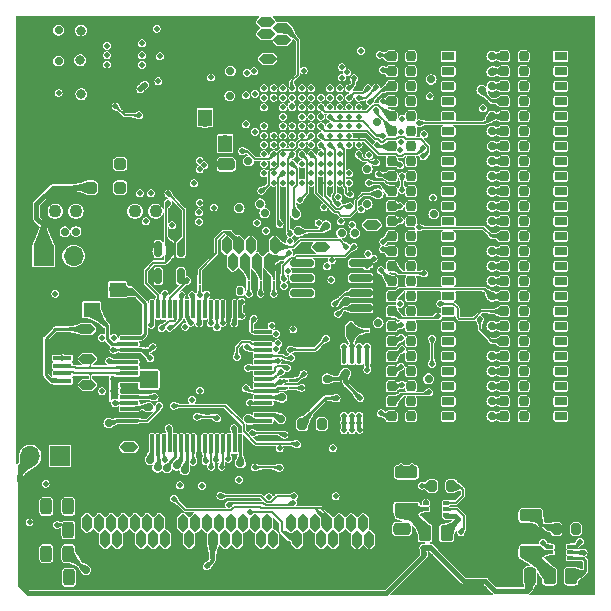
<source format=gtl>
%TF.GenerationSoftware,KiCad,Pcbnew,7.0.10*%
%TF.CreationDate,2024-04-14T10:11:16-07:00*%
%TF.ProjectId,ez_usb_dev_board,657a5f75-7362-45f6-9465-765f626f6172,rev?*%
%TF.SameCoordinates,Original*%
%TF.FileFunction,Copper,L1,Top*%
%TF.FilePolarity,Positive*%
%FSLAX46Y46*%
G04 Gerber Fmt 4.6, Leading zero omitted, Abs format (unit mm)*
G04 Created by KiCad (PCBNEW 7.0.10) date 2024-04-14 10:11:16*
%MOMM*%
%LPD*%
G01*
G04 APERTURE LIST*
G04 Aperture macros list*
%AMRoundRect*
0 Rectangle with rounded corners*
0 $1 Rounding radius*
0 $2 $3 $4 $5 $6 $7 $8 $9 X,Y pos of 4 corners*
0 Add a 4 corners polygon primitive as box body*
4,1,4,$2,$3,$4,$5,$6,$7,$8,$9,$2,$3,0*
0 Add four circle primitives for the rounded corners*
1,1,$1+$1,$2,$3*
1,1,$1+$1,$4,$5*
1,1,$1+$1,$6,$7*
1,1,$1+$1,$8,$9*
0 Add four rect primitives between the rounded corners*
20,1,$1+$1,$2,$3,$4,$5,0*
20,1,$1+$1,$4,$5,$6,$7,0*
20,1,$1+$1,$6,$7,$8,$9,0*
20,1,$1+$1,$8,$9,$2,$3,0*%
%AMFreePoly0*
4,1,15,-0.584200,0.000000,0.000000,0.584200,0.350520,0.584200,0.439945,0.566412,0.515757,0.515757,0.566412,0.439945,0.584200,0.350520,0.584200,0.000000,0.000000,-0.584200,-0.350520,-0.584200,-0.439945,-0.566412,-0.515757,-0.515757,-0.566412,-0.439945,-0.584200,-0.350520,-0.584200,0.000000,-0.584200,0.000000,$1*%
%AMFreePoly1*
4,1,15,-0.584200,0.350520,-0.566412,0.439945,-0.515757,0.515757,-0.439945,0.566412,-0.350520,0.584200,0.000000,0.584200,0.584200,0.000000,0.584200,-0.350520,0.566412,-0.439945,0.515757,-0.515757,0.439945,-0.566412,0.350520,-0.584200,0.000000,-0.584200,-0.584200,0.000000,-0.584200,0.350520,-0.584200,0.350520,$1*%
G04 Aperture macros list end*
%TA.AperFunction,SMDPad,CuDef*%
%ADD10C,0.460000*%
%TD*%
%TA.AperFunction,ComponentPad*%
%ADD11FreePoly0,135.000000*%
%TD*%
%TA.AperFunction,ComponentPad*%
%ADD12R,1.100000X0.750000*%
%TD*%
%TA.AperFunction,ComponentPad*%
%ADD13RoundRect,0.187500X-0.362500X-0.187500X0.362500X-0.187500X0.362500X0.187500X-0.362500X0.187500X0*%
%TD*%
%TA.AperFunction,ComponentPad*%
%ADD14RoundRect,0.187500X0.362500X0.187500X-0.362500X0.187500X-0.362500X-0.187500X0.362500X-0.187500X0*%
%TD*%
%TA.AperFunction,ComponentPad*%
%ADD15RoundRect,0.250000X-0.250000X0.250000X-0.250000X-0.250000X0.250000X-0.250000X0.250000X0.250000X0*%
%TD*%
%TA.AperFunction,ComponentPad*%
%ADD16RoundRect,0.250000X0.250000X-0.250000X0.250000X0.250000X-0.250000X0.250000X-0.250000X-0.250000X0*%
%TD*%
%TA.AperFunction,ComponentPad*%
%ADD17C,1.100000*%
%TD*%
%TA.AperFunction,ComponentPad*%
%ADD18RoundRect,0.275000X-0.275000X-0.275000X0.275000X-0.275000X0.275000X0.275000X-0.275000X0.275000X0*%
%TD*%
%TA.AperFunction,SMDPad,CuDef*%
%ADD19RoundRect,0.317500X-0.317500X-3.182500X0.317500X-3.182500X0.317500X3.182500X-0.317500X3.182500X0*%
%TD*%
%TA.AperFunction,ComponentPad*%
%ADD20RoundRect,0.750000X0.750000X-0.750000X0.750000X0.750000X-0.750000X0.750000X-0.750000X-0.750000X0*%
%TD*%
%TA.AperFunction,ComponentPad*%
%ADD21RoundRect,0.750000X-0.750000X0.750000X-0.750000X-0.750000X0.750000X-0.750000X0.750000X0.750000X0*%
%TD*%
%TA.AperFunction,SMDPad,CuDef*%
%ADD22RoundRect,0.200000X-0.200000X-0.219100X0.200000X-0.219100X0.200000X0.219100X-0.200000X0.219100X0*%
%TD*%
%TA.AperFunction,SMDPad,CuDef*%
%ADD23RoundRect,0.250000X-0.250000X-0.475000X0.250000X-0.475000X0.250000X0.475000X-0.250000X0.475000X0*%
%TD*%
%TA.AperFunction,SMDPad,CuDef*%
%ADD24RoundRect,0.200000X-0.200000X-0.275000X0.200000X-0.275000X0.200000X0.275000X-0.200000X0.275000X0*%
%TD*%
%TA.AperFunction,ComponentPad*%
%ADD25FreePoly0,45.000000*%
%TD*%
%TA.AperFunction,SMDPad,CuDef*%
%ADD26R,0.203200X0.762000*%
%TD*%
%TA.AperFunction,ComponentPad*%
%ADD27R,1.700000X1.700000*%
%TD*%
%TA.AperFunction,ComponentPad*%
%ADD28O,1.700000X1.700000*%
%TD*%
%TA.AperFunction,ComponentPad*%
%ADD29FreePoly0,225.000000*%
%TD*%
%TA.AperFunction,SMDPad,CuDef*%
%ADD30RoundRect,0.250000X0.475000X-0.250000X0.475000X0.250000X-0.475000X0.250000X-0.475000X-0.250000X0*%
%TD*%
%TA.AperFunction,SMDPad,CuDef*%
%ADD31RoundRect,0.243750X-0.243750X-0.456250X0.243750X-0.456250X0.243750X0.456250X-0.243750X0.456250X0*%
%TD*%
%TA.AperFunction,SMDPad,CuDef*%
%ADD32R,0.762000X0.203200*%
%TD*%
%TA.AperFunction,SMDPad,CuDef*%
%ADD33RoundRect,0.075000X-0.700000X-0.075000X0.700000X-0.075000X0.700000X0.075000X-0.700000X0.075000X0*%
%TD*%
%TA.AperFunction,SMDPad,CuDef*%
%ADD34RoundRect,0.075000X-0.075000X-0.700000X0.075000X-0.700000X0.075000X0.700000X-0.075000X0.700000X0*%
%TD*%
%TA.AperFunction,SMDPad,CuDef*%
%ADD35RoundRect,0.140000X-0.140000X-0.170000X0.140000X-0.170000X0.140000X0.170000X-0.140000X0.170000X0*%
%TD*%
%TA.AperFunction,SMDPad,CuDef*%
%ADD36R,1.400000X1.200000*%
%TD*%
%TA.AperFunction,SMDPad,CuDef*%
%ADD37RoundRect,0.250000X0.262500X0.450000X-0.262500X0.450000X-0.262500X-0.450000X0.262500X-0.450000X0*%
%TD*%
%TA.AperFunction,ComponentPad*%
%ADD38FreePoly0,315.000000*%
%TD*%
%TA.AperFunction,SMDPad,CuDef*%
%ADD39RoundRect,0.250000X-0.475000X0.250000X-0.475000X-0.250000X0.475000X-0.250000X0.475000X0.250000X0*%
%TD*%
%TA.AperFunction,SMDPad,CuDef*%
%ADD40RoundRect,0.250000X0.700000X-0.275000X0.700000X0.275000X-0.700000X0.275000X-0.700000X-0.275000X0*%
%TD*%
%TA.AperFunction,SMDPad,CuDef*%
%ADD41RoundRect,0.100000X0.100000X-0.637500X0.100000X0.637500X-0.100000X0.637500X-0.100000X-0.637500X0*%
%TD*%
%TA.AperFunction,SMDPad,CuDef*%
%ADD42R,1.200000X1.400000*%
%TD*%
%TA.AperFunction,SMDPad,CuDef*%
%ADD43RoundRect,0.150000X-0.825000X-0.150000X0.825000X-0.150000X0.825000X0.150000X-0.825000X0.150000X0*%
%TD*%
%TA.AperFunction,SMDPad,CuDef*%
%ADD44R,0.475000X0.300000*%
%TD*%
%TA.AperFunction,ComponentPad*%
%ADD45FreePoly1,135.000000*%
%TD*%
%TA.AperFunction,SMDPad,CuDef*%
%ADD46RoundRect,0.140000X0.170000X-0.140000X0.170000X0.140000X-0.170000X0.140000X-0.170000X-0.140000X0*%
%TD*%
%TA.AperFunction,SMDPad,CuDef*%
%ADD47R,1.525000X0.400000*%
%TD*%
%TA.AperFunction,SMDPad,CuDef*%
%ADD48R,1.525000X0.425000*%
%TD*%
%TA.AperFunction,ComponentPad*%
%ADD49RoundRect,0.375000X0.375000X-0.875000X0.375000X0.875000X-0.375000X0.875000X-0.375000X-0.875000X0*%
%TD*%
%TA.AperFunction,SMDPad,CuDef*%
%ADD50R,1.550000X1.200000*%
%TD*%
%TA.AperFunction,ComponentPad*%
%ADD51RoundRect,0.200000X-1.300000X0.300000X-1.300000X-0.300000X1.300000X-0.300000X1.300000X0.300000X0*%
%TD*%
%TA.AperFunction,SMDPad,CuDef*%
%ADD52R,1.550000X1.500000*%
%TD*%
%TA.AperFunction,ComponentPad*%
%ADD53RoundRect,0.375000X-0.375000X0.875000X-0.375000X-0.875000X0.375000X-0.875000X0.375000X0.875000X0*%
%TD*%
%TA.AperFunction,SMDPad,CuDef*%
%ADD54RoundRect,0.150000X0.150000X-0.512500X0.150000X0.512500X-0.150000X0.512500X-0.150000X-0.512500X0*%
%TD*%
%TA.AperFunction,ComponentPad*%
%ADD55FreePoly1,315.000000*%
%TD*%
%TA.AperFunction,ComponentPad*%
%ADD56FreePoly1,225.000000*%
%TD*%
%TA.AperFunction,ComponentPad*%
%ADD57FreePoly1,45.000000*%
%TD*%
%TA.AperFunction,ViaPad*%
%ADD58C,0.460000*%
%TD*%
%TA.AperFunction,ViaPad*%
%ADD59C,0.700000*%
%TD*%
%TA.AperFunction,ViaPad*%
%ADD60C,0.800000*%
%TD*%
%TA.AperFunction,ViaPad*%
%ADD61C,0.450000*%
%TD*%
%TA.AperFunction,Conductor*%
%ADD62C,0.152400*%
%TD*%
%TA.AperFunction,Conductor*%
%ADD63C,0.254000*%
%TD*%
%TA.AperFunction,Conductor*%
%ADD64C,0.127000*%
%TD*%
%TA.AperFunction,Conductor*%
%ADD65C,0.381000*%
%TD*%
%TA.AperFunction,Conductor*%
%ADD66C,0.200000*%
%TD*%
%TA.AperFunction,Conductor*%
%ADD67C,0.088900*%
%TD*%
G04 APERTURE END LIST*
D10*
%TO.P,IC1,A1,U3VSSQ*%
%TO.N,GND*%
X206500000Y-59600000D03*
%TO.P,IC1,A2,U3RXVDDQ*%
%TO.N,RXVDDQ*%
X206500000Y-58800000D03*
%TO.P,IC1,A3,SSRXM*%
%TO.N,SSRXN*%
X206500000Y-58000000D03*
%TO.P,IC1,A4,SSRXP*%
%TO.N,SSRXP*%
X206500000Y-57200000D03*
%TO.P,IC1,A5,SSTXP*%
%TO.N,/_SSTXP*%
X206500000Y-56400000D03*
%TO.P,IC1,A6,SSTXM*%
%TO.N,/_SSTXN*%
X206500000Y-55600000D03*
%TO.P,IC1,A7,AVDD*%
%TO.N,AVDD*%
X206500000Y-54800000D03*
%TO.P,IC1,A8,VSS_1*%
%TO.N,GND*%
X206500000Y-54000000D03*
%TO.P,IC1,A9,DP*%
%TO.N,USB_D+*%
X206500000Y-53200000D03*
%TO.P,IC1,A10,DM*%
%TO.N,USB_D-*%
X206500000Y-52400000D03*
%TO.P,IC1,A11,NC*%
%TO.N,unconnected-(IC1-NC-PadA11)*%
X206500000Y-51600000D03*
%TO.P,IC1,B1,VIO4*%
%TO.N,+3.3V*%
X207300000Y-59600000D03*
%TO.P,IC1,B2,FSLC[0]*%
%TO.N,FSLC_0*%
X207300000Y-58800000D03*
%TO.P,IC1,B3,R_USB3*%
%TO.N,Net-(IC1-R_USB3)*%
X207300000Y-58000000D03*
%TO.P,IC1,B4,FSLC[1]*%
%TO.N,FSLC_1*%
X207300000Y-57200000D03*
%TO.P,IC1,B5,U3TXVDDQ*%
%TO.N,TXVDDQ*%
X207300000Y-56400000D03*
%TO.P,IC1,B6,CVDDQ*%
%TO.N,CVDDQ*%
X207300000Y-55600000D03*
%TO.P,IC1,B7,AVSS*%
%TO.N,GND*%
X207300000Y-54800000D03*
%TO.P,IC1,B8,VSS_2*%
X207300000Y-54000000D03*
%TO.P,IC1,B9,VSS_3*%
X207300000Y-53200000D03*
%TO.P,IC1,B10,VDD_1*%
%TO.N,+1V2*%
X207300000Y-52400000D03*
%TO.P,IC1,B11,TRST#*%
%TO.N,Net-(IC1-TRST#)*%
X207300000Y-51600000D03*
%TO.P,IC1,C1,GPIO[54]*%
%TO.N,/SPI.SSN*%
X208100000Y-59600000D03*
%TO.P,IC1,C2,GPIO[55]*%
%TO.N,FX3_TX*%
X208100000Y-58800000D03*
%TO.P,IC1,C3,VDD_2*%
%TO.N,+1V2*%
X208100000Y-58000000D03*
%TO.P,IC1,C4,GPIO[57]*%
%TO.N,GPIO57*%
X208100000Y-57200000D03*
%TO.P,IC1,C5,RESET#*%
%TO.N,Net-(IC1-RESET#)*%
X208100000Y-56400000D03*
%TO.P,IC1,C6,XTALIN*%
%TO.N,XTAL_IN*%
X208100000Y-55600000D03*
%TO.P,IC1,C7,XTALOUT*%
%TO.N,XTAL_OUT*%
X208100000Y-54800000D03*
%TO.P,IC1,C8,R_USB2*%
%TO.N,Net-(IC1-R_USB2)*%
X208100000Y-54000000D03*
%TO.P,IC1,C9,OTG_ID*%
%TO.N,Net-(IC1-OTG_ID)*%
X208100000Y-53200000D03*
%TO.P,IC1,C10,TDO*%
%TO.N,TDO*%
X208100000Y-52400000D03*
%TO.P,IC1,C11,VIO5*%
%TO.N,+3.3V*%
X208100000Y-51600000D03*
%TO.P,IC1,D1,GPIO[50]*%
%TO.N,GPIO50*%
X208900000Y-59600000D03*
%TO.P,IC1,D2,GPIO[51]*%
%TO.N,GPIO51*%
X208900000Y-58800000D03*
%TO.P,IC1,D3,GPIO[52]*%
%TO.N,GPIO52*%
X208900000Y-58000000D03*
%TO.P,IC1,D4,GPIO[53]*%
%TO.N,/SPI.SCK*%
X208900000Y-57200000D03*
%TO.P,IC1,D5,GPIO[56]*%
%TO.N,FX3_RX*%
X208900000Y-56400000D03*
%TO.P,IC1,D6,CLKIN_32*%
%TO.N,Net-(IC1-CLKIN_32)*%
X208900000Y-55600000D03*
%TO.P,IC1,D7,CLKIN*%
%TO.N,Net-(IC1-CLKIN)*%
X208900000Y-54800000D03*
%TO.P,IC1,D8,VSS_4*%
%TO.N,GND*%
X208900000Y-54000000D03*
%TO.P,IC1,D9,I2C_GPIO[58]*%
%TO.N,SCL*%
X208900000Y-53200000D03*
%TO.P,IC1,D10,I2C_GPIO[59]*%
%TO.N,SDA*%
X208900000Y-52400000D03*
%TO.P,IC1,D11,O[60]*%
%TO.N,Net-(IC1-O[60])*%
X208900000Y-51600000D03*
%TO.P,IC1,E1,GPIO[47]*%
%TO.N,/GPIF.DQ29*%
X209700000Y-59600000D03*
%TO.P,IC1,E2,VSS_5*%
%TO.N,GND*%
X209700000Y-58800000D03*
%TO.P,IC1,E3,VIO3*%
%TO.N,+3.3V*%
X209700000Y-58000000D03*
%TO.P,IC1,E4,GPIO[49]*%
%TO.N,/GPIF.DQ31*%
X209700000Y-57200000D03*
%TO.P,IC1,E5,GPIO[48]*%
%TO.N,/GPIF.DQ30*%
X209700000Y-56400000D03*
%TO.P,IC1,E6,FSLC[2]*%
%TO.N,FSLC_2*%
X209700000Y-55600000D03*
%TO.P,IC1,E7,TDI*%
%TO.N,TDI*%
X209700000Y-54800000D03*
%TO.P,IC1,E8,TMS*%
%TO.N,TMS*%
X209700000Y-54000000D03*
%TO.P,IC1,E9,VDD_3*%
%TO.N,+1V2*%
X209700000Y-53200000D03*
%TO.P,IC1,E10,VBATT*%
%TO.N,+5V*%
X209700000Y-52400000D03*
%TO.P,IC1,E11,VBUS*%
X209700000Y-51600000D03*
%TO.P,IC1,F1,VIO2*%
%TO.N,+3.3V*%
X210500000Y-59600000D03*
%TO.P,IC1,F2,GPIO[45]*%
%TO.N,Net-(IC1-GPIO[45])*%
X210500000Y-58800000D03*
%TO.P,IC1,F3,GPIO[44]*%
%TO.N,/GPIF.DQ27*%
X210500000Y-58000000D03*
%TO.P,IC1,F4,GPIO[41]/A0*%
%TO.N,/GPIF.DQ24*%
X210500000Y-57200000D03*
%TO.P,IC1,F5,GPIO[46]*%
%TO.N,/GPIF.DQ28*%
X210500000Y-56400000D03*
%TO.P,IC1,F6,TCK*%
%TO.N,TCK*%
X210500000Y-55600000D03*
%TO.P,IC1,F7,GPIO[2]*%
%TO.N,/GPIF.DQ2*%
X210500000Y-54800000D03*
%TO.P,IC1,F8,GPIO[5]*%
%TO.N,/GPIF.DQ5*%
X210500000Y-54000000D03*
%TO.P,IC1,F9,GPIO[1]*%
%TO.N,/GPIF.DQ1*%
X210500000Y-53200000D03*
%TO.P,IC1,F10,GPIO[0]*%
%TO.N,/GPIF.DQ0*%
X210500000Y-52400000D03*
%TO.P,IC1,F11,VDD_4*%
%TO.N,+1V2*%
X210500000Y-51600000D03*
%TO.P,IC1,G1,VSS_6*%
%TO.N,GND*%
X211300000Y-59600000D03*
%TO.P,IC1,G2,GPIO[42]/A1*%
%TO.N,/GPIF.DQ25*%
X211300000Y-58800000D03*
%TO.P,IC1,G3,GPIO[43]*%
%TO.N,/GPIF.DQ26*%
X211300000Y-58000000D03*
%TO.P,IC1,G4,GPIO[30]*%
%TO.N,PMOD0*%
X211300000Y-57200000D03*
%TO.P,IC1,G5,GPIO[25]*%
%TO.N,/GPIF.CTL8*%
X211300000Y-56400000D03*
%TO.P,IC1,G6,GPIO[22]*%
%TO.N,/GPIF.CTL5*%
X211300000Y-55600000D03*
%TO.P,IC1,G7,GPIO[21]*%
%TO.N,/GPIF.CTL4*%
X211300000Y-54800000D03*
%TO.P,IC1,G8,GPIO[15]*%
%TO.N,/GPIF.DQ15*%
X211300000Y-54000000D03*
%TO.P,IC1,G9,GPIO[4]*%
%TO.N,/GPIF.DQ4*%
X211300000Y-53200000D03*
%TO.P,IC1,G10,GPIO[3]*%
%TO.N,/GPIF.DQ3*%
X211300000Y-52400000D03*
%TO.P,IC1,G11,VSS_7*%
%TO.N,GND*%
X211300000Y-51600000D03*
%TO.P,IC1,H1,VDD_5*%
%TO.N,+1V2*%
X212100000Y-59600000D03*
%TO.P,IC1,H2,GPIO[39]*%
%TO.N,/GPIF.DQ22*%
X212100000Y-58800000D03*
%TO.P,IC1,H3,GPIO[40]*%
%TO.N,/GPIF.DQ23*%
X212100000Y-58000000D03*
%TO.P,IC1,H4,GPIO[31]*%
%TO.N,PMOD1*%
X212100000Y-57200000D03*
%TO.P,IC1,H5,GPIO[29]*%
%TO.N,/GPIF.CTL12*%
X212100000Y-56400000D03*
%TO.P,IC1,H6,GPIO[26]*%
%TO.N,/GPIF.CTL9*%
X212100000Y-55600000D03*
%TO.P,IC1,H7,GPIO[20]*%
%TO.N,/GPIF.CTL3*%
X212100000Y-54800000D03*
%TO.P,IC1,H8,GPIO[24]*%
%TO.N,/GPIF.CTL7*%
X212100000Y-54000000D03*
%TO.P,IC1,H9,GPIO[7]*%
%TO.N,/GPIF.DQ7*%
X212100000Y-53200000D03*
%TO.P,IC1,H10,GPIO[6]*%
%TO.N,/GPIF.DQ6*%
X212100000Y-52400000D03*
%TO.P,IC1,H11,VIO1_1*%
%TO.N,+3.3V*%
X212100000Y-51600000D03*
%TO.P,IC1,J1,GPIO[38]*%
%TO.N,/GPIF.DQ21*%
X212900000Y-59600000D03*
%TO.P,IC1,J2,GPIO[36]*%
%TO.N,/GPIF.DQ19*%
X212900000Y-58800000D03*
%TO.P,IC1,J3,GPIO[37]*%
%TO.N,/GPIF.DQ20*%
X212900000Y-58000000D03*
%TO.P,IC1,J4,GPIO[34]*%
%TO.N,/GPIF.DQ17*%
X212900000Y-57200000D03*
%TO.P,IC1,J5,GPIO[28]*%
%TO.N,/GPIF.CTL11*%
X212900000Y-56400000D03*
%TO.P,IC1,J6,GPIO[16]*%
%TO.N,/GPIF.CLK*%
X212900000Y-55600000D03*
%TO.P,IC1,J7,GPIO[19]*%
%TO.N,/GPIF.CTL2*%
X212900000Y-54800000D03*
%TO.P,IC1,J8,GPIO[14]*%
%TO.N,/GPIF.DQ14*%
X212900000Y-54000000D03*
%TO.P,IC1,J9,GPIO[9]*%
%TO.N,/GPIF.DQ9*%
X212900000Y-53200000D03*
%TO.P,IC1,J10,GPIO[8]*%
%TO.N,/GPIF.DQ8*%
X212900000Y-52400000D03*
%TO.P,IC1,J11,VDD_6*%
%TO.N,+1V2*%
X212900000Y-51600000D03*
%TO.P,IC1,K1,GPIO[35]*%
%TO.N,/GPIF.DQ18*%
X213700000Y-59600000D03*
%TO.P,IC1,K2,GPIO[33]*%
%TO.N,/GPIF.DQ16*%
X213700000Y-58800000D03*
%TO.P,IC1,K3,VSS_8*%
%TO.N,GND*%
X213700000Y-58000000D03*
%TO.P,IC1,K4,VSS_9*%
X213700000Y-57200000D03*
%TO.P,IC1,K5,GPIO[27]*%
%TO.N,/GPIF.CTL10*%
X213700000Y-56400000D03*
%TO.P,IC1,K6,GPIO[23]*%
%TO.N,/GPIF.CTL6*%
X213700000Y-55600000D03*
%TO.P,IC1,K7,GPIO[18]*%
%TO.N,/GPIF.CTL1*%
X213700000Y-54800000D03*
%TO.P,IC1,K8,GPIO[17]*%
%TO.N,/GPIF.CTL0*%
X213700000Y-54000000D03*
%TO.P,IC1,K9,GPIO[13]*%
%TO.N,/GPIF.DQ13*%
X213700000Y-53200000D03*
%TO.P,IC1,K10,GPIO[12]*%
%TO.N,/GPIF.DQ12*%
X213700000Y-52400000D03*
%TO.P,IC1,K11,GPIO[10]*%
%TO.N,/GPIF.DQ10*%
X213700000Y-51600000D03*
%TO.P,IC1,L1,VSS_10*%
%TO.N,GND*%
X214500000Y-59600000D03*
%TO.P,IC1,L2,VSS_11*%
X214500000Y-58800000D03*
%TO.P,IC1,L3,VSS_12*%
X214500000Y-58000000D03*
%TO.P,IC1,L4,GPIO[32]*%
%TO.N,PMOD2*%
X214500000Y-57200000D03*
%TO.P,IC1,L5,VDD_7*%
%TO.N,+1V2*%
X214500000Y-56400000D03*
%TO.P,IC1,L6,VSS_13*%
%TO.N,GND*%
X214500000Y-55600000D03*
%TO.P,IC1,L7,VDD_8*%
%TO.N,+1V2*%
X214500000Y-54800000D03*
%TO.P,IC1,L8,INT#*%
%TO.N,Net-(IC1-INT#)*%
X214500000Y-54000000D03*
%TO.P,IC1,L9,VIO1_2*%
%TO.N,+3.3V*%
X214500000Y-53200000D03*
%TO.P,IC1,L10,GPIO[11]*%
%TO.N,/GPIF.DQ11*%
X214500000Y-52400000D03*
%TO.P,IC1,L11,VSS_14*%
%TO.N,GND*%
X214500000Y-51600000D03*
%TD*%
D11*
%TO.P,CTL8,1,1*%
%TO.N,/GPIF.CTL8*%
X215623153Y-63169800D03*
%TD*%
D12*
%TO.P,J2,1,Pin_1*%
%TO.N,Net-(J2-Pin_1)*%
X231615000Y-48895000D03*
D13*
%TO.P,J2,2,Pin_2*%
%TO.N,GND*%
X233205000Y-48895000D03*
D14*
%TO.P,J2,3,Pin_3*%
%TO.N,Net-(J2-Pin_3)*%
X231615000Y-50165000D03*
D13*
%TO.P,J2,4,Pin_4*%
%TO.N,GND*%
X233205000Y-50165000D03*
D14*
%TO.P,J2,5,Pin_5*%
%TO.N,Net-(J2-Pin_5)*%
X231615000Y-51435000D03*
D13*
%TO.P,J2,6,Pin_6*%
%TO.N,GND*%
X233205000Y-51435000D03*
D14*
%TO.P,J2,7,Pin_7*%
%TO.N,Net-(J2-Pin_7)*%
X231615000Y-52705000D03*
D13*
%TO.P,J2,8,Pin_8*%
%TO.N,GND*%
X233205000Y-52705000D03*
D14*
%TO.P,J2,9,Pin_9*%
%TO.N,Net-(J2-Pin_9)*%
X231615000Y-53975000D03*
D13*
%TO.P,J2,10,Pin_10*%
%TO.N,GND*%
X233205000Y-53975000D03*
D14*
%TO.P,J2,11,Pin_11*%
%TO.N,Net-(J2-Pin_11)*%
X231615000Y-55245000D03*
D13*
%TO.P,J2,12,Pin_12*%
%TO.N,GND*%
X233205000Y-55245000D03*
D14*
%TO.P,J2,13,Pin_13*%
%TO.N,Net-(J2-Pin_13)*%
X231615000Y-56515000D03*
D13*
%TO.P,J2,14,Pin_14*%
%TO.N,GND*%
X233205000Y-56515000D03*
D14*
%TO.P,J2,15,Pin_15*%
%TO.N,Net-(J2-Pin_15)*%
X231615000Y-57785000D03*
D13*
%TO.P,J2,16,Pin_16*%
%TO.N,GND*%
X233205000Y-57785000D03*
D14*
%TO.P,J2,17,Pin_17*%
%TO.N,Net-(J2-Pin_17)*%
X231615000Y-59055000D03*
D13*
%TO.P,J2,18,Pin_18*%
%TO.N,GND*%
X233205000Y-59055000D03*
D14*
%TO.P,J2,19,Pin_19*%
%TO.N,Net-(J2-Pin_19)*%
X231615000Y-60325000D03*
D13*
%TO.P,J2,20,Pin_20*%
%TO.N,GND*%
X233205000Y-60325000D03*
D14*
%TO.P,J2,21,Pin_21*%
%TO.N,Net-(J2-Pin_21)*%
X231615000Y-61595000D03*
D13*
%TO.P,J2,22,Pin_22*%
%TO.N,GND*%
X233205000Y-61595000D03*
D14*
%TO.P,J2,23,Pin_23*%
%TO.N,Net-(J2-Pin_23)*%
X231615000Y-62865000D03*
D13*
%TO.P,J2,24,Pin_24*%
%TO.N,GND*%
X233205000Y-62865000D03*
D14*
%TO.P,J2,25,Pin_25*%
%TO.N,Net-(J2-Pin_25)*%
X231615000Y-64135000D03*
D13*
%TO.P,J2,26,Pin_26*%
%TO.N,GND*%
X233205000Y-64135000D03*
D14*
%TO.P,J2,27,Pin_27*%
%TO.N,Net-(J2-Pin_27)*%
X231615000Y-65405000D03*
D13*
%TO.P,J2,28,Pin_28*%
%TO.N,GND*%
X233205000Y-65405000D03*
D14*
%TO.P,J2,29,Pin_29*%
%TO.N,Net-(J2-Pin_29)*%
X231615000Y-66675000D03*
D13*
%TO.P,J2,30,Pin_30*%
%TO.N,GND*%
X233205000Y-66675000D03*
D14*
%TO.P,J2,31,Pin_31*%
%TO.N,Net-(J2-Pin_31)*%
X231615000Y-67945000D03*
D13*
%TO.P,J2,32,Pin_32*%
%TO.N,GND*%
X233205000Y-67945000D03*
D14*
%TO.P,J2,33,Pin_33*%
%TO.N,Net-(J2-Pin_33)*%
X231615000Y-69215000D03*
D13*
%TO.P,J2,34,Pin_34*%
%TO.N,GND*%
X233205000Y-69215000D03*
D14*
%TO.P,J2,35,Pin_35*%
%TO.N,Net-(J2-Pin_35)*%
X231615000Y-70485000D03*
D13*
%TO.P,J2,36,Pin_36*%
%TO.N,GND*%
X233205000Y-70485000D03*
D14*
%TO.P,J2,37,Pin_37*%
%TO.N,Net-(J2-Pin_37)*%
X231615000Y-71755000D03*
D13*
%TO.P,J2,38,Pin_38*%
%TO.N,GND*%
X233205000Y-71755000D03*
D14*
%TO.P,J2,39,Pin_39*%
%TO.N,Net-(J2-Pin_39)*%
X231615000Y-73025000D03*
D13*
%TO.P,J2,40,Pin_40*%
%TO.N,GND*%
X233205000Y-73025000D03*
D14*
%TO.P,J2,41,Pin_41*%
%TO.N,Net-(J2-Pin_41)*%
X231615000Y-74295000D03*
D13*
%TO.P,J2,42,Pin_42*%
%TO.N,GND*%
X233205000Y-74295000D03*
D14*
%TO.P,J2,43,Pin_43*%
%TO.N,Net-(J2-Pin_43)*%
X231615000Y-75565000D03*
D13*
%TO.P,J2,44,Pin_44*%
%TO.N,GND*%
X233205000Y-75565000D03*
D14*
%TO.P,J2,45,Pin_45*%
%TO.N,Net-(J2-Pin_45)*%
X231615000Y-76835000D03*
D13*
%TO.P,J2,46,Pin_46*%
%TO.N,GND*%
X233205000Y-76835000D03*
D14*
%TO.P,J2,47,Pin_47*%
%TO.N,Net-(J2-Pin_47)*%
X231615000Y-78105000D03*
D13*
%TO.P,J2,48,Pin_48*%
%TO.N,GND*%
X233205000Y-78105000D03*
D14*
%TO.P,J2,49,Pin_49*%
%TO.N,Net-(J2-Pin_49)*%
X231615000Y-79375000D03*
D13*
%TO.P,J2,50,Pin_50*%
%TO.N,GND*%
X233205000Y-79375000D03*
%TD*%
D12*
%TO.P,J1,1,Pin_1*%
%TO.N,Net-(J1-Pin_1)*%
X222090000Y-48895000D03*
D13*
%TO.P,J1,2,Pin_2*%
%TO.N,GND*%
X223680000Y-48895000D03*
D14*
%TO.P,J1,3,Pin_3*%
%TO.N,Net-(J1-Pin_3)*%
X222090000Y-50165000D03*
D13*
%TO.P,J1,4,Pin_4*%
%TO.N,GND*%
X223680000Y-50165000D03*
D14*
%TO.P,J1,5,Pin_5*%
%TO.N,Net-(J1-Pin_5)*%
X222090000Y-51435000D03*
D13*
%TO.P,J1,6,Pin_6*%
%TO.N,GND*%
X223680000Y-51435000D03*
D14*
%TO.P,J1,7,Pin_7*%
%TO.N,Net-(J1-Pin_7)*%
X222090000Y-52705000D03*
D13*
%TO.P,J1,8,Pin_8*%
%TO.N,GND*%
X223680000Y-52705000D03*
D14*
%TO.P,J1,9,Pin_9*%
%TO.N,Net-(J1-Pin_9)*%
X222090000Y-53975000D03*
D13*
%TO.P,J1,10,Pin_10*%
%TO.N,GND*%
X223680000Y-53975000D03*
D14*
%TO.P,J1,11,Pin_11*%
%TO.N,Net-(J1-Pin_11)*%
X222090000Y-55245000D03*
D13*
%TO.P,J1,12,Pin_12*%
%TO.N,GND*%
X223680000Y-55245000D03*
D14*
%TO.P,J1,13,Pin_13*%
%TO.N,Net-(J1-Pin_13)*%
X222090000Y-56515000D03*
D13*
%TO.P,J1,14,Pin_14*%
%TO.N,GND*%
X223680000Y-56515000D03*
D14*
%TO.P,J1,15,Pin_15*%
%TO.N,Net-(J1-Pin_15)*%
X222090000Y-57785000D03*
D13*
%TO.P,J1,16,Pin_16*%
%TO.N,GND*%
X223680000Y-57785000D03*
D14*
%TO.P,J1,17,Pin_17*%
%TO.N,Net-(J1-Pin_17)*%
X222090000Y-59055000D03*
D13*
%TO.P,J1,18,Pin_18*%
%TO.N,GND*%
X223680000Y-59055000D03*
D14*
%TO.P,J1,19,Pin_19*%
%TO.N,Net-(J1-Pin_19)*%
X222090000Y-60325000D03*
D13*
%TO.P,J1,20,Pin_20*%
%TO.N,GND*%
X223680000Y-60325000D03*
D14*
%TO.P,J1,21,Pin_21*%
%TO.N,Net-(J1-Pin_21)*%
X222090000Y-61595000D03*
D13*
%TO.P,J1,22,Pin_22*%
%TO.N,GND*%
X223680000Y-61595000D03*
D14*
%TO.P,J1,23,Pin_23*%
%TO.N,Net-(J1-Pin_23)*%
X222090000Y-62865000D03*
D13*
%TO.P,J1,24,Pin_24*%
%TO.N,GND*%
X223680000Y-62865000D03*
D14*
%TO.P,J1,25,Pin_25*%
%TO.N,Net-(J1-Pin_25)*%
X222090000Y-64135000D03*
D13*
%TO.P,J1,26,Pin_26*%
%TO.N,GND*%
X223680000Y-64135000D03*
D14*
%TO.P,J1,27,Pin_27*%
%TO.N,Net-(J1-Pin_27)*%
X222090000Y-65405000D03*
D13*
%TO.P,J1,28,Pin_28*%
%TO.N,GND*%
X223680000Y-65405000D03*
D14*
%TO.P,J1,29,Pin_29*%
%TO.N,Net-(J1-Pin_29)*%
X222090000Y-66675000D03*
D13*
%TO.P,J1,30,Pin_30*%
%TO.N,GND*%
X223680000Y-66675000D03*
D14*
%TO.P,J1,31,Pin_31*%
%TO.N,Net-(J1-Pin_31)*%
X222090000Y-67945000D03*
D13*
%TO.P,J1,32,Pin_32*%
%TO.N,GND*%
X223680000Y-67945000D03*
D14*
%TO.P,J1,33,Pin_33*%
%TO.N,Net-(J1-Pin_33)*%
X222090000Y-69215000D03*
D13*
%TO.P,J1,34,Pin_34*%
%TO.N,GND*%
X223680000Y-69215000D03*
D14*
%TO.P,J1,35,Pin_35*%
%TO.N,Net-(J1-Pin_35)*%
X222090000Y-70485000D03*
D13*
%TO.P,J1,36,Pin_36*%
%TO.N,GND*%
X223680000Y-70485000D03*
D14*
%TO.P,J1,37,Pin_37*%
%TO.N,Net-(J1-Pin_37)*%
X222090000Y-71755000D03*
D13*
%TO.P,J1,38,Pin_38*%
%TO.N,GND*%
X223680000Y-71755000D03*
D14*
%TO.P,J1,39,Pin_39*%
%TO.N,Net-(J1-Pin_39)*%
X222090000Y-73025000D03*
D13*
%TO.P,J1,40,Pin_40*%
%TO.N,GND*%
X223680000Y-73025000D03*
D14*
%TO.P,J1,41,Pin_41*%
%TO.N,Net-(J1-Pin_41)*%
X222090000Y-74295000D03*
D13*
%TO.P,J1,42,Pin_42*%
%TO.N,GND*%
X223680000Y-74295000D03*
D14*
%TO.P,J1,43,Pin_43*%
%TO.N,Net-(J1-Pin_43)*%
X222090000Y-75565000D03*
D13*
%TO.P,J1,44,Pin_44*%
%TO.N,GND*%
X223680000Y-75565000D03*
D14*
%TO.P,J1,45,Pin_45*%
%TO.N,Net-(J1-Pin_45)*%
X222090000Y-76835000D03*
D13*
%TO.P,J1,46,Pin_46*%
%TO.N,GND*%
X223680000Y-76835000D03*
D14*
%TO.P,J1,47,Pin_47*%
%TO.N,Net-(J1-Pin_47)*%
X222090000Y-78105000D03*
D13*
%TO.P,J1,48,Pin_48*%
%TO.N,GND*%
X223680000Y-78105000D03*
D14*
%TO.P,J1,49,Pin_49*%
%TO.N,Net-(J1-Pin_49)*%
X222090000Y-79375000D03*
D13*
%TO.P,J1,50,Pin_50*%
%TO.N,GND*%
X223680000Y-79375000D03*
%TD*%
D15*
%TO.P,USB3_B1,1,VBUS*%
%TO.N,Net-(USB3_B1-VBUS)*%
X191830000Y-60010000D03*
D16*
%TO.P,USB3_B1,2,D-*%
%TO.N,USB_D-*%
X194320000Y-60010000D03*
%TO.P,USB3_B1,3,D+*%
%TO.N,USB_D+*%
X194320000Y-58010000D03*
D15*
%TO.P,USB3_B1,4,GND*%
%TO.N,GND*%
X191830000Y-58020000D03*
D17*
%TO.P,USB3_B1,5,SSTX-*%
%TO.N,SSTXN*%
X197320000Y-62010000D03*
%TO.P,USB3_B1,6,SSTX+*%
%TO.N,SSTXP*%
X195570000Y-62010000D03*
D18*
%TO.P,USB3_B1,7,DRAIN*%
%TO.N,GND*%
X193070000Y-62010000D03*
D17*
%TO.P,USB3_B1,8,SSRX-*%
%TO.N,SSRXN*%
X190570000Y-62010000D03*
%TO.P,USB3_B1,9,SSRX+*%
%TO.N,SSRXP*%
X188820000Y-62010000D03*
D19*
%TO.P,USB3_B1,10,SHIELD*%
%TO.N,GND*%
X199300000Y-49200000D03*
D20*
X198600000Y-55300000D03*
D21*
X187600000Y-55300000D03*
D19*
X186900000Y-49300000D03*
%TD*%
D22*
%TO.P,R46,1*%
%TO.N,/GPIF.DQ24*%
X226822500Y-59055000D03*
%TO.P,R46,2*%
%TO.N,Net-(J2-Pin_17)*%
X228472500Y-59055000D03*
%TD*%
%TO.P,R32,1*%
%TO.N,/GPIF.CTL2*%
X217297500Y-73025000D03*
%TO.P,R32,2*%
%TO.N,Net-(J1-Pin_39)*%
X218947500Y-73025000D03*
%TD*%
D23*
%TO.P,IC2_C1_0,1*%
%TO.N,GND*%
X227137500Y-92900000D03*
%TO.P,IC2_C1_0,2*%
%TO.N,+5V*%
X229037500Y-92900000D03*
%TD*%
D22*
%TO.P,R17,1*%
%TO.N,/GPIF.DQ4*%
X217297500Y-53975000D03*
%TO.P,R17,2*%
%TO.N,Net-(J1-Pin_9)*%
X218947500Y-53975000D03*
%TD*%
%TO.P,R60,1*%
%TO.N,GPIO50*%
X226822500Y-76835000D03*
%TO.P,R60,2*%
%TO.N,Net-(J2-Pin_45)*%
X228472500Y-76835000D03*
%TD*%
%TO.P,R33,1*%
%TO.N,/GPIF.CTL3*%
X217297500Y-74295000D03*
%TO.P,R33,2*%
%TO.N,Net-(J1-Pin_41)*%
X218947500Y-74295000D03*
%TD*%
D24*
%TO.P,R3,1*%
%TO.N,+3.3V*%
X231262500Y-88900000D03*
%TO.P,R3,2*%
%TO.N,/IC2_FB*%
X232912500Y-88900000D03*
%TD*%
D25*
%TO.P,BDBUS4,1,1*%
%TO.N,/BDBUS4*%
X206756000Y-88394553D03*
%TD*%
%TO.P,ACBUS6,1,1*%
%TO.N,/ACBUS6*%
X202692000Y-88392000D03*
%TD*%
%TO.P,BCBUS2,1,1*%
%TO.N,/BCBUS2*%
X211836000Y-88394553D03*
%TD*%
D11*
%TO.P,TPD-1,1,1*%
%TO.N,/MICRO_USB_D-*%
X191548553Y-74500000D03*
%TD*%
D25*
%TO.P,BCBUS6,1,1*%
%TO.N,/BCBUS6*%
X214884000Y-88421553D03*
%TD*%
%TO.P,ACBUS4,1,1*%
%TO.N,/ACBUS4*%
X200660000Y-88394553D03*
%TD*%
D22*
%TO.P,R16,1*%
%TO.N,/GPIF.DQ3*%
X217297500Y-52705000D03*
%TO.P,R16,2*%
%TO.N,Net-(J1-Pin_7)*%
X218947500Y-52705000D03*
%TD*%
D26*
%TO.P,NT4,1,1*%
%TO.N,/ADBUS3*%
X207300000Y-68281000D03*
%TO.P,NT4,2,2*%
%TO.N,TMS*%
X207300000Y-67519000D03*
%TD*%
D22*
%TO.P,R58,1*%
%TO.N,/GPIF.CTL12*%
X226822500Y-74295000D03*
%TO.P,R58,2*%
%TO.N,Net-(J2-Pin_41)*%
X228472500Y-74295000D03*
%TD*%
D27*
%TO.P,V5_SEL_MICRO1,1,A*%
%TO.N,Net-(MICRO_USB1-VBUS)*%
X189235000Y-82726000D03*
D28*
%TO.P,V5_SEL_MICRO1,2,B*%
%TO.N,+5V*%
X186695000Y-82726000D03*
%TD*%
D29*
%TO.P,ACBUS3,1,1*%
%TO.N,/ACBUS3*%
X200152000Y-89789000D03*
%TD*%
D22*
%TO.P,R44,1*%
%TO.N,/GPIF.DQ22*%
X226822500Y-56515000D03*
%TO.P,R44,2*%
%TO.N,Net-(J2-Pin_13)*%
X228472500Y-56515000D03*
%TD*%
D30*
%TO.P,IC3_C1_2,1*%
%TO.N,GND*%
X218186000Y-90805000D03*
%TO.P,IC3_C1_2,2*%
%TO.N,+5V*%
X218186000Y-88905000D03*
%TD*%
D22*
%TO.P,R49,1*%
%TO.N,/GPIF.DQ27*%
X226822500Y-62865000D03*
%TO.P,R49,2*%
%TO.N,Net-(J2-Pin_23)*%
X228472500Y-62865000D03*
%TD*%
%TO.P,R52,1*%
%TO.N,/GPIF.DQ30*%
X226822500Y-66675000D03*
%TO.P,R52,2*%
%TO.N,Net-(J2-Pin_29)*%
X228472500Y-66675000D03*
%TD*%
D31*
%TO.P,D3,1,K*%
%TO.N,Net-(D3-K)*%
X188062500Y-91000000D03*
%TO.P,D3,2,A*%
%TO.N,+3.3V*%
X189937500Y-91000000D03*
%TD*%
D29*
%TO.P,BDBUS5,1,1*%
%TO.N,/BDBUS5*%
X207264000Y-89786447D03*
%TD*%
D32*
%TO.P,NT6,1,1*%
%TO.N,/BDBUS1*%
X208153000Y-76362000D03*
%TO.P,NT6,2,2*%
%TO.N,FX3_TX*%
X208915000Y-76362000D03*
%TD*%
D22*
%TO.P,R41,1*%
%TO.N,/GPIF.DQ19*%
X226822500Y-52705000D03*
%TO.P,R41,2*%
%TO.N,Net-(J2-Pin_7)*%
X228472500Y-52705000D03*
%TD*%
%TO.P,R20,1*%
%TO.N,/GPIF.DQ7*%
X217297500Y-57785000D03*
%TO.P,R20,2*%
%TO.N,Net-(J1-Pin_15)*%
X218947500Y-57785000D03*
%TD*%
D29*
%TO.P,3V3_9,1,1*%
%TO.N,+3.3V*%
X214376000Y-89813447D03*
%TD*%
D26*
%TO.P,NT2,1,1*%
%TO.N,/ADBUS1*%
X205200000Y-68281000D03*
%TO.P,NT2,2,2*%
%TO.N,TDI*%
X205200000Y-67519000D03*
%TD*%
D29*
%TO.P,BCBUS7,1,1*%
%TO.N,/BCBUS7*%
X215392000Y-89813447D03*
%TD*%
D22*
%TO.P,R39,1*%
%TO.N,/GPIF.DQ17*%
X226822500Y-50165000D03*
%TO.P,R39,2*%
%TO.N,Net-(J2-Pin_3)*%
X228472500Y-50165000D03*
%TD*%
D29*
%TO.P,GND10,1,1*%
%TO.N,GND*%
X210312000Y-89786447D03*
%TD*%
D22*
%TO.P,R59,1*%
%TO.N,GPIO57*%
X226822500Y-75565000D03*
%TO.P,R59,2*%
%TO.N,Net-(J2-Pin_43)*%
X228472500Y-75565000D03*
%TD*%
%TO.P,R51,1*%
%TO.N,/GPIF.DQ29*%
X226822500Y-65405000D03*
%TO.P,R51,2*%
%TO.N,Net-(J2-Pin_27)*%
X228472500Y-65405000D03*
%TD*%
D29*
%TO.P,GND5,1,1*%
%TO.N,GND*%
X195072000Y-89786447D03*
%TD*%
D22*
%TO.P,R62,1*%
%TO.N,GPIO52*%
X226822500Y-79375000D03*
%TO.P,R62,2*%
%TO.N,Net-(J2-Pin_49)*%
X228472500Y-79375000D03*
%TD*%
D25*
%TO.P,WC1,1,1*%
%TO.N,Net-(U4-~{WC})*%
X213868000Y-72138553D03*
%TD*%
%TO.P,ADBUS5,1,1*%
%TO.N,/ADBUS5*%
X195580000Y-88394553D03*
%TD*%
D33*
%TO.P,U1,1,GND*%
%TO.N,GND*%
X195075000Y-72250000D03*
%TO.P,U1,2,OSCI*%
%TO.N,Net-(U1-OSCI)*%
X195075000Y-72750000D03*
%TO.P,U1,3,OSCO*%
%TO.N,Net-(U1-OSCO)*%
X195075000Y-73250000D03*
%TO.P,U1,4,VPHY*%
%TO.N,VPHY*%
X195075000Y-73750000D03*
%TO.P,U1,5,GND*%
%TO.N,GND*%
X195075000Y-74250000D03*
%TO.P,U1,6,REF*%
%TO.N,Net-(U1-REF)*%
X195075000Y-74750000D03*
%TO.P,U1,7,DM*%
%TO.N,/MICRO_USB_D-*%
X195075000Y-75250000D03*
%TO.P,U1,8,DP*%
%TO.N,/MICRO_USB_D+*%
X195075000Y-75750000D03*
%TO.P,U1,9,VPLL*%
%TO.N,VPLL*%
X195075000Y-76250000D03*
%TO.P,U1,10,AGND*%
%TO.N,GND*%
X195075000Y-76750000D03*
%TO.P,U1,11,GND*%
X195075000Y-77250000D03*
%TO.P,U1,12,VCORE*%
%TO.N,FT_VCORE_1v8*%
X195075000Y-77750000D03*
%TO.P,U1,13,TEST*%
%TO.N,Net-(TEST1-B)*%
X195075000Y-78250000D03*
%TO.P,U1,14,~{RESET}*%
%TO.N,Net-(RN2B-R2.1)*%
X195075000Y-78750000D03*
%TO.P,U1,15,GND*%
%TO.N,GND*%
X195075000Y-79250000D03*
%TO.P,U1,16,ADBUS0/TCK*%
%TO.N,/ADBUS0*%
X195075000Y-79750000D03*
D34*
%TO.P,U1,17,ADBUS1/TDI*%
%TO.N,/ADBUS1*%
X197000000Y-81675000D03*
%TO.P,U1,18,ADBUS2/TDO*%
%TO.N,/ADBUS2*%
X197500000Y-81675000D03*
%TO.P,U1,19,ADBUS3/TMS*%
%TO.N,/ADBUS3*%
X198000000Y-81675000D03*
%TO.P,U1,20,VCCIO*%
%TO.N,+3.3V*%
X198500000Y-81675000D03*
%TO.P,U1,21,ADBUS4*%
%TO.N,/ADBUS4*%
X199000000Y-81675000D03*
%TO.P,U1,22,ADBUS5*%
%TO.N,/ADBUS5*%
X199500000Y-81675000D03*
%TO.P,U1,23,ADBUS6*%
%TO.N,/ADBUS6*%
X200000000Y-81675000D03*
%TO.P,U1,24,ADBUS7*%
%TO.N,/ADBUS7*%
X200500000Y-81675000D03*
%TO.P,U1,25,GND*%
%TO.N,GND*%
X201000000Y-81675000D03*
%TO.P,U1,26,ACBUS0*%
%TO.N,/ACBUS0*%
X201500000Y-81675000D03*
%TO.P,U1,27,ACBUS1*%
%TO.N,/ACBUS1*%
X202000000Y-81675000D03*
%TO.P,U1,28,ACBUS2*%
%TO.N,/ACBUS2*%
X202500000Y-81675000D03*
%TO.P,U1,29,ACBUS3*%
%TO.N,/ACBUS3*%
X203000000Y-81675000D03*
%TO.P,U1,30,ACBUS4*%
%TO.N,/ACBUS4*%
X203500000Y-81675000D03*
%TO.P,U1,31,VCCIO*%
%TO.N,+3.3V*%
X204000000Y-81675000D03*
%TO.P,U1,32,ACBUS5*%
%TO.N,/ACBUS5*%
X204500000Y-81675000D03*
D33*
%TO.P,U1,33,ACBUS6*%
%TO.N,/ACBUS6*%
X206425000Y-79750000D03*
%TO.P,U1,34,ACBUS7*%
%TO.N,/ACBUS7*%
X206425000Y-79250000D03*
%TO.P,U1,35,GND*%
%TO.N,GND*%
X206425000Y-78750000D03*
%TO.P,U1,36,~{SUSPEND}*%
%TO.N,Net-(U1-~{SUSPEND})*%
X206425000Y-78250000D03*
%TO.P,U1,37,VCORE*%
%TO.N,FT_VCORE_1v8*%
X206425000Y-77750000D03*
%TO.P,U1,38,BDBUS0/TXD*%
%TO.N,/BDBUS0*%
X206425000Y-77250000D03*
%TO.P,U1,39,BDBUS1/RXD*%
%TO.N,/BDBUS1*%
X206425000Y-76750000D03*
%TO.P,U1,40,BDBUS2*%
%TO.N,/BDBUS2*%
X206425000Y-76250000D03*
%TO.P,U1,41,BDBUS3*%
%TO.N,/BDBUS3*%
X206425000Y-75750000D03*
%TO.P,U1,42,VCCIO*%
%TO.N,+3.3V*%
X206425000Y-75250000D03*
%TO.P,U1,43,BDBUS4*%
%TO.N,/BDBUS4*%
X206425000Y-74750000D03*
%TO.P,U1,44,BDBUS5*%
%TO.N,/BDBUS5*%
X206425000Y-74250000D03*
%TO.P,U1,45,BDBUS6*%
%TO.N,/BDBUS6*%
X206425000Y-73750000D03*
%TO.P,U1,46,BDBUS7*%
%TO.N,/BDBUS7*%
X206425000Y-73250000D03*
%TO.P,U1,47,GND*%
%TO.N,GND*%
X206425000Y-72750000D03*
%TO.P,U1,48,BCBUS0*%
%TO.N,/BCBUS0*%
X206425000Y-72250000D03*
D34*
%TO.P,U1,49,VREGOUT*%
%TO.N,FT_VCORE_1v8*%
X204500000Y-70325000D03*
%TO.P,U1,50,VREGIN*%
%TO.N,+3.3V*%
X204000000Y-70325000D03*
%TO.P,U1,51,GND*%
%TO.N,GND*%
X203500000Y-70325000D03*
%TO.P,U1,52,BCBUS1*%
%TO.N,/BCBUS1*%
X203000000Y-70325000D03*
%TO.P,U1,53,BCBUS2*%
%TO.N,/BCBUS2*%
X202500000Y-70325000D03*
%TO.P,U1,54,BCBUS3*%
%TO.N,/BCBUS3*%
X202000000Y-70325000D03*
%TO.P,U1,55,BCBUS4*%
%TO.N,/BCBUS4*%
X201500000Y-70325000D03*
%TO.P,U1,56,VCCIO*%
%TO.N,+3.3V*%
X201000000Y-70325000D03*
%TO.P,U1,57,BCBUS5*%
%TO.N,/BCBUS5*%
X200500000Y-70325000D03*
%TO.P,U1,58,BCBUS6*%
%TO.N,/BCBUS6*%
X200000000Y-70325000D03*
%TO.P,U1,59,BCBUS7*%
%TO.N,/BCBUS7*%
X199500000Y-70325000D03*
%TO.P,U1,60,~{PWREN}*%
%TO.N,Net-(U1-~{PWREN})*%
X199000000Y-70325000D03*
%TO.P,U1,61,EEDATA*%
%TO.N,Net-(U1-EEDATA)*%
X198500000Y-70325000D03*
%TO.P,U1,62,EECLK*%
%TO.N,Net-(RN2D-R4.1)*%
X198000000Y-70325000D03*
%TO.P,U1,63,EECS*%
%TO.N,Net-(RN2C-R3.1)*%
X197500000Y-70325000D03*
%TO.P,U1,64,VCORE*%
%TO.N,FT_VCORE_1v8*%
X197000000Y-70325000D03*
%TD*%
D25*
%TO.P,ACBUS2,1,1*%
%TO.N,/ACBUS2*%
X199644000Y-88394553D03*
%TD*%
D35*
%TO.P,U4C0_2,1*%
%TO.N,GND*%
X210848000Y-76200000D03*
%TO.P,U4C0_2,2*%
%TO.N,+3.3V*%
X211808000Y-76200000D03*
%TD*%
D29*
%TO.P,BDBUS7,1,1*%
%TO.N,/BDBUS7*%
X209296000Y-89786447D03*
%TD*%
D25*
%TO.P,ADBUS0,1,1*%
%TO.N,/ADBUS0*%
X191516000Y-88392000D03*
%TD*%
D29*
%TO.P,3V3_3,1,1*%
%TO.N,+3.3V*%
X202184000Y-89786447D03*
%TD*%
D36*
%TO.P,Y2,1,1*%
%TO.N,Net-(U1-OSCO)*%
X191900000Y-70350000D03*
%TO.P,Y2,2,2*%
%TO.N,GND*%
X194100000Y-70350000D03*
%TO.P,Y2,3,3*%
%TO.N,Net-(U1-OSCI)*%
X194100000Y-68650000D03*
%TO.P,Y2,4,4*%
%TO.N,GND*%
X191900000Y-68650000D03*
%TD*%
D22*
%TO.P,R26,1*%
%TO.N,/GPIF.DQ13*%
X217297500Y-65405000D03*
%TO.P,R26,2*%
%TO.N,Net-(J1-Pin_27)*%
X218947500Y-65405000D03*
%TD*%
%TO.P,R24,1*%
%TO.N,/GPIF.DQ11*%
X217297500Y-62865000D03*
%TO.P,R24,2*%
%TO.N,Net-(J1-Pin_23)*%
X218947500Y-62865000D03*
%TD*%
%TO.P,R57,1*%
%TO.N,/GPIF.CTL11*%
X226822500Y-73025000D03*
%TO.P,R57,2*%
%TO.N,Net-(J2-Pin_39)*%
X228472500Y-73025000D03*
%TD*%
%TO.P,R30,1*%
%TO.N,/GPIF.CTL0*%
X217297500Y-70485000D03*
%TO.P,R30,2*%
%TO.N,Net-(J1-Pin_35)*%
X218947500Y-70485000D03*
%TD*%
%TO.P,R27,1*%
%TO.N,/GPIF.DQ14*%
X217297500Y-66675000D03*
%TO.P,R27,2*%
%TO.N,Net-(J1-Pin_29)*%
X218947500Y-66675000D03*
%TD*%
%TO.P,R40,1*%
%TO.N,/GPIF.DQ18*%
X226822500Y-51435000D03*
%TO.P,R40,2*%
%TO.N,Net-(J2-Pin_5)*%
X228472500Y-51435000D03*
%TD*%
%TO.P,R14,1*%
%TO.N,/GPIF.DQ1*%
X217297500Y-50165000D03*
%TO.P,R14,2*%
%TO.N,Net-(J1-Pin_3)*%
X218947500Y-50165000D03*
%TD*%
%TO.P,R43,1*%
%TO.N,/GPIF.DQ21*%
X226822500Y-55245000D03*
%TO.P,R43,2*%
%TO.N,Net-(J2-Pin_11)*%
X228472500Y-55245000D03*
%TD*%
%TO.P,R50,1*%
%TO.N,/GPIF.DQ28*%
X226822500Y-64135000D03*
%TO.P,R50,2*%
%TO.N,Net-(J2-Pin_25)*%
X228472500Y-64135000D03*
%TD*%
%TO.P,R15,1*%
%TO.N,/GPIF.DQ2*%
X217297500Y-51435000D03*
%TO.P,R15,2*%
%TO.N,Net-(J1-Pin_5)*%
X218947500Y-51435000D03*
%TD*%
D29*
%TO.P,GND3,1,1*%
%TO.N,GND*%
X192024000Y-89786447D03*
%TD*%
D31*
%TO.P,D4,1,K*%
%TO.N,GND*%
X188125000Y-93000000D03*
%TO.P,D4,2,A*%
%TO.N,Net-(D4-A)*%
X190000000Y-93000000D03*
%TD*%
D25*
%TO.P,ACBUS0,1,1*%
%TO.N,/ACBUS0*%
X197612000Y-88394553D03*
%TD*%
D29*
%TO.P,GND11,1,1*%
%TO.N,GND*%
X213360000Y-89813447D03*
%TD*%
D27*
%TO.P,V5_SEL_3.0B1,1,A*%
%TO.N,Net-(USB3_B1-VBUS)*%
X187825000Y-65800000D03*
D28*
%TO.P,V5_SEL_3.0B1,2,B*%
%TO.N,+5V*%
X190365000Y-65800000D03*
%TD*%
D37*
%TO.P,CBOOT1,1*%
%TO.N,/IC3_BST*%
X221948500Y-89255000D03*
%TO.P,CBOOT1,2*%
%TO.N,/IC3_SW*%
X220123500Y-89255000D03*
%TD*%
D22*
%TO.P,R23,1*%
%TO.N,/GPIF.DQ10*%
X217297500Y-61595000D03*
%TO.P,R23,2*%
%TO.N,Net-(J1-Pin_21)*%
X218947500Y-61595000D03*
%TD*%
D29*
%TO.P,GND7,1,1*%
%TO.N,GND*%
X201168000Y-89786447D03*
%TD*%
D25*
%TO.P,BDBUS0,1,1*%
%TO.N,/BDBUS0*%
X203708000Y-88394553D03*
%TD*%
D22*
%TO.P,R34,1*%
%TO.N,/GPIF.CTL4*%
X217297500Y-75565000D03*
%TO.P,R34,2*%
%TO.N,Net-(J1-Pin_43)*%
X218947500Y-75565000D03*
%TD*%
D29*
%TO.P,3V3_6,1,1*%
%TO.N,+3.3V*%
X193040000Y-89786447D03*
%TD*%
D38*
%TO.P,CIN1,1,1*%
%TO.N,Net-(IC1-CLKIN)*%
X206800000Y-49100000D03*
%TD*%
D29*
%TO.P,ACBUS1,1,1*%
%TO.N,/ACBUS1*%
X198120000Y-89786447D03*
%TD*%
D25*
%TO.P,ACBUS5,1,1*%
%TO.N,/ACBUS5*%
X201676000Y-88394553D03*
%TD*%
D29*
%TO.P,3V3_8,1,1*%
%TO.N,+3.3V*%
X211328000Y-89786447D03*
%TD*%
D11*
%TO.P,OTG_ID1,1,1*%
%TO.N,Net-(IC1-OTG_ID)*%
X206654106Y-45976000D03*
%TD*%
D25*
%TO.P,ADBUS2,1,1*%
%TO.N,/ADBUS2*%
X193548000Y-88394553D03*
%TD*%
D24*
%TO.P,R5,1*%
%TO.N,+1V2*%
X220711000Y-85255000D03*
%TO.P,R5,2*%
%TO.N,/IC3_FB*%
X222361000Y-85255000D03*
%TD*%
D25*
%TO.P,BCBUS5,1,1*%
%TO.N,/BCBUS5*%
X213868000Y-88421553D03*
%TD*%
%TO.P,BCBUS0,1,1*%
%TO.N,/BCBUS0*%
X209804000Y-88394553D03*
%TD*%
D22*
%TO.P,R47,1*%
%TO.N,/GPIF.DQ25*%
X226822500Y-60325000D03*
%TO.P,R47,2*%
%TO.N,Net-(J2-Pin_19)*%
X228472500Y-60325000D03*
%TD*%
D29*
%TO.P,3V3_1,1,1*%
%TO.N,+3.3V*%
X196088000Y-89786447D03*
%TD*%
D22*
%TO.P,R13,1*%
%TO.N,/GPIF.DQ0*%
X217297500Y-48895000D03*
%TO.P,R13,2*%
%TO.N,Net-(J1-Pin_1)*%
X218947500Y-48895000D03*
%TD*%
%TO.P,R37,1*%
%TO.N,/GPIF.CTL7*%
X217297500Y-79375000D03*
%TO.P,R37,2*%
%TO.N,Net-(J1-Pin_49)*%
X218947500Y-79375000D03*
%TD*%
D29*
%TO.P,3V3_4,1,1*%
%TO.N,+3.3V*%
X206248000Y-89786447D03*
%TD*%
D22*
%TO.P,R55,1*%
%TO.N,/GPIF.CTL9*%
X226822500Y-70485000D03*
%TO.P,R55,2*%
%TO.N,Net-(J2-Pin_35)*%
X228472500Y-70485000D03*
%TD*%
%TO.P,R61,1*%
%TO.N,GPIO51*%
X226822500Y-78105000D03*
%TO.P,R61,2*%
%TO.N,Net-(J2-Pin_47)*%
X228472500Y-78105000D03*
%TD*%
D39*
%TO.P,C19,1*%
%TO.N,RXVDDQ*%
X203300000Y-58050000D03*
%TO.P,C19,2*%
%TO.N,GND*%
X203300000Y-59950000D03*
%TD*%
D22*
%TO.P,R28,1*%
%TO.N,/GPIF.DQ15*%
X217297500Y-67945000D03*
%TO.P,R28,2*%
%TO.N,Net-(J1-Pin_31)*%
X218947500Y-67945000D03*
%TD*%
D40*
%TO.P,L4,1,1*%
%TO.N,/IC3_SW*%
X218536000Y-87255000D03*
%TO.P,L4,2,2*%
%TO.N,+1V2*%
X218536000Y-84105000D03*
%TD*%
D22*
%TO.P,R53,1*%
%TO.N,/GPIF.DQ31*%
X226822500Y-67945000D03*
%TO.P,R53,2*%
%TO.N,Net-(J2-Pin_31)*%
X228472500Y-67945000D03*
%TD*%
D29*
%TO.P,ADBUS7,1,1*%
%TO.N,/ADBUS7*%
X197104000Y-89786447D03*
%TD*%
D11*
%TO.P,3V3_10,1,1*%
%TO.N,+3.3V*%
X208048553Y-47500000D03*
%TD*%
D25*
%TO.P,BCBUS1,1,1*%
%TO.N,/BCBUS1*%
X210820000Y-88394553D03*
%TD*%
%TO.P,ADBUS4,1,1*%
%TO.N,/ADBUS4*%
X194564000Y-88394553D03*
%TD*%
%TO.P,ADBUS6,1,1*%
%TO.N,/ADBUS6*%
X196596000Y-88394553D03*
%TD*%
D22*
%TO.P,R36,1*%
%TO.N,/GPIF.CTL6*%
X217297500Y-78105000D03*
%TO.P,R36,2*%
%TO.N,Net-(J1-Pin_47)*%
X218947500Y-78105000D03*
%TD*%
D11*
%TO.P,TPD+1,1,1*%
%TO.N,/MICRO_USB_D+*%
X191548553Y-76700000D03*
%TD*%
D31*
%TO.P,D1,1,K*%
%TO.N,Net-(D1-K)*%
X188062500Y-87000000D03*
%TO.P,D1,2,A*%
%TO.N,+3.3V*%
X189937500Y-87000000D03*
%TD*%
D22*
%TO.P,R31,1*%
%TO.N,/GPIF.CTL1*%
X217297500Y-71755000D03*
%TO.P,R31,2*%
%TO.N,Net-(J1-Pin_37)*%
X218947500Y-71755000D03*
%TD*%
D41*
%TO.P,U4,1*%
%TO.N,unconnected-(U4-Pad1)*%
X213274000Y-79951500D03*
%TO.P,U4,2*%
%TO.N,unconnected-(U4-Pad2)*%
X213924000Y-79951500D03*
%TO.P,U4,3*%
%TO.N,unconnected-(U4-Pad3)*%
X214574000Y-79951500D03*
%TO.P,U4,4,VSS*%
%TO.N,GND*%
X215224000Y-79951500D03*
%TO.P,U4,5,SDA*%
%TO.N,SDA*%
X215224000Y-74226500D03*
%TO.P,U4,6,SCL*%
%TO.N,SCL*%
X214574000Y-74226500D03*
%TO.P,U4,7,~{WC}*%
%TO.N,Net-(U4-~{WC})*%
X213924000Y-74226500D03*
%TO.P,U4,8,VCC*%
%TO.N,+3.3V*%
X213274000Y-74226500D03*
%TD*%
D35*
%TO.P,U1C0_6,1*%
%TO.N,GND*%
X203520000Y-68750000D03*
%TO.P,U1C0_6,2*%
%TO.N,FT_VCORE_1v8*%
X204480000Y-68750000D03*
%TD*%
D42*
%TO.P,Y1,4,4*%
%TO.N,GND*%
X203200000Y-54100000D03*
%TO.P,Y1,3,3*%
%TO.N,XTAL_IN*%
X203200000Y-56300000D03*
%TO.P,Y1,2,2*%
%TO.N,GND*%
X201500000Y-56300000D03*
%TO.P,Y1,1,1*%
%TO.N,XTAL_OUT*%
X201500000Y-54100000D03*
%TD*%
D22*
%TO.P,R54,1*%
%TO.N,/GPIF.CLK*%
X226822500Y-69215000D03*
%TO.P,R54,2*%
%TO.N,Net-(J2-Pin_33)*%
X228472500Y-69215000D03*
%TD*%
D25*
%TO.P,BDBUS3,1,1*%
%TO.N,/BDBUS3*%
X205740000Y-88394553D03*
%TD*%
D22*
%TO.P,R38,1*%
%TO.N,/GPIF.DQ16*%
X226822500Y-48895000D03*
%TO.P,R38,2*%
%TO.N,Net-(J2-Pin_1)*%
X228472500Y-48895000D03*
%TD*%
D25*
%TO.P,BCBUS4,1,1*%
%TO.N,/BCBUS4*%
X212852000Y-88421553D03*
%TD*%
D43*
%TO.P,U3,1,~{CS}*%
%TO.N,/SPI.SSN*%
X209725000Y-66395000D03*
%TO.P,U3,2,DO(IO1)*%
%TO.N,FX3_TX*%
X209725000Y-67665000D03*
%TO.P,U3,3,~{WP}*%
%TO.N,Net-(U3-~{WP})*%
X209725000Y-68935000D03*
%TO.P,U3,4,GND*%
%TO.N,GND*%
X209725000Y-70205000D03*
%TO.P,U3,5,DI(IO0)*%
%TO.N,FX3_RX*%
X214675000Y-70205000D03*
%TO.P,U3,6,SCK*%
%TO.N,/SPI.SCK*%
X214675000Y-68935000D03*
%TO.P,U3,7,~{HOLD}*%
%TO.N,Net-(U3-~{HOLD})*%
X214675000Y-67665000D03*
%TO.P,U3,8,VCC*%
%TO.N,+3.3V*%
X214675000Y-66395000D03*
%TD*%
D29*
%TO.P,BDBUS1,1,1*%
%TO.N,/BDBUS1*%
X204216000Y-89786447D03*
%TD*%
D25*
%TO.P,ADBUS1,1,1*%
%TO.N,/ADBUS1*%
X192532000Y-88394553D03*
%TD*%
D29*
%TO.P,BCBUS3,1,1*%
%TO.N,/BCBUS3*%
X212344000Y-89786447D03*
%TD*%
D32*
%TO.P,NT5,1,1*%
%TO.N,/BDBUS0*%
X208153000Y-76962000D03*
%TO.P,NT5,2,2*%
%TO.N,FX3_RX*%
X208915000Y-76962000D03*
%TD*%
D44*
%TO.P,IC2,1,VIN*%
%TO.N,+5V*%
X230749500Y-90400000D03*
%TO.P,IC2,2,SW*%
%TO.N,/IC2_SW*%
X230749500Y-90900000D03*
%TO.P,IC2,3,GND*%
%TO.N,GND*%
X230749500Y-91400000D03*
%TO.P,IC2,4,BST*%
%TO.N,/IC2_BST*%
X232425500Y-91400000D03*
%TO.P,IC2,5,EN*%
%TO.N,/IC2_EN*%
X232425500Y-90900000D03*
%TO.P,IC2,6,FB*%
%TO.N,/IC2_FB*%
X232425500Y-90400000D03*
%TD*%
D38*
%TO.P,CS1,1,1*%
%TO.N,/SPI.SSN*%
X211325447Y-65024000D03*
%TD*%
D22*
%TO.P,R22,1*%
%TO.N,/GPIF.DQ9*%
X217297500Y-60325000D03*
%TO.P,R22,2*%
%TO.N,Net-(J1-Pin_19)*%
X218947500Y-60325000D03*
%TD*%
D11*
%TO.P,O60,1,1*%
%TO.N,Net-(IC1-O[60])*%
X208051106Y-46484000D03*
%TD*%
D29*
%TO.P,ADBUS3,1,1*%
%TO.N,/ADBUS3*%
X194056000Y-89786447D03*
%TD*%
D37*
%TO.P,CBOOT0,1*%
%TO.N,/IC2_BST*%
X232500000Y-92900000D03*
%TO.P,CBOOT0,2*%
%TO.N,/IC2_SW*%
X230675000Y-92900000D03*
%TD*%
D29*
%TO.P,ACBUS7,1,1*%
%TO.N,/ACBUS7*%
X203200000Y-89786447D03*
%TD*%
D11*
%TO.P,CK32,1,1*%
%TO.N,Net-(IC1-CLKIN_32)*%
X206654106Y-46992000D03*
%TD*%
D45*
%TO.P,INT1,1,1*%
%TO.N,Net-(IC1-INT#)*%
X203327000Y-64899553D03*
%TD*%
D25*
%TO.P,BDBUS2,1,1*%
%TO.N,/BDBUS2*%
X204724000Y-88394553D03*
%TD*%
D24*
%TO.P,R121,1*%
%TO.N,Net-(RST_SHRT1-C)*%
X209741000Y-80010000D03*
%TO.P,R121,2*%
%TO.N,Net-(R121-Pad2)*%
X211391000Y-80010000D03*
%TD*%
D46*
%TO.P,U1C0_5,1*%
%TO.N,GND*%
X208000000Y-78730000D03*
%TO.P,U1C0_5,2*%
%TO.N,FT_VCORE_1v8*%
X208000000Y-77770000D03*
%TD*%
D22*
%TO.P,R29,1*%
%TO.N,/GPIF.CLK*%
X217297500Y-69215000D03*
%TO.P,R29,2*%
%TO.N,Net-(J1-Pin_33)*%
X218947500Y-69215000D03*
%TD*%
D29*
%TO.P,GND8,1,1*%
%TO.N,GND*%
X205232000Y-89786447D03*
%TD*%
D31*
%TO.P,D2,1,K*%
%TO.N,GND*%
X188062500Y-89000000D03*
%TO.P,D2,2,A*%
%TO.N,Net-(D2-A)*%
X189937500Y-89000000D03*
%TD*%
D22*
%TO.P,R45,1*%
%TO.N,/GPIF.DQ23*%
X226822500Y-57785000D03*
%TO.P,R45,2*%
%TO.N,Net-(J2-Pin_15)*%
X228472500Y-57785000D03*
%TD*%
%TO.P,R25,1*%
%TO.N,/GPIF.DQ12*%
X217297500Y-64135000D03*
%TO.P,R25,2*%
%TO.N,Net-(J1-Pin_25)*%
X218947500Y-64135000D03*
%TD*%
%TO.P,R42,1*%
%TO.N,/GPIF.DQ20*%
X226822500Y-53975000D03*
%TO.P,R42,2*%
%TO.N,Net-(J2-Pin_9)*%
X228472500Y-53975000D03*
%TD*%
%TO.P,R35,1*%
%TO.N,/GPIF.CTL5*%
X217297500Y-76835000D03*
%TO.P,R35,2*%
%TO.N,Net-(J1-Pin_45)*%
X218947500Y-76835000D03*
%TD*%
D47*
%TO.P,MICRO_USB1,1,VBUS*%
%TO.N,Net-(MICRO_USB1-VBUS)*%
X189427500Y-74450000D03*
D48*
%TO.P,MICRO_USB1,2,D-*%
%TO.N,/MICRO_USB_D-*%
X189427500Y-75087500D03*
D47*
%TO.P,MICRO_USB1,3,D+*%
%TO.N,/MICRO_USB_D+*%
X189427500Y-75750000D03*
%TO.P,MICRO_USB1,4,ID*%
%TO.N,Net-(MICRO_USB1-ID)*%
X189427500Y-76400000D03*
D48*
%TO.P,MICRO_USB1,5,GND*%
%TO.N,GND*%
X189427500Y-77037500D03*
D49*
%TO.P,MICRO_USB1,6,Shield*%
X186540000Y-71750000D03*
D50*
X186540000Y-72850000D03*
D51*
X189840000Y-73350000D03*
D52*
X186540000Y-74750000D03*
X186540000Y-76750000D03*
D51*
X189840000Y-78150000D03*
D50*
X186540000Y-78650000D03*
D53*
X186540000Y-79750000D03*
%TD*%
D22*
%TO.P,R48,1*%
%TO.N,/GPIF.DQ26*%
X226822500Y-61595000D03*
%TO.P,R48,2*%
%TO.N,Net-(J2-Pin_21)*%
X228472500Y-61595000D03*
%TD*%
D26*
%TO.P,NT3,1,1*%
%TO.N,/ADBUS2*%
X206200000Y-68281000D03*
%TO.P,NT3,2,2*%
%TO.N,TDO*%
X206200000Y-67519000D03*
%TD*%
D11*
%TO.P,GND2,1,1*%
%TO.N,GND*%
X206654106Y-48008000D03*
%TD*%
D32*
%TO.P,NT8,1,1*%
%TO.N,GND*%
X215773000Y-72136000D03*
%TO.P,NT8,2,2*%
%TO.N,Net-(U4-~{WC})*%
X215011000Y-72136000D03*
%TD*%
D26*
%TO.P,NT1,1,1*%
%TO.N,/ADBUS0*%
X201041000Y-68580000D03*
%TO.P,NT1,2,2*%
%TO.N,TCK*%
X201041000Y-67818000D03*
%TD*%
D22*
%TO.P,R18,1*%
%TO.N,/GPIF.DQ5*%
X217297500Y-55245000D03*
%TO.P,R18,2*%
%TO.N,Net-(J1-Pin_11)*%
X218947500Y-55245000D03*
%TD*%
%TO.P,R21,1*%
%TO.N,/GPIF.DQ8*%
X217297500Y-59055000D03*
%TO.P,R21,2*%
%TO.N,Net-(J1-Pin_17)*%
X218947500Y-59055000D03*
%TD*%
%TO.P,R56,1*%
%TO.N,/GPIF.CTL10*%
X226822500Y-71755000D03*
%TO.P,R56,2*%
%TO.N,Net-(J2-Pin_37)*%
X228472500Y-71755000D03*
%TD*%
%TO.P,R19,1*%
%TO.N,/GPIF.DQ6*%
X217297500Y-56515000D03*
%TO.P,R19,2*%
%TO.N,Net-(J1-Pin_13)*%
X218947500Y-56515000D03*
%TD*%
D54*
%TO.P,U2,1,DO*%
%TO.N,Net-(RN2A-R1.2)*%
X197550000Y-67487500D03*
%TO.P,U2,2,GND*%
%TO.N,GND*%
X198500000Y-67487500D03*
%TO.P,U2,3,DI*%
%TO.N,Net-(U1-EEDATA)*%
X199450000Y-67487500D03*
%TO.P,U2,4,CLK*%
%TO.N,Net-(RN2D-R4.1)*%
X199450000Y-65212500D03*
%TO.P,U2,5,CS*%
%TO.N,Net-(RN2C-R3.1)*%
X198500000Y-65212500D03*
%TO.P,U2,6,VCC*%
%TO.N,+3.3V*%
X197550000Y-65212500D03*
%TD*%
D40*
%TO.P,L3,1,1*%
%TO.N,/IC2_SW*%
X229087500Y-90900000D03*
%TO.P,L3,2,2*%
%TO.N,+3.3V*%
X229087500Y-87750000D03*
%TD*%
D25*
%TO.P,BDBUS6,1,1*%
%TO.N,/BDBUS6*%
X208788000Y-88394553D03*
%TD*%
D44*
%TO.P,IC3,1,VIN*%
%TO.N,+5V*%
X220198000Y-86755000D03*
%TO.P,IC3,2,SW*%
%TO.N,/IC3_SW*%
X220198000Y-87255000D03*
%TO.P,IC3,3,GND*%
%TO.N,GND*%
X220198000Y-87755000D03*
%TO.P,IC3,4,BST*%
%TO.N,/IC3_BST*%
X221874000Y-87755000D03*
%TO.P,IC3,5,EN*%
%TO.N,/IC3_EN*%
X221874000Y-87255000D03*
%TO.P,IC3,6,FB*%
%TO.N,/IC3_FB*%
X221874000Y-86755000D03*
%TD*%
D55*
%TO.P,TDO1,1,1*%
%TO.N,TDO*%
X205867000Y-66294000D03*
%TD*%
%TO.P,IO45,1,1*%
%TO.N,Net-(IC1-GPIO[45])*%
X203835000Y-66294000D03*
%TD*%
D45*
%TO.P,3V3_7,1,1*%
%TO.N,+3.3V*%
X205359000Y-64902106D03*
%TD*%
D56*
%TO.P,GND1,1,1*%
%TO.N,GND*%
X191200000Y-79600000D03*
%TD*%
D45*
%TO.P,TCK1,1,1*%
%TO.N,TCK*%
X204343000Y-64897000D03*
%TD*%
D55*
%TO.P,TDI1,1,1*%
%TO.N,TDI*%
X204851000Y-66294000D03*
%TD*%
%TO.P,TMS1,1,1*%
%TO.N,TMS*%
X206883000Y-66294000D03*
%TD*%
D56*
%TO.P,ID1,1,1*%
%TO.N,Net-(MICRO_USB1-ID)*%
X191448553Y-72000000D03*
%TD*%
D57*
%TO.P,ft_nrst1,1,1*%
%TO.N,Net-(RN2B-R2.1)*%
X195051447Y-82000000D03*
%TD*%
D45*
%TO.P,TRST1,1,1*%
%TO.N,Net-(IC1-TRST#)*%
X207391000Y-64902106D03*
%TD*%
%TO.P,GND4,1,1*%
%TO.N,GND*%
X206375000Y-64902106D03*
%TD*%
D58*
%TO.N,GND*%
X225040000Y-56660000D03*
X224800000Y-58760000D03*
X224910000Y-55120000D03*
X230260000Y-58430000D03*
X229810000Y-57240000D03*
X230100000Y-55890000D03*
X230030000Y-54670000D03*
X230130000Y-53260000D03*
X230010000Y-51940000D03*
X230030000Y-50850000D03*
X230800000Y-47650000D03*
X227330000Y-46830000D03*
X220580000Y-48330000D03*
X222550000Y-46840000D03*
X224990000Y-48850000D03*
X210700000Y-49070000D03*
X192560000Y-50260000D03*
X192840000Y-46810000D03*
X195960000Y-46790000D03*
X200820000Y-48370000D03*
X196500000Y-54940000D03*
X196580000Y-57490000D03*
X192350000Y-54140000D03*
X194340000Y-56380000D03*
X186700000Y-60300000D03*
X186670000Y-63380000D03*
X192960000Y-65720000D03*
X194390000Y-66720000D03*
X202140000Y-67540000D03*
X201300000Y-46690000D03*
X203270000Y-47220000D03*
X211480000Y-47940000D03*
X212620000Y-46770000D03*
X217390000Y-46500000D03*
%TO.N,Net-(D4-A)*%
X190070000Y-92960000D03*
%TO.N,Net-(D3-K)*%
X188180000Y-90790000D03*
%TO.N,Net-(D1-K)*%
X188240000Y-87090000D03*
%TO.N,Net-(D2-A)*%
X188950000Y-88580000D03*
%TO.N,/GPIF.CTL0*%
X221240278Y-70920275D03*
X225040000Y-53300000D03*
%TO.N,/GPIF.CLK*%
X214710000Y-48430000D03*
%TO.N,/GPIF.DQ15*%
X216390000Y-67020000D03*
%TO.N,/GPIF.DQ14*%
X220020000Y-55500000D03*
X220040000Y-67280000D03*
%TO.N,/GPIF.DQ20*%
X219609200Y-54571000D03*
%TO.N,/GPIF.DQ13*%
X216540000Y-65220000D03*
X220510000Y-52290000D03*
%TO.N,/GPIF.DQ12*%
X215290000Y-51610000D03*
X216590800Y-64600000D03*
%TO.N,/GPIF.DQ11*%
X215981871Y-51535495D03*
X218030000Y-62790000D03*
%TO.N,/GPIF.DQ10*%
X214138380Y-50766376D03*
X218030000Y-61580000D03*
%TO.N,/GPIF.DQ9*%
X215351964Y-59611964D03*
%TO.N,/GPIF.DQ8*%
X216190000Y-58900000D03*
%TO.N,/GPIF.DQ7*%
X218020000Y-58110000D03*
%TO.N,/GPIF.DQ6*%
X216040555Y-56411153D03*
%TO.N,/GPIF.DQ5*%
X215980000Y-53420002D03*
%TO.N,Net-(IC1-INT#)*%
X214080000Y-65030000D03*
X208180000Y-67760000D03*
%TO.N,+3.3V*%
X192770000Y-77240000D03*
%TO.N,Net-(IC1-TRST#)*%
X213467983Y-65008277D03*
%TO.N,TMS*%
X208641089Y-65526388D03*
%TO.N,SCL*%
X208730000Y-73720000D03*
X211730000Y-72800000D03*
%TO.N,TXVDDQ*%
X202237500Y-61700000D03*
%TO.N,CVDDQ*%
X193190000Y-47990000D03*
X193180000Y-48790000D03*
X193180000Y-49590000D03*
%TO.N,Net-(U1-REF)*%
X188825000Y-69000000D03*
X193390000Y-74700000D03*
%TO.N,Net-(IC1-R_USB2)*%
X202003000Y-50684000D03*
%TO.N,Net-(RN2B-R2.1)*%
X196480000Y-62870000D03*
%TO.N,Net-(RN2A-R1.2)*%
X201010000Y-62890000D03*
%TO.N,+3.3V*%
X200560000Y-59650000D03*
X201040000Y-61300000D03*
X201010000Y-62100000D03*
X198740000Y-63200000D03*
%TO.N,Net-(RN2C-R3.1)*%
X198380004Y-61280000D03*
%TO.N,Net-(RN2D-R4.1)*%
X198390000Y-60510006D03*
%TO.N,PMOD2*%
X193920000Y-53110000D03*
X195900000Y-53900000D03*
X189100000Y-52000000D03*
X205920000Y-63010000D03*
X206650000Y-63660000D03*
X215998719Y-57883813D03*
X212797316Y-60826285D03*
%TO.N,/GPIF.DQ2*%
X215487848Y-52735900D03*
%TO.N,/GPIF.CTL1*%
X218215971Y-54167800D03*
X218020014Y-56832138D03*
X218110000Y-71640000D03*
%TO.N,Net-(U1-EEDATA)*%
X199962500Y-67850000D03*
%TO.N,Net-(RN2D-R4.1)*%
X198080000Y-68980000D03*
%TO.N,/GPIF.CTL2*%
X218120000Y-72720000D03*
%TO.N,/GPIF.CTL3*%
X218117641Y-55288200D03*
X218100000Y-56140000D03*
X218173855Y-73710085D03*
%TO.N,/GPIF.DQ28*%
X219591432Y-63382498D03*
%TO.N,/GPIF.CTL9*%
X221430002Y-69850000D03*
%TO.N,/GPIF.CTL5*%
X219930000Y-56680004D03*
%TO.N,/GPIF.CTL4*%
X219988365Y-57362233D03*
X218059000Y-75184000D03*
%TO.N,/GPIF.CTL5*%
X218186000Y-76708000D03*
%TO.N,/GPIF.CTL7*%
X216558000Y-55607401D03*
X212979000Y-62865000D03*
X216408000Y-79121000D03*
%TO.N,/GPIF.CTL6*%
X220472000Y-77343000D03*
X220733100Y-72791597D03*
X220726000Y-74930000D03*
X218186000Y-59055000D03*
X218186000Y-60198000D03*
%TO.N,/GPIF.DQ3*%
X216535000Y-52715900D03*
%TO.N,/GPIF.DQ1*%
X216565900Y-50038000D03*
%TO.N,/GPIF.DQ0*%
X216281000Y-48768000D03*
%TO.N,CVDDQ*%
X204978000Y-52197000D03*
X205740000Y-52070000D03*
%TO.N,+3.3V*%
X205060000Y-50300000D03*
X205663800Y-50165000D03*
%TO.N,/BCBUS7*%
X199517000Y-69138800D03*
X208178400Y-68326000D03*
%TO.N,/BCBUS6*%
X198882000Y-78486000D03*
X200278212Y-71446980D03*
X209289220Y-81743980D03*
%TO.N,/BCBUS5*%
X200406000Y-69138800D03*
%TO.N,Net-(RST_PUL1-C)*%
X199390000Y-85217000D03*
X204393800Y-84734400D03*
%TO.N,Net-(U1-~{PWREN})*%
X197815200Y-71907400D03*
X188000000Y-85087500D03*
%TO.N,/IC3_EN*%
X223139000Y-89179400D03*
%TO.N,Net-(TEST1-B)*%
X193878200Y-78257400D03*
X201091800Y-77190600D03*
%TO.N,/BCBUS4*%
X201625200Y-69064000D03*
%TO.N,GND*%
X230733600Y-91465400D03*
%TO.N,/IC2_EN*%
X233553000Y-90906600D03*
%TO.N,/IC2_FB*%
X233248200Y-89992200D03*
X232912500Y-88900000D03*
%TO.N,+5V*%
X230098600Y-90068400D03*
X229037500Y-92900000D03*
X196418200Y-51308000D03*
X196024500Y-51676300D03*
%TO.N,Net-(MICRO_USB1-VBUS)*%
X189427500Y-74450000D03*
%TO.N,Net-(RST_SHRT1-C)*%
X212638800Y-77831100D03*
%TO.N,+3.3V*%
X214638800Y-77831100D03*
X201644000Y-92075000D03*
%TO.N,+5V*%
X220624400Y-90500200D03*
X219989400Y-90500200D03*
%TO.N,+1V2*%
X218516200Y-84328000D03*
X218059000Y-83693000D03*
X219024200Y-83693000D03*
X219887800Y-85242400D03*
%TO.N,/BCBUS7*%
X198504814Y-71866345D03*
%TO.N,Net-(U1-~{SUSPEND})*%
X205282815Y-78206615D03*
X200406000Y-77976600D03*
X186639200Y-88341200D03*
%TO.N,/ADBUS0*%
X197634600Y-78460604D03*
X201041000Y-69138800D03*
%TO.N,/BCBUS3*%
X200837800Y-79400400D03*
X202006200Y-71501000D03*
X205511400Y-80797400D03*
X202539600Y-79552800D03*
X208233747Y-80959984D03*
%TO.N,/BCBUS2*%
X198888700Y-86356100D03*
X202514200Y-71831200D03*
%TO.N,/BCBUS1*%
X202996800Y-71475600D03*
X202807958Y-86112154D03*
X209067400Y-86131400D03*
%TO.N,/BCBUS0*%
X208938987Y-86688800D03*
X205613108Y-71117537D03*
X203512354Y-86848561D03*
%TO.N,/BDBUS7*%
X204192000Y-74345800D03*
X205334083Y-87497944D03*
%TO.N,/BDBUS6*%
X207822800Y-83743800D03*
X205714600Y-83693000D03*
X205053622Y-73507986D03*
%TO.N,/BDBUS5*%
X208813400Y-74422000D03*
%TO.N,/BDBUS1*%
X207830264Y-76503333D03*
%TO.N,/BDBUS4*%
X207653271Y-74677400D03*
%TO.N,/BDBUS3*%
X208469988Y-75282844D03*
%TO.N,/BDBUS2*%
X207930950Y-75586133D03*
%TO.N,/BDBUS0*%
X204978000Y-77012800D03*
D59*
%TO.N,/ACBUS7*%
X207925492Y-79578200D03*
%TO.N,/ACBUS6*%
X205161333Y-79629067D03*
%TO.N,/ACBUS5*%
X204495400Y-83337400D03*
%TO.N,+3.3V*%
X189966600Y-87020400D03*
X191414400Y-92354400D03*
D58*
%TO.N,/ACBUS4*%
X203486180Y-82975020D03*
%TO.N,FX3_TX*%
X209841364Y-75790191D03*
%TO.N,FX3_RX*%
X209670800Y-76962010D03*
%TO.N,/ACBUS3*%
X202895200Y-83642200D03*
%TO.N,/ACBUS2*%
X202412600Y-83032600D03*
%TO.N,/ACBUS1*%
X202031600Y-83667600D03*
%TO.N,/ACBUS0*%
X201574400Y-83185000D03*
%TO.N,/ADBUS7*%
X200482200Y-83210400D03*
D59*
%TO.N,/ADBUS6*%
X199791207Y-83907159D03*
%TO.N,/ADBUS5*%
X199086558Y-83525012D03*
D58*
%TO.N,/ADBUS1*%
X205206594Y-69011800D03*
%TO.N,/ADBUS2*%
X206197200Y-68986400D03*
%TO.N,/ADBUS3*%
X207314800Y-69011800D03*
X198120000Y-83058000D03*
%TO.N,TCK*%
X206273400Y-60274200D03*
%TO.N,FX3_RX*%
X212775800Y-70713600D03*
X208686400Y-64541400D03*
%TO.N,Net-(IC1-RESET#)*%
X208525787Y-67078701D03*
%TO.N,/GPIF.DQ30*%
X211108759Y-63004799D03*
X211544753Y-61660118D03*
%TO.N,/GPIF.CTL11*%
X224764600Y-71170800D03*
X218008200Y-69850000D03*
X213785900Y-60591054D03*
X214697017Y-61842854D03*
%TO.N,/SPI.SCK*%
X208730822Y-63913066D03*
X212521800Y-69824600D03*
%TO.N,FX3_TX*%
X207809984Y-63130614D03*
%TO.N,/GPIF.DQ31*%
X209524600Y-61061592D03*
%TO.N,/GPIF.CTL12*%
X213975900Y-63169800D03*
X212777194Y-61389059D03*
%TO.N,/GPIF.CTL8*%
X213736625Y-61602854D03*
%TO.N,FSLC_1*%
X204622400Y-56921400D03*
D59*
%TO.N,Net-(IC1-R_USB3)*%
X211747363Y-63243596D03*
X209384996Y-63714219D03*
%TO.N,GPIO52*%
X209194400Y-62280800D03*
%TO.N,PMOD1*%
X189100000Y-49300000D03*
X190576200Y-63728600D03*
X206171800Y-61366400D03*
%TO.N,PMOD0*%
X189100000Y-46700000D03*
X189636400Y-63754000D03*
X206552800Y-62153800D03*
%TO.N,/GPIF.DQ24*%
X216154000Y-60528200D03*
D58*
%TO.N,/GPIF.DQ26*%
X220791808Y-60851787D03*
D59*
X215232500Y-61417200D03*
%TO.N,/GPIF.DQ17*%
X220649800Y-50850800D03*
D58*
%TO.N,/GPIF.DQ22*%
X215386711Y-57270599D03*
D59*
X215232500Y-58407300D03*
D58*
X212100000Y-58790000D03*
%TO.N,/GPIF.DQ23*%
X212100000Y-58000000D03*
D59*
%TO.N,/GPIF.CTL10*%
X216154000Y-71450200D03*
%TO.N,/GPIF.DQ20*%
X216027000Y-54432200D03*
%TO.N,/GPIF.DQ27*%
X220876975Y-62257340D03*
%TO.N,GPIO51*%
X220421200Y-76200000D03*
X214172800Y-63881000D03*
%TO.N,GPIO50*%
X213064998Y-63852902D03*
%TO.N,/GPIF.DQ19*%
X224931093Y-51779293D03*
%TO.N,GPIO52*%
X225780600Y-79375000D03*
%TO.N,GPIO51*%
X225780600Y-78105000D03*
%TO.N,GPIO50*%
X225780600Y-76835000D03*
%TO.N,GPIO57*%
X225780600Y-75565000D03*
%TO.N,/GPIF.CTL12*%
X225780600Y-74295000D03*
%TO.N,/GPIF.CTL10*%
X225780600Y-71755000D03*
%TO.N,/GPIF.CLK*%
X225780600Y-69215000D03*
%TO.N,/GPIF.DQ31*%
X225780600Y-67945000D03*
%TO.N,/GPIF.DQ30*%
X225780600Y-66675000D03*
%TO.N,/GPIF.DQ29*%
X225780600Y-65405000D03*
%TO.N,/GPIF.DQ27*%
X225780600Y-62865000D03*
%TO.N,/GPIF.DQ26*%
X225780600Y-61595000D03*
%TO.N,/GPIF.DQ25*%
X225780600Y-60325000D03*
%TO.N,/GPIF.DQ24*%
X225780600Y-59055000D03*
%TO.N,/GPIF.DQ23*%
X225780600Y-57785000D03*
%TO.N,/GPIF.DQ22*%
X225806000Y-56515000D03*
%TO.N,/GPIF.DQ21*%
X225780600Y-55245000D03*
%TO.N,/GPIF.DQ20*%
X225780600Y-53975000D03*
%TO.N,/GPIF.DQ18*%
X225780600Y-51435000D03*
%TO.N,/GPIF.DQ17*%
X225780600Y-50190400D03*
%TO.N,/GPIF.DQ16*%
X225780600Y-48895000D03*
%TO.N,Net-(J2-Pin_1)*%
X228473000Y-48895000D03*
%TO.N,Net-(J2-Pin_3)*%
X228473000Y-50165000D03*
%TO.N,Net-(J2-Pin_5)*%
X228473000Y-51435000D03*
%TO.N,Net-(J2-Pin_7)*%
X228473000Y-52705000D03*
%TO.N,Net-(J2-Pin_9)*%
X228473000Y-53975000D03*
%TO.N,Net-(J2-Pin_11)*%
X228473000Y-55245000D03*
%TO.N,Net-(J2-Pin_13)*%
X228473000Y-56515000D03*
%TO.N,Net-(J2-Pin_15)*%
X228473000Y-57785000D03*
%TO.N,Net-(J2-Pin_17)*%
X228473000Y-59055000D03*
%TO.N,Net-(J2-Pin_19)*%
X228473000Y-60325000D03*
%TO.N,Net-(J2-Pin_21)*%
X228473000Y-61595000D03*
%TO.N,Net-(J2-Pin_23)*%
X228473000Y-62865000D03*
%TO.N,Net-(J2-Pin_25)*%
X228473000Y-64135000D03*
%TO.N,Net-(J2-Pin_27)*%
X228473000Y-65405000D03*
%TO.N,Net-(J2-Pin_29)*%
X228473000Y-66675000D03*
%TO.N,Net-(J2-Pin_31)*%
X228473000Y-67945000D03*
%TO.N,Net-(J2-Pin_33)*%
X228473000Y-69215000D03*
%TO.N,Net-(J2-Pin_35)*%
X228473000Y-70485000D03*
%TO.N,Net-(J2-Pin_37)*%
X228473000Y-71755000D03*
%TO.N,Net-(J2-Pin_39)*%
X228473000Y-73025000D03*
%TO.N,Net-(J2-Pin_41)*%
X228473000Y-74295000D03*
%TO.N,Net-(J2-Pin_43)*%
X228473000Y-75565000D03*
%TO.N,Net-(J2-Pin_45)*%
X228473000Y-76835000D03*
%TO.N,Net-(J2-Pin_47)*%
X228473000Y-78105000D03*
%TO.N,Net-(J2-Pin_49)*%
X228473000Y-79375000D03*
%TO.N,Net-(J1-Pin_49)*%
X218948000Y-79375000D03*
%TO.N,Net-(J1-Pin_47)*%
X218948000Y-78105000D03*
%TO.N,Net-(J1-Pin_45)*%
X218948000Y-76835000D03*
%TO.N,Net-(J1-Pin_43)*%
X218948000Y-75565000D03*
%TO.N,Net-(J1-Pin_41)*%
X218948000Y-74295000D03*
%TO.N,Net-(J1-Pin_39)*%
X218948000Y-73025000D03*
%TO.N,Net-(J1-Pin_37)*%
X218948000Y-71755000D03*
%TO.N,Net-(J1-Pin_35)*%
X218948000Y-70485000D03*
%TO.N,Net-(J1-Pin_33)*%
X218948000Y-69215000D03*
%TO.N,Net-(J1-Pin_31)*%
X218948000Y-67945000D03*
%TO.N,Net-(J1-Pin_29)*%
X218948000Y-66675000D03*
%TO.N,Net-(J1-Pin_27)*%
X218948000Y-65405000D03*
%TO.N,Net-(J1-Pin_25)*%
X218948000Y-64135000D03*
%TO.N,Net-(J1-Pin_23)*%
X218948000Y-62865000D03*
%TO.N,Net-(J1-Pin_21)*%
X218948000Y-61595000D03*
D58*
%TO.N,Net-(J1-Pin_19)*%
X218948000Y-60325000D03*
D59*
%TO.N,Net-(J1-Pin_17)*%
X218948000Y-59055000D03*
%TO.N,Net-(J1-Pin_15)*%
X218948000Y-57785000D03*
D58*
%TO.N,Net-(J1-Pin_13)*%
X218948000Y-56515000D03*
D59*
%TO.N,Net-(J1-Pin_11)*%
X218948000Y-55245000D03*
%TO.N,Net-(J1-Pin_9)*%
X218948000Y-53975000D03*
%TO.N,Net-(J1-Pin_7)*%
X218948000Y-52705000D03*
%TO.N,Net-(J1-Pin_5)*%
X218948000Y-51435000D03*
%TO.N,Net-(J1-Pin_3)*%
X218948000Y-50165000D03*
%TO.N,Net-(J1-Pin_1)*%
X218948000Y-48895000D03*
D60*
%TO.N,+3.3V*%
X191033400Y-52095400D03*
X190931800Y-49225200D03*
X190982600Y-46710600D03*
D58*
%TO.N,FSLC_2*%
X196175000Y-49600000D03*
X197550000Y-51000000D03*
%TO.N,FSLC_1*%
X196175000Y-48800000D03*
X197675000Y-48900000D03*
%TO.N,FSLC_0*%
X196175000Y-47800000D03*
X197412500Y-46562500D03*
%TO.N,SCL*%
X208825000Y-53100000D03*
%TO.N,USB_D+*%
X206500000Y-53200000D03*
%TO.N,USB_D-*%
X206500000Y-52400000D03*
%TO.N,SSRXN*%
X206500000Y-58000000D03*
%TO.N,SSRXP*%
X206500000Y-57200000D03*
%TO.N,/_SSTXN*%
X196000000Y-60500000D03*
%TO.N,/_SSTXP*%
X196900000Y-60500000D03*
X206500000Y-56400000D03*
%TO.N,/_SSTXN*%
X206500000Y-55600000D03*
%TO.N,+3.3V*%
X207300000Y-59610000D03*
X212217000Y-66167000D03*
X207660000Y-73180000D03*
X207531599Y-73687951D03*
X215329148Y-65619500D03*
X207130000Y-71710000D03*
X201250000Y-85250000D03*
D59*
X197508609Y-65394500D03*
D58*
X198440000Y-80370000D03*
X201010000Y-71520000D03*
X215197882Y-66655235D03*
X211836000Y-66675000D03*
X199840000Y-71800000D03*
X210500000Y-59600000D03*
X212200000Y-67830000D03*
X213270000Y-73480000D03*
D59*
X213400000Y-75700000D03*
D58*
X209700000Y-58000000D03*
X205105000Y-75283000D03*
X214683318Y-66485900D03*
X208100000Y-51600000D03*
X203980000Y-71520000D03*
X203934000Y-80391000D03*
X214081599Y-66431599D03*
X215773000Y-66040998D03*
X207528785Y-72375506D03*
X192770000Y-72740000D03*
X212100000Y-51600000D03*
D59*
X211850000Y-76200000D03*
D58*
X214500000Y-53200000D03*
D59*
X229050000Y-87600000D03*
%TO.N,/ADBUS0*%
X193350000Y-79950000D03*
%TO.N,/ADBUS1*%
X196850000Y-83058000D03*
%TO.N,/ADBUS2*%
X197485000Y-83693000D03*
%TO.N,/ADBUS4*%
X198292052Y-83717530D03*
%TO.N,XTAL_IN*%
X203200000Y-55900000D03*
D58*
X208090000Y-55600000D03*
D59*
%TO.N,GND*%
X219964000Y-74930000D03*
D58*
X219938600Y-69824600D03*
D60*
X204952600Y-93141800D03*
D59*
X198700000Y-73950000D03*
X192250000Y-68600000D03*
X205600000Y-84650000D03*
D58*
X204920000Y-53720000D03*
X208100000Y-50860000D03*
D59*
X194625000Y-51500000D03*
X229692200Y-64744600D03*
D58*
X202840000Y-59720000D03*
X196300000Y-79200000D03*
D60*
X191592200Y-93548200D03*
X186512200Y-93218000D03*
D59*
X192800000Y-73750000D03*
X190850000Y-78150000D03*
X229844600Y-59639200D03*
D58*
X211300000Y-51590000D03*
D59*
X209824100Y-65005152D03*
X200650000Y-64750000D03*
D58*
X214500000Y-58800000D03*
X203520000Y-68720000D03*
X208880000Y-50090000D03*
D60*
X186639200Y-85471000D03*
D58*
X207300000Y-54800000D03*
X220200000Y-87830000D03*
D59*
X233050000Y-86400000D03*
D58*
X206500000Y-54000000D03*
D59*
X230050000Y-80100000D03*
X204250000Y-78250000D03*
D60*
X191150000Y-90600000D03*
X194890000Y-45960000D03*
D58*
X213700000Y-58000000D03*
D59*
X209950000Y-85000000D03*
D60*
X185960000Y-59230000D03*
X194843400Y-93548200D03*
D58*
X207300000Y-53200000D03*
D59*
X198700000Y-76250000D03*
D58*
X201000000Y-80550000D03*
D60*
X219900000Y-45900000D03*
D59*
X201000000Y-72450000D03*
X199700000Y-58900000D03*
X210800000Y-76200000D03*
D58*
X214500000Y-59600000D03*
D59*
X202000000Y-52300000D03*
D60*
X185900000Y-64950000D03*
X234100000Y-75000000D03*
D59*
X199950000Y-80050000D03*
D60*
X214950000Y-91100000D03*
D59*
X204000000Y-72450000D03*
D58*
X207300000Y-54000000D03*
X211300000Y-59590000D03*
D60*
X224850000Y-45900000D03*
X218200000Y-90800000D03*
D59*
X215350000Y-80000000D03*
D58*
X215260000Y-80620000D03*
D59*
X195000000Y-85000000D03*
X230073200Y-49479200D03*
X198500000Y-67950000D03*
X193750000Y-70400000D03*
D60*
X234100000Y-85000000D03*
X200812400Y-93472000D03*
X220000000Y-94100000D03*
D59*
X230000000Y-85000000D03*
X192775000Y-51975000D03*
D58*
X203573780Y-59750000D03*
D59*
X229489000Y-69850000D03*
D58*
X203260000Y-60170000D03*
X214960000Y-49780000D03*
X212220000Y-68810000D03*
D60*
X225000000Y-94100000D03*
D59*
X190150000Y-85050000D03*
X224739200Y-69773800D03*
D60*
X218550000Y-85650000D03*
D58*
X193950000Y-79250000D03*
D59*
X195050000Y-65394500D03*
D60*
X230450000Y-46600000D03*
X214807800Y-93268800D03*
D59*
X200100000Y-75000000D03*
D58*
X214500000Y-51600000D03*
X206500000Y-59600000D03*
D59*
X187150000Y-69000000D03*
X190850000Y-73350000D03*
X201500000Y-55950000D03*
X199700000Y-48950000D03*
D58*
X197240000Y-85620000D03*
D59*
X224688400Y-74853800D03*
D58*
X204960000Y-60120000D03*
D60*
X186500000Y-74800000D03*
D58*
X214500000Y-55600000D03*
D59*
X219989400Y-64770000D03*
D60*
X186600000Y-49250000D03*
X229050000Y-89350000D03*
D58*
X209700000Y-70220000D03*
X209700000Y-58800000D03*
D59*
X210000000Y-74950000D03*
D60*
X234100000Y-89500000D03*
X186400000Y-76850000D03*
D58*
X207290000Y-60451000D03*
D59*
X224950000Y-90050000D03*
D58*
X214960000Y-50720000D03*
X197520000Y-80400000D03*
D59*
X220200000Y-80150000D03*
X216050000Y-74300000D03*
D58*
X197760000Y-85110000D03*
X214500000Y-58000000D03*
D59*
X203200000Y-54500000D03*
D58*
X205050000Y-74250000D03*
D59*
X187900000Y-59490000D03*
D60*
X185900000Y-70000000D03*
D59*
X186550000Y-80550000D03*
D60*
X199600000Y-46050000D03*
X186650000Y-46750000D03*
D59*
X224739200Y-64744600D03*
X215050000Y-64962000D03*
D58*
X212090000Y-60350000D03*
D60*
X209931000Y-93218000D03*
D59*
X230150000Y-74900000D03*
X215050000Y-85050000D03*
X201041000Y-83769200D03*
X189650000Y-55100000D03*
D58*
X197150000Y-84720000D03*
D59*
X220548200Y-49530000D03*
X190100000Y-70100000D03*
D58*
X212110000Y-50870000D03*
X205805835Y-56717055D03*
D59*
X208050000Y-78750000D03*
D58*
X215230000Y-79370000D03*
D59*
X224950000Y-85000000D03*
D58*
X215440000Y-50240000D03*
D60*
X197750000Y-92050000D03*
D59*
X203000000Y-80400000D03*
X224950000Y-80000000D03*
D58*
X229950000Y-94200000D03*
X213700000Y-57200000D03*
X205207375Y-59642919D03*
D59*
X199650000Y-51450000D03*
D60*
X186400000Y-50050000D03*
X186543900Y-89230200D03*
D58*
X201000000Y-82800000D03*
D60*
X234100000Y-80350000D03*
D59*
X194450000Y-80600000D03*
D58*
X208900000Y-54000000D03*
D60*
X186550000Y-52050000D03*
D59*
%TO.N,XTAL_OUT*%
X201500000Y-54550000D03*
D58*
X208100000Y-54800000D03*
%TO.N,FSLC_0*%
X207300000Y-58800000D03*
%TO.N,FSLC_2*%
X209700000Y-55600000D03*
%TO.N,unconnected-(IC1-NC-PadA11)*%
X206500000Y-51600000D03*
%TO.N,CVDDQ*%
X205745244Y-55278780D03*
X207300000Y-55600000D03*
D61*
%TO.N,TDO*%
X208100000Y-52400000D03*
D58*
%TO.N,TDI*%
X209700000Y-54800000D03*
%TO.N,TMS*%
X209750000Y-54050000D03*
%TO.N,TCK*%
X210500000Y-55600000D03*
%TO.N,VPHY*%
X193730000Y-73760000D03*
X197060000Y-73510000D03*
X196880000Y-74470000D03*
X196469000Y-73914000D03*
X193770000Y-72730000D03*
D59*
%TO.N,VPLL*%
X196750000Y-76250000D03*
D58*
X193750000Y-77250000D03*
X193750000Y-76250000D03*
%TO.N,FT_VCORE_1v8*%
X196949000Y-71628000D03*
D59*
X208000000Y-77770000D03*
D58*
X204590000Y-69660000D03*
X197230000Y-77750000D03*
X204480000Y-68740000D03*
X204600000Y-70880000D03*
%TO.N,+5V*%
X209700000Y-51600000D03*
X209850000Y-50100000D03*
X220210000Y-86670000D03*
D59*
X218150000Y-88900000D03*
D58*
X209700000Y-52400000D03*
D59*
%TO.N,Net-(U1-OSCI)*%
X193750000Y-68600000D03*
%TO.N,Net-(U1-OSCO)*%
X192250000Y-70400000D03*
D58*
%TO.N,Net-(RN2D-R4.1)*%
X199460000Y-65240000D03*
D59*
%TO.N,Net-(RN2B-R2.1)*%
X196750002Y-78600000D03*
D58*
%TO.N,+1V2*%
X213070000Y-49810000D03*
X213090000Y-50690000D03*
X214500000Y-54800000D03*
X201040000Y-58460000D03*
X201040000Y-57740000D03*
D59*
X204400000Y-61750000D03*
X203650000Y-50150000D03*
D58*
X212100000Y-59600000D03*
X210500000Y-51600000D03*
X209700000Y-53200000D03*
X214500000Y-56400000D03*
X212900000Y-51600000D03*
X208110000Y-58000000D03*
X201440000Y-58120000D03*
X213520000Y-50260000D03*
X207299998Y-52400000D03*
%TO.N,Net-(RN2A-R1.2)*%
X197480000Y-67530000D03*
%TO.N,Net-(U1-EEDATA)*%
X199520000Y-67540000D03*
D59*
%TO.N,/IC3_FB*%
X222400000Y-85250000D03*
%TO.N,AVDD*%
X203600000Y-52250000D03*
D58*
X204950000Y-54650000D03*
X206500000Y-54800000D03*
%TO.N,RXVDDQ*%
X206500000Y-58790000D03*
X203781000Y-58240000D03*
X202892000Y-58300000D03*
X203273000Y-57800000D03*
%TO.N,TXVDDQ*%
X207300000Y-56400000D03*
D59*
X205166220Y-57769662D03*
D58*
%TO.N,/GPIF.DQ29*%
X209700000Y-59600000D03*
%TO.N,/GPIF.DQ27*%
X210510000Y-58000000D03*
%TO.N,/GPIF.DQ31*%
X209700000Y-57210000D03*
%TO.N,/GPIF.DQ30*%
X209700000Y-56400000D03*
%TO.N,/GPIF.DQ24*%
X210500000Y-57200000D03*
%TO.N,/GPIF.DQ28*%
X210500000Y-56400000D03*
%TO.N,/GPIF.DQ2*%
X210500000Y-54800000D03*
%TO.N,/GPIF.DQ5*%
X210500000Y-54000000D03*
%TO.N,/GPIF.DQ1*%
X210500000Y-53200000D03*
%TO.N,/GPIF.DQ0*%
X210500000Y-52400000D03*
%TO.N,/GPIF.DQ25*%
X211300000Y-58800000D03*
%TO.N,/GPIF.DQ26*%
X211300000Y-58000000D03*
%TO.N,PMOD0*%
X211300000Y-57200000D03*
%TO.N,/GPIF.CTL8*%
X211300000Y-56400000D03*
%TO.N,/GPIF.CTL5*%
X211300000Y-55600000D03*
%TO.N,/GPIF.CTL4*%
X211300000Y-54800000D03*
%TO.N,/GPIF.DQ15*%
X211300000Y-53990000D03*
%TO.N,/GPIF.DQ4*%
X211300000Y-53200000D03*
%TO.N,/GPIF.DQ3*%
X211300000Y-52400000D03*
%TO.N,PMOD1*%
X212100000Y-57200000D03*
%TO.N,/GPIF.CTL12*%
X212100000Y-56400000D03*
%TO.N,/GPIF.CTL9*%
X212100000Y-55600000D03*
%TO.N,/GPIF.CTL3*%
X212100000Y-54800000D03*
%TO.N,/GPIF.CTL7*%
X212100000Y-54000000D03*
%TO.N,/GPIF.DQ7*%
X212100000Y-53200000D03*
%TO.N,/GPIF.DQ6*%
X212100000Y-52400000D03*
%TO.N,/GPIF.DQ21*%
X212900000Y-59600000D03*
%TO.N,/GPIF.DQ19*%
X212900000Y-58800000D03*
%TO.N,/GPIF.DQ20*%
X212900000Y-58000000D03*
%TO.N,/GPIF.DQ17*%
X212900000Y-57200000D03*
%TO.N,/GPIF.CTL11*%
X212900000Y-56400000D03*
%TO.N,/GPIF.CLK*%
X212900000Y-55600000D03*
%TO.N,/GPIF.CTL2*%
X212900000Y-54790000D03*
%TO.N,/GPIF.DQ14*%
X212900000Y-54000000D03*
%TO.N,/GPIF.DQ9*%
X212900000Y-53200000D03*
%TO.N,/GPIF.DQ8*%
X212900000Y-52400000D03*
%TO.N,/GPIF.DQ18*%
X213700000Y-59600000D03*
%TO.N,/GPIF.DQ16*%
X213700000Y-58800000D03*
%TO.N,/GPIF.CTL10*%
X213700000Y-56400000D03*
%TO.N,/GPIF.CTL6*%
X213700000Y-55600000D03*
%TO.N,/GPIF.CTL1*%
X213700000Y-54800000D03*
%TO.N,/GPIF.CTL0*%
X213700000Y-54000000D03*
%TO.N,/GPIF.DQ13*%
X213700000Y-53200000D03*
%TO.N,/GPIF.DQ12*%
X213700000Y-52400000D03*
%TO.N,Net-(IC1-R_USB3)*%
X207300000Y-58000000D03*
%TO.N,Net-(IC1-R_USB2)*%
X208090000Y-54000000D03*
%TO.N,/SPI.SSN*%
X208100000Y-59600000D03*
X210350000Y-66380000D03*
%TO.N,FX3_TX*%
X209747522Y-67712478D03*
%TO.N,/SPI.SCK*%
X214670000Y-68940000D03*
X208900000Y-57200000D03*
%TO.N,FX3_RX*%
X214680000Y-70200000D03*
X208900000Y-56400000D03*
%TO.N,SCL*%
X214570000Y-73480000D03*
%TO.N,SDA*%
X215240000Y-75440000D03*
X208900000Y-52400000D03*
X215240000Y-73490000D03*
%TO.N,Net-(U4-~{WC})*%
X213920000Y-73460000D03*
%TO.N,unconnected-(U4-Pad1)*%
X213280000Y-80540000D03*
X213280000Y-79920000D03*
X213280000Y-79330000D03*
%TO.N,unconnected-(U4-Pad2)*%
X213930000Y-79930000D03*
X213930000Y-79330000D03*
X213930000Y-80550000D03*
%TO.N,unconnected-(U4-Pad3)*%
X214570000Y-79320000D03*
X214580000Y-80520000D03*
X214570000Y-79950000D03*
%TO.N,Net-(U3-~{HOLD})*%
X215327100Y-67690000D03*
%TO.N,Net-(U3-~{WP})*%
X208970000Y-72020000D03*
X209720000Y-68930000D03*
%TO.N,Net-(IC1-CLKIN)*%
X208900000Y-54800000D03*
%TO.N,Net-(IC1-CLKIN_32)*%
X208900000Y-55600000D03*
%TO.N,Net-(IC1-TRST#)*%
X207300002Y-51600000D03*
%TO.N,GPIO57*%
X208100000Y-57200000D03*
%TO.N,Net-(IC1-RESET#)*%
X206900000Y-86210000D03*
X212550000Y-86140000D03*
X208100000Y-56400000D03*
D61*
%TO.N,Net-(IC1-OTG_ID)*%
X208100000Y-53200000D03*
D58*
%TO.N,GPIO50*%
X208900000Y-59600000D03*
%TO.N,GPIO51*%
X208900000Y-58800000D03*
%TO.N,GPIO52*%
X208900000Y-58000000D03*
%TO.N,Net-(IC1-O[60])*%
X208900000Y-51600000D03*
%TO.N,Net-(IC1-GPIO[45])*%
X210500000Y-58800000D03*
%TO.N,Net-(IC1-INT#)*%
X214500000Y-54000000D03*
%TO.N,Net-(RST_SHRT1-C)*%
X209620000Y-80210000D03*
%TO.N,Net-(R121-Pad2)*%
X207810000Y-82090000D03*
X212310000Y-82080000D03*
X211390000Y-80010000D03*
%TD*%
D62*
%TO.N,VPHY*%
X196469000Y-73914000D02*
X196469000Y-74059000D01*
X196469000Y-74059000D02*
X196880000Y-74470000D01*
X196469000Y-73914000D02*
X196656000Y-73914000D01*
X196656000Y-73914000D02*
X197060000Y-73510000D01*
%TO.N,SDA*%
X215240000Y-75440000D02*
X215240000Y-74242500D01*
X215240000Y-74242500D02*
X215224000Y-74226500D01*
%TO.N,/GPIF.DQ23*%
X226822500Y-57785000D02*
X225780600Y-57785000D01*
%TO.N,Net-(D2-A)*%
X188950000Y-88580000D02*
X189517500Y-88580000D01*
X189517500Y-88580000D02*
X189937500Y-89000000D01*
%TO.N,/BCBUS1*%
X206242985Y-86129702D02*
X202825506Y-86129702D01*
%TO.N,/BCBUS0*%
X208755987Y-86871800D02*
X206625873Y-86871800D01*
%TO.N,/BCBUS1*%
X202825506Y-86129702D02*
X202807958Y-86112154D01*
%TO.N,/BCBUS0*%
X206625873Y-86871800D02*
X206442873Y-86688800D01*
%TO.N,/BCBUS1*%
X206731083Y-86617800D02*
X206242985Y-86129702D01*
%TO.N,/BCBUS2*%
X211836000Y-87706200D02*
X211277200Y-87147400D01*
X206273400Y-87147400D02*
X206216144Y-87090144D01*
%TO.N,/BCBUS0*%
X206442873Y-86688800D02*
X203672115Y-86688800D01*
X208938987Y-86688800D02*
X208755987Y-86871800D01*
%TO.N,/BCBUS1*%
X207068917Y-86617800D02*
X206731083Y-86617800D01*
X207555317Y-86131400D02*
X207068917Y-86617800D01*
%TO.N,/BCBUS2*%
X199839761Y-87307161D02*
X198888700Y-86356100D01*
X211836000Y-88646000D02*
X211836000Y-87706200D01*
%TO.N,/BCBUS0*%
X203672115Y-86688800D02*
X203512354Y-86848561D01*
%TO.N,/BCBUS2*%
X203702313Y-87307161D02*
X199839761Y-87307161D01*
X203919330Y-87090144D02*
X203702313Y-87307161D01*
X206216144Y-87090144D02*
X203919330Y-87090144D01*
%TO.N,/BCBUS1*%
X209067400Y-86131400D02*
X207555317Y-86131400D01*
%TO.N,/BCBUS2*%
X211277200Y-87147400D02*
X206273400Y-87147400D01*
D63*
%TO.N,Net-(RN2B-R2.1)*%
X195999999Y-78600000D02*
X196750002Y-78600000D01*
X195849999Y-78750000D02*
X195999999Y-78600000D01*
X195075000Y-78750000D02*
X195849999Y-78750000D01*
D62*
%TO.N,/ADBUS0*%
X195075000Y-79750000D02*
X196610000Y-79750000D01*
X196610000Y-79750000D02*
X197634600Y-78725400D01*
X197634600Y-78725400D02*
X197634600Y-78460604D01*
D64*
%TO.N,/GPIF.CTL4*%
X218304698Y-55704100D02*
X218531398Y-55930800D01*
X219801398Y-55930800D02*
X220405900Y-56535302D01*
X219946113Y-57142000D02*
X219946113Y-57319981D01*
X217668720Y-55930800D02*
X217895420Y-55704100D01*
%TO.N,/GPIF.CTL5*%
X216196710Y-57150000D02*
X217658569Y-57150000D01*
%TO.N,/GPIF.CTL4*%
X216164228Y-55904228D02*
X216430000Y-56170000D01*
%TO.N,/GPIF.CTL5*%
X217658569Y-57150000D02*
X217827235Y-57318666D01*
%TO.N,/GPIF.CTL4*%
X216430000Y-56170000D02*
X216600000Y-56170000D01*
X215924228Y-55904228D02*
X216164228Y-55904228D01*
X216839200Y-55930800D02*
X217668720Y-55930800D01*
X220405900Y-56944698D02*
X219988365Y-57362233D01*
%TO.N,/GPIF.CTL5*%
X217827235Y-57318666D02*
X218196631Y-57318666D01*
X211300000Y-55610000D02*
X211694900Y-56004900D01*
X211694900Y-56004900D02*
X215051610Y-56004900D01*
X215051610Y-56004900D02*
X216196710Y-57150000D01*
X219460004Y-57150000D02*
X219930000Y-56680004D01*
%TO.N,/GPIF.CTL4*%
X215215100Y-55195100D02*
X215924228Y-55904228D01*
X216600000Y-56170000D02*
X216839200Y-55930800D01*
%TO.N,/GPIF.CTL5*%
X218196631Y-57318666D02*
X218365297Y-57150000D01*
X218365297Y-57150000D02*
X219460004Y-57150000D01*
%TO.N,/GPIF.CTL4*%
X218531398Y-55930800D02*
X219801398Y-55930800D01*
X220405900Y-56535302D02*
X220405900Y-56944698D01*
X217895420Y-55704100D02*
X218304698Y-55704100D01*
X211695100Y-55195100D02*
X215215100Y-55195100D01*
X219946113Y-57319981D02*
X219988365Y-57362233D01*
X211300000Y-54800000D02*
X211695100Y-55195100D01*
%TO.N,/GPIF.DQ6*%
X217297500Y-56515000D02*
X216144402Y-56515000D01*
X216144402Y-56515000D02*
X216040555Y-56411153D01*
%TO.N,/GPIF.CTL7*%
X212100000Y-54000000D02*
X212494900Y-54394900D01*
X216083742Y-55607401D02*
X216558000Y-55607401D01*
X212494900Y-54394900D02*
X214871241Y-54394900D01*
X214871241Y-54394900D02*
X216083742Y-55607401D01*
%TO.N,/GPIF.DQ12*%
X217297500Y-64135000D02*
X217055800Y-64135000D01*
X217055800Y-64135000D02*
X216590800Y-64600000D01*
%TO.N,/GPIF.CTL0*%
X217881700Y-71069200D02*
X217297500Y-70485000D01*
X221240278Y-70920275D02*
X221091353Y-71069200D01*
X221091353Y-71069200D02*
X217881700Y-71069200D01*
%TO.N,/GPIF.CLK*%
X225780600Y-69215000D02*
X225196400Y-68630800D01*
X225196400Y-68630800D02*
X217881700Y-68630800D01*
X217881700Y-68630800D02*
X217297500Y-69215000D01*
%TO.N,/GPIF.DQ10*%
X213700000Y-51600000D02*
X214138380Y-51161620D01*
X214138380Y-51161620D02*
X214138380Y-50766376D01*
%TO.N,/GPIF.DQ15*%
X217297500Y-67945000D02*
X217297500Y-67927500D01*
X217297500Y-67927500D02*
X216390000Y-67020000D01*
%TO.N,/GPIF.DQ20*%
X225240500Y-54515100D02*
X219665100Y-54515100D01*
X219665100Y-54515100D02*
X219609200Y-54571000D01*
X225780600Y-53975000D02*
X225240500Y-54515100D01*
%TO.N,/GPIF.DQ14*%
X217297500Y-66675000D02*
X217902500Y-67280000D01*
X217902500Y-67280000D02*
X220040000Y-67280000D01*
%TO.N,/GPIF.DQ13*%
X216540000Y-65220000D02*
X217112500Y-65220000D01*
X217112500Y-65220000D02*
X217297500Y-65405000D01*
%TO.N,/GPIF.DQ4*%
X215805302Y-52994100D02*
X216182602Y-52994100D01*
X216182602Y-52994100D02*
X217163502Y-53975000D01*
X215204302Y-53595100D02*
X215805302Y-52994100D01*
%TO.N,/GPIF.DQ3*%
X217297500Y-52705000D02*
X216545900Y-52705000D01*
%TO.N,/GPIF.DQ4*%
X211300000Y-53200000D02*
X211695100Y-53595100D01*
%TO.N,/GPIF.DQ3*%
X216545900Y-52705000D02*
X216535000Y-52715900D01*
%TO.N,/GPIF.DQ4*%
X211695100Y-53595100D02*
X215204302Y-53595100D01*
%TO.N,/GPIF.DQ2*%
X216788748Y-51435000D02*
X215487848Y-52735900D01*
X217297500Y-51435000D02*
X216788748Y-51435000D01*
%TO.N,/GPIF.DQ4*%
X217163502Y-53975000D02*
X217297500Y-53975000D01*
%TO.N,/GPIF.DQ12*%
X214904900Y-51995100D02*
X214104900Y-51995100D01*
%TO.N,/GPIF.DQ28*%
X219614034Y-63405100D02*
X219591432Y-63382498D01*
X225050700Y-63405100D02*
X219614034Y-63405100D01*
X225780600Y-64135000D02*
X225050700Y-63405100D01*
%TO.N,/GPIF.DQ11*%
X215117366Y-52400000D02*
X215981871Y-51535495D01*
%TO.N,/GPIF.DQ12*%
X214104900Y-51995100D02*
X213700000Y-52400000D01*
%TO.N,/GPIF.DQ11*%
X214500000Y-52400000D02*
X215117366Y-52400000D01*
%TO.N,/GPIF.DQ12*%
X215290000Y-51610000D02*
X214904900Y-51995100D01*
%TO.N,/GPIF.DQ11*%
X217297500Y-62865000D02*
X217955000Y-62865000D01*
X217955000Y-62865000D02*
X218030000Y-62790000D01*
%TO.N,/GPIF.DQ10*%
X217297500Y-61595000D02*
X218015000Y-61595000D01*
X218015000Y-61595000D02*
X218030000Y-61580000D01*
%TO.N,/GPIF.DQ5*%
X217297500Y-54974238D02*
X215980000Y-53656738D01*
X217297500Y-55245000D02*
X217297500Y-54974238D01*
X215980000Y-53656738D02*
X215980000Y-53420002D01*
%TO.N,/GPIF.DQ9*%
X217297500Y-60325000D02*
X216584464Y-59611964D01*
X216584464Y-59611964D02*
X215351964Y-59611964D01*
%TO.N,/GPIF.DQ8*%
X217297500Y-59055000D02*
X216345000Y-59055000D01*
%TO.N,PMOD2*%
X214967854Y-57667854D02*
X215264921Y-57667854D01*
%TO.N,/GPIF.DQ8*%
X216345000Y-59055000D02*
X216190000Y-58900000D01*
%TO.N,PMOD2*%
X215828915Y-57838915D02*
X215873813Y-57883813D01*
X215817146Y-57850683D02*
X215828915Y-57838915D01*
X215447750Y-57850683D02*
X215817146Y-57850683D01*
X215264921Y-57667854D02*
X215447750Y-57850683D01*
X214500000Y-57200000D02*
X214967854Y-57667854D01*
X215873813Y-57883813D02*
X215998719Y-57883813D01*
%TO.N,/GPIF.DQ7*%
X217297500Y-57785000D02*
X217695000Y-57785000D01*
X217695000Y-57785000D02*
X218020000Y-58110000D01*
%TO.N,Net-(IC1-INT#)*%
X214080000Y-65030000D02*
X213338100Y-65771900D01*
X209248100Y-65771900D02*
X209220000Y-65800000D01*
%TO.N,Net-(IC1-TRST#)*%
X208950000Y-65050000D02*
X209554192Y-64445808D01*
X209554192Y-64445808D02*
X212905514Y-64445808D01*
%TO.N,Net-(IC1-INT#)*%
X213338100Y-65771900D02*
X209248100Y-65771900D01*
%TO.N,Net-(IC1-TRST#)*%
X207494553Y-65050000D02*
X208950000Y-65050000D01*
X207391000Y-65153553D02*
X207494553Y-65050000D01*
%TO.N,Net-(IC1-INT#)*%
X209090100Y-65929900D02*
X208765324Y-65929900D01*
X208765324Y-65929900D02*
X208079887Y-66615337D01*
%TO.N,TMS*%
X206883000Y-66042553D02*
X208124924Y-66042553D01*
%TO.N,Net-(IC1-TRST#)*%
X212905514Y-64445808D02*
X213467983Y-65008277D01*
%TO.N,TMS*%
X208124924Y-66042553D02*
X208641089Y-65526388D01*
%TO.N,Net-(IC1-INT#)*%
X209220000Y-65800000D02*
X209090100Y-65929900D01*
X208079887Y-66615337D02*
X208079887Y-67659887D01*
X208079887Y-67659887D02*
X208180000Y-67760000D01*
D65*
%TO.N,Net-(USB3_B1-VBUS)*%
X187825000Y-65800000D02*
X187825000Y-63215000D01*
X187825000Y-63215000D02*
X187220000Y-62610000D01*
X187220000Y-62610000D02*
X187220000Y-61410000D01*
X187220000Y-61410000D02*
X188620000Y-60010000D01*
X188620000Y-60010000D02*
X191830000Y-60010000D01*
D64*
%TO.N,Net-(IC1-R_USB3)*%
X211747363Y-63243596D02*
X211276740Y-63714219D01*
%TO.N,/SPI.SCK*%
X208504900Y-57595100D02*
X208504900Y-63687144D01*
X208504900Y-63687144D02*
X208730822Y-63913066D01*
%TO.N,Net-(IC1-R_USB3)*%
X211276740Y-63714219D02*
X209384996Y-63714219D01*
%TO.N,/SPI.SCK*%
X208900000Y-57200000D02*
X208504900Y-57595100D01*
%TO.N,TDO*%
X205867000Y-66421000D02*
X206200000Y-66754000D01*
X205867000Y-66042553D02*
X205867000Y-66421000D01*
%TO.N,TDI*%
X205200000Y-66795400D02*
X205200000Y-67734900D01*
%TO.N,TMS*%
X207300000Y-66459553D02*
X207300000Y-67734900D01*
%TO.N,TDI*%
X204851000Y-66446400D02*
X205200000Y-66795400D01*
%TO.N,TDO*%
X206200000Y-66754000D02*
X206200000Y-67734900D01*
%TO.N,TDI*%
X204851000Y-66042553D02*
X204851000Y-66446400D01*
%TO.N,SCL*%
X208900000Y-53200000D02*
X208900000Y-53175000D01*
X208900000Y-53175000D02*
X208825000Y-53100000D01*
%TO.N,TMS*%
X206883000Y-66042553D02*
X207300000Y-66459553D01*
D62*
%TO.N,SCL*%
X208730000Y-73720000D02*
X210810000Y-73720000D01*
X210810000Y-73720000D02*
X211730000Y-72800000D01*
D63*
%TO.N,Net-(U1-REF)*%
X195075000Y-74750000D02*
X193440000Y-74750000D01*
X193440000Y-74750000D02*
X193390000Y-74700000D01*
%TO.N,VPHY*%
X195075000Y-73750000D02*
X196305000Y-73750000D01*
X196305000Y-73750000D02*
X196469000Y-73914000D01*
D64*
X195075000Y-73750000D02*
X193740000Y-73750000D01*
X193740000Y-73750000D02*
X193730000Y-73760000D01*
%TO.N,Net-(RN2D-R4.1)*%
X199450000Y-65212500D02*
X199749999Y-64912501D01*
X199749999Y-64912501D02*
X199749999Y-61870005D01*
X199749999Y-61870005D02*
X198390000Y-60510006D01*
%TO.N,Net-(RN2C-R3.1)*%
X198200000Y-64912500D02*
X198200000Y-61460004D01*
X198200000Y-61460004D02*
X198380004Y-61280000D01*
X198500000Y-65212500D02*
X198200000Y-64912500D01*
%TO.N,PMOD2*%
X195900000Y-53900000D02*
X194710000Y-53900000D01*
X194710000Y-53900000D02*
X193920000Y-53110000D01*
%TO.N,FX3_TX*%
X207695800Y-63016430D02*
X207809984Y-63130614D01*
X207695800Y-59204200D02*
X207695800Y-63016430D01*
X208100000Y-58800000D02*
X207695800Y-59204200D01*
%TO.N,/GPIF.CTL12*%
X212495100Y-56795100D02*
X212495100Y-60503656D01*
%TO.N,/GPIF.CTL8*%
X211695100Y-60713098D02*
X212197901Y-61215899D01*
%TO.N,/GPIF.CTL11*%
X213421700Y-60035862D02*
X213421700Y-60499898D01*
X212900000Y-56400000D02*
X213295100Y-56795100D01*
%TO.N,/GPIF.DQ24*%
X212102694Y-61668447D02*
X212497807Y-62063559D01*
%TO.N,/GPIF.CTL12*%
X212303322Y-60695434D02*
X212303322Y-60915187D01*
%TO.N,/GPIF.CTL8*%
X211300000Y-56400000D02*
X211695100Y-56795100D01*
%TO.N,/GPIF.DQ24*%
X210904900Y-60459385D02*
X212102694Y-61657179D01*
X214308453Y-61539949D02*
X214308453Y-61071437D01*
%TO.N,/GPIF.CTL11*%
X213295100Y-56795100D02*
X213295100Y-59909262D01*
%TO.N,/GPIF.DQ24*%
X214251117Y-61597285D02*
X214308453Y-61539949D01*
%TO.N,/GPIF.CTL11*%
X213295100Y-59909262D02*
X213421700Y-60035862D01*
%TO.N,/GPIF.CTL8*%
X212592496Y-61834959D02*
X212961892Y-61834959D01*
%TO.N,/GPIF.DQ24*%
X213048213Y-62389500D02*
X213746421Y-62389500D01*
%TO.N,/GPIF.CTL12*%
X212303322Y-60915187D02*
X212777194Y-61389059D01*
%TO.N,/GPIF.CTL8*%
X211695100Y-56795100D02*
X211695100Y-60713098D01*
%TO.N,/GPIF.DQ24*%
X212102694Y-61657179D02*
X212102694Y-61668447D01*
X210904900Y-57604900D02*
X210904900Y-60459385D01*
%TO.N,/GPIF.CTL8*%
X213193997Y-61602854D02*
X213736625Y-61602854D01*
X212197901Y-61429097D02*
X212331294Y-61562490D01*
%TO.N,/GPIF.DQ24*%
X212722272Y-62063559D02*
X213048213Y-62389500D01*
X214308453Y-61071437D02*
X214851690Y-60528200D01*
%TO.N,/GPIF.CTL8*%
X212331294Y-61562490D02*
X212331294Y-61573757D01*
X212331294Y-61573757D02*
X212592496Y-61834959D01*
X212961892Y-61834959D02*
X213193997Y-61602854D01*
X212197901Y-61215899D02*
X212197901Y-61429097D01*
%TO.N,/GPIF.CTL12*%
X212100000Y-56400000D02*
X212495100Y-56795100D01*
%TO.N,/GPIF.CTL11*%
X213421700Y-60499898D02*
X213512856Y-60591054D01*
%TO.N,/GPIF.DQ24*%
X214851690Y-60528200D02*
X216154000Y-60528200D01*
X214251117Y-61884804D02*
X214251117Y-61597285D01*
X210500000Y-57200000D02*
X210904900Y-57604900D01*
X212497807Y-62063559D02*
X212722272Y-62063559D01*
%TO.N,/GPIF.CTL11*%
X213512856Y-60591054D02*
X213785900Y-60591054D01*
%TO.N,/GPIF.CTL12*%
X212495100Y-60503656D02*
X212303322Y-60695434D01*
%TO.N,/GPIF.DQ24*%
X213746421Y-62389500D02*
X214251117Y-61884804D01*
%TO.N,TCK*%
X204343000Y-65148447D02*
X204343000Y-64473000D01*
X204343000Y-64473000D02*
X203630000Y-63760000D01*
X203630000Y-63760000D02*
X203050000Y-63760000D01*
X202450000Y-65590000D02*
X201041000Y-66999000D01*
X203050000Y-63760000D02*
X202450000Y-64360000D01*
X202450000Y-64360000D02*
X202450000Y-65590000D01*
X201041000Y-66999000D02*
X201041000Y-68033900D01*
D62*
%TO.N,/GPIF.CTL1*%
X217297500Y-71755000D02*
X217995000Y-71755000D01*
X217995000Y-71755000D02*
X218110000Y-71640000D01*
%TO.N,Net-(U1-EEDATA)*%
X198500000Y-69360000D02*
X199962500Y-67897500D01*
X199962500Y-67897500D02*
X199962500Y-67850000D01*
X198500000Y-70325000D02*
X198500000Y-69360000D01*
%TO.N,Net-(RN2D-R4.1)*%
X198080000Y-68980000D02*
X198080000Y-69260000D01*
X198080000Y-69260000D02*
X198000000Y-69340000D01*
X198000000Y-69340000D02*
X198000000Y-70325000D01*
%TO.N,Net-(RN2C-R3.1)*%
X197500000Y-70325000D02*
X197500000Y-69100000D01*
X197500000Y-69100000D02*
X196480000Y-68080000D01*
X197130000Y-66390000D02*
X197130000Y-66360000D01*
X196480000Y-68080000D02*
X196480000Y-67040000D01*
X196480000Y-67040000D02*
X197130000Y-66390000D01*
X197130000Y-66360000D02*
X198100000Y-66360000D01*
X198100000Y-66360000D02*
X198500000Y-65960000D01*
X198500000Y-65960000D02*
X198500000Y-65212500D01*
D63*
%TO.N,Net-(U1-OSCO)*%
X195075000Y-73250000D02*
X193610000Y-73250000D01*
X193228600Y-72868600D02*
X193228600Y-71678600D01*
X193610000Y-73250000D02*
X193228600Y-72868600D01*
X193228600Y-71678600D02*
X191900000Y-70350000D01*
%TO.N,Net-(U1-OSCI)*%
X195075000Y-72750000D02*
X196060000Y-72750000D01*
X196430000Y-72380000D02*
X196430000Y-69770000D01*
X196430000Y-69770000D02*
X195260000Y-68600000D01*
X196060000Y-72750000D02*
X196430000Y-72380000D01*
X195260000Y-68600000D02*
X193750000Y-68600000D01*
D64*
%TO.N,/GPIF.CTL2*%
X217297500Y-73025000D02*
X217815000Y-73025000D01*
X217815000Y-73025000D02*
X218120000Y-72720000D01*
%TO.N,/GPIF.CTL9*%
X225780600Y-70485000D02*
X224891644Y-70485000D01*
X224891644Y-70485000D02*
X224340000Y-71036644D01*
X223040000Y-71120000D02*
X222880000Y-70960000D01*
X224290000Y-71120000D02*
X223040000Y-71120000D01*
X224340000Y-71070000D02*
X224290000Y-71120000D01*
X222508848Y-69850000D02*
X221430002Y-69850000D01*
X222880000Y-70221152D02*
X222508848Y-69850000D01*
X222880000Y-70960000D02*
X222880000Y-70221152D01*
X224340000Y-71036644D02*
X224340000Y-71070000D01*
%TO.N,/GPIF.CTL6*%
X220726000Y-74930000D02*
X220726000Y-72798697D01*
X220726000Y-72798697D02*
X220733100Y-72791597D01*
%TO.N,/GPIF.CTL3*%
X217297500Y-74295000D02*
X217588940Y-74295000D01*
X217588940Y-74295000D02*
X218173855Y-73710085D01*
%TO.N,/GPIF.CTL4*%
X217678000Y-75565000D02*
X218059000Y-75184000D01*
X217297500Y-75565000D02*
X217678000Y-75565000D01*
%TO.N,/GPIF.CTL5*%
X217297500Y-76835000D02*
X218059000Y-76835000D01*
X218059000Y-76835000D02*
X218186000Y-76708000D01*
%TO.N,/GPIF.CTL7*%
X217297500Y-79375000D02*
X216662000Y-79375000D01*
X216662000Y-79375000D02*
X216408000Y-79121000D01*
%TO.N,/GPIF.CTL6*%
X220472000Y-77343000D02*
X220345000Y-77470000D01*
X220345000Y-77470000D02*
X218059000Y-77470000D01*
X218059000Y-77470000D02*
X217424000Y-78105000D01*
X217424000Y-78105000D02*
X217297500Y-78105000D01*
X218186000Y-59055000D02*
X218186000Y-60198000D01*
%TO.N,/GPIF.DQ1*%
X217297500Y-50165000D02*
X216692900Y-50165000D01*
X216692900Y-50165000D02*
X216565900Y-50038000D01*
%TO.N,/GPIF.DQ0*%
X216281000Y-48768000D02*
X217170500Y-48768000D01*
X217170500Y-48768000D02*
X217297500Y-48895000D01*
%TO.N,Net-(IC1-O[60])*%
X208900000Y-51600000D02*
X208900000Y-50916600D01*
X208900000Y-50916600D02*
X209372200Y-50444400D01*
X209372200Y-50444400D02*
X209372200Y-47548800D01*
X209372200Y-47548800D02*
X209194400Y-47371000D01*
X209194400Y-47371000D02*
X209189553Y-47371000D01*
X209189553Y-47371000D02*
X208302553Y-46484000D01*
D62*
%TO.N,/BCBUS7*%
X199517000Y-70308000D02*
X199500000Y-70325000D01*
X199517000Y-69138800D02*
X199517000Y-70308000D01*
%TO.N,/BCBUS6*%
X205817763Y-81680480D02*
X209225720Y-81680480D01*
%TO.N,FX3_RX*%
X208711800Y-76962000D02*
X209670790Y-76962000D01*
%TO.N,/BCBUS6*%
X204774800Y-80060800D02*
X204774800Y-80637517D01*
X198882000Y-78486000D02*
X203200000Y-78486000D01*
%TO.N,/BCBUS3*%
X205511400Y-80797400D02*
X208071163Y-80797400D01*
%TO.N,/BCBUS6*%
X204774800Y-80637517D02*
X205817763Y-81680480D01*
%TO.N,FX3_RX*%
X209670790Y-76962000D02*
X209670800Y-76962010D01*
%TO.N,/BCBUS3*%
X208071163Y-80797400D02*
X208233747Y-80959984D01*
%TO.N,/BCBUS6*%
X209225720Y-81680480D02*
X209289220Y-81743980D01*
X203200000Y-78486000D02*
X204774800Y-80060800D01*
X200000000Y-70325000D02*
X200000000Y-71168768D01*
X200000000Y-71168768D02*
X200278212Y-71446980D01*
%TO.N,/BCBUS4*%
X201500000Y-70325000D02*
X201500000Y-69189200D01*
X201500000Y-69189200D02*
X201625200Y-69064000D01*
%TO.N,/BCBUS5*%
X200406000Y-69138800D02*
X200507600Y-69240400D01*
X200507600Y-69240400D02*
X200507600Y-70317400D01*
X200507600Y-70317400D02*
X200500000Y-70325000D01*
%TO.N,/BDBUS3*%
X207255343Y-75750000D02*
X207449012Y-75556331D01*
X207579994Y-75136000D02*
X208323144Y-75136000D01*
X207449012Y-75266982D02*
X207579994Y-75136000D01*
X208323144Y-75136000D02*
X208469988Y-75282844D01*
X206425000Y-75750000D02*
X207255343Y-75750000D01*
X207449012Y-75556331D02*
X207449012Y-75266982D01*
%TO.N,Net-(U1-~{PWREN})*%
X199000000Y-70325000D02*
X199000000Y-71099999D01*
X198444800Y-71277800D02*
X197815200Y-71907400D01*
X198952800Y-71277800D02*
X198444800Y-71277800D01*
%TO.N,/BCBUS7*%
X198733654Y-71866345D02*
X198504814Y-71866345D01*
X199500000Y-71099999D02*
X198733654Y-71866345D01*
X199500000Y-70325000D02*
X199500000Y-71099999D01*
%TO.N,Net-(U1-~{PWREN})*%
X199000000Y-71099999D02*
X198983600Y-71116399D01*
X198983600Y-71116399D02*
X198983600Y-71247000D01*
X198983600Y-71247000D02*
X198952800Y-71277800D01*
D65*
%TO.N,/IC3_BST*%
X221880000Y-87840000D02*
X222663200Y-87840000D01*
X222663200Y-87840000D02*
X222910400Y-88087200D01*
X222910400Y-88087200D02*
X222910400Y-88101250D01*
X222910400Y-88101250D02*
X221948500Y-89063150D01*
X221948500Y-89063150D02*
X221948500Y-89255000D01*
%TO.N,/IC3_SW*%
X220123500Y-89255000D02*
X220123500Y-88842500D01*
X220123500Y-88842500D02*
X218536000Y-87255000D01*
D63*
X220198000Y-87255000D02*
X218536000Y-87255000D01*
D62*
%TO.N,/IC3_EN*%
X221874000Y-87255000D02*
X222865600Y-87255000D01*
X222865600Y-87255000D02*
X223418400Y-87807800D01*
X223418400Y-87807800D02*
X223418400Y-88900000D01*
X223418400Y-88900000D02*
X223139000Y-89179400D01*
%TO.N,Net-(TEST1-B)*%
X193885600Y-78250000D02*
X193878200Y-78257400D01*
X195075000Y-78250000D02*
X193885600Y-78250000D01*
D63*
%TO.N,GND*%
X230749500Y-91400000D02*
X230749500Y-91449500D01*
X230749500Y-91449500D02*
X230733600Y-91465400D01*
%TO.N,/IC2_EN*%
X232425500Y-90900000D02*
X233546400Y-90900000D01*
X233546400Y-90900000D02*
X233553000Y-90906600D01*
%TO.N,/IC2_BST*%
X232425500Y-91400000D02*
X233513000Y-91400000D01*
X233513000Y-91400000D02*
X233705400Y-91592400D01*
X233705400Y-91592400D02*
X233705400Y-92456000D01*
X233705400Y-92456000D02*
X233261400Y-92900000D01*
X233261400Y-92900000D02*
X232500000Y-92900000D01*
%TO.N,+3.3V*%
X231262500Y-88900000D02*
X230505000Y-88900000D01*
X230505000Y-88900000D02*
X230149400Y-88544400D01*
X230149400Y-88544400D02*
X229881900Y-88544400D01*
X229881900Y-88544400D02*
X229087500Y-87750000D01*
%TO.N,/IC2_FB*%
X232425500Y-90400000D02*
X232840400Y-90400000D01*
X232840400Y-90400000D02*
X233248200Y-89992200D01*
%TO.N,+5V*%
X230749500Y-90400000D02*
X230430200Y-90400000D01*
X230430200Y-90400000D02*
X230098600Y-90068400D01*
D65*
%TO.N,/IC2_SW*%
X230675000Y-92900000D02*
X229657900Y-91882900D01*
X229657900Y-91882900D02*
X229423900Y-91882900D01*
X229423900Y-91882900D02*
X229087500Y-91546500D01*
X229087500Y-91546500D02*
X229087500Y-90900000D01*
D63*
X230749500Y-90900000D02*
X229087500Y-90900000D01*
D65*
%TO.N,+5V*%
X229037500Y-92900000D02*
X229037500Y-93898100D01*
X229037500Y-93898100D02*
X228777800Y-94157800D01*
X228777800Y-94157800D02*
X226060000Y-94157800D01*
X226060000Y-94157800D02*
X225221800Y-93319600D01*
X225221800Y-93319600D02*
X223443800Y-93319600D01*
X223443800Y-93319600D02*
X220624400Y-90500200D01*
X196418200Y-51308000D02*
X196392800Y-51308000D01*
X196392800Y-51308000D02*
X196024500Y-51676300D01*
X185801000Y-93645417D02*
X185801000Y-83620000D01*
X219989400Y-90500200D02*
X219989400Y-91186000D01*
X216814400Y-94361000D02*
X186516583Y-94361000D01*
X219989400Y-91186000D02*
X216814400Y-94361000D01*
X186516583Y-94361000D02*
X185801000Y-93645417D01*
X185801000Y-83620000D02*
X186695000Y-82726000D01*
D63*
%TO.N,Net-(RST_SHRT1-C)*%
X209741000Y-79793600D02*
X211703500Y-77831100D01*
X209741000Y-80010000D02*
X209741000Y-79793600D01*
X211703500Y-77831100D02*
X212638800Y-77831100D01*
%TO.N,+3.3V*%
X211850000Y-76200000D02*
X212900000Y-76200000D01*
X212900000Y-76200000D02*
X213400000Y-75700000D01*
X213400000Y-75700000D02*
X213400000Y-76592300D01*
X213400000Y-76592300D02*
X214638800Y-77831100D01*
X202184000Y-89535000D02*
X202184000Y-91535000D01*
X202184000Y-91535000D02*
X201644000Y-92075000D01*
D65*
%TO.N,+5V*%
X220624400Y-90500200D02*
X219989400Y-90500200D01*
D62*
%TO.N,+1V2*%
X220711000Y-85255000D02*
X219900400Y-85255000D01*
X219900400Y-85255000D02*
X219887800Y-85242400D01*
%TO.N,/IC3_FB*%
X221870000Y-86680000D02*
X222742800Y-86680000D01*
X223316800Y-85521800D02*
X223045000Y-85250000D01*
X222742800Y-86680000D02*
X223316800Y-86106000D01*
X223316800Y-86106000D02*
X223316800Y-85521800D01*
X223045000Y-85250000D02*
X222400000Y-85250000D01*
%TO.N,Net-(U4-~{WC})*%
X213868000Y-72390000D02*
X214172800Y-72390000D01*
X214172800Y-72390000D02*
X214426800Y-72136000D01*
X214426800Y-72136000D02*
X215214200Y-72136000D01*
X213920000Y-73460000D02*
X213920000Y-72442000D01*
X213920000Y-72442000D02*
X213868000Y-72390000D01*
%TO.N,Net-(U1-~{SUSPEND})*%
X205326200Y-78250000D02*
X205282815Y-78206615D01*
X206425000Y-78250000D02*
X205326200Y-78250000D01*
%TO.N,/BCBUS0*%
X205498400Y-72250000D02*
X205435200Y-72186800D01*
X205435200Y-72186800D02*
X205435200Y-71295445D01*
X206425000Y-72250000D02*
X205498400Y-72250000D01*
X205435200Y-71295445D02*
X205613108Y-71117537D01*
%TO.N,/ADBUS0*%
X201041000Y-69138800D02*
X201041000Y-68376800D01*
%TO.N,/BCBUS3*%
X202000000Y-71494800D02*
X202006200Y-71501000D01*
X202000000Y-70325000D02*
X202000000Y-71494800D01*
D63*
%TO.N,/ACBUS6*%
X206425000Y-79750000D02*
X205282266Y-79750000D01*
D62*
%TO.N,/BCBUS3*%
X200837800Y-79400400D02*
X202387200Y-79400400D01*
D63*
%TO.N,/ACBUS6*%
X205282266Y-79750000D02*
X205161333Y-79629067D01*
D62*
%TO.N,/BCBUS3*%
X202387200Y-79400400D02*
X202539600Y-79552800D01*
%TO.N,/BDBUS7*%
X209296000Y-89535000D02*
X209042000Y-89789000D01*
X207975200Y-89077800D02*
X207975200Y-88341200D01*
X206937022Y-87497944D02*
X206926440Y-87487362D01*
X205569560Y-87487362D02*
X205558978Y-87497944D01*
X207975200Y-88341200D02*
X207131944Y-87497944D01*
X208686400Y-89789000D02*
X207975200Y-89077800D01*
X209042000Y-89789000D02*
X208686400Y-89789000D01*
X207131944Y-87497944D02*
X206937022Y-87497944D01*
X205558978Y-87497944D02*
X205334083Y-87497944D01*
X206926440Y-87487362D02*
X205569560Y-87487362D01*
%TO.N,/BCBUS2*%
X202500000Y-70325000D02*
X202500000Y-71817000D01*
X202500000Y-71817000D02*
X202514200Y-71831200D01*
%TO.N,/BCBUS1*%
X203000000Y-71472400D02*
X202996800Y-71475600D01*
%TO.N,/ACBUS4*%
X203500000Y-82961200D02*
X203486180Y-82975020D01*
%TO.N,/BCBUS1*%
X203000000Y-70325000D02*
X203000000Y-71472400D01*
%TO.N,/ACBUS4*%
X203500000Y-81675000D02*
X203500000Y-82961200D01*
%TO.N,GND*%
X203500000Y-70325000D02*
X203500000Y-68770000D01*
X203500000Y-68770000D02*
X203520000Y-68750000D01*
%TO.N,/BDBUS7*%
X204648814Y-73100186D02*
X204192000Y-73557000D01*
X205281786Y-73100186D02*
X204648814Y-73100186D01*
X204192000Y-73557000D02*
X204192000Y-74345800D01*
X205435200Y-73253600D02*
X205281786Y-73100186D01*
X205790800Y-73253600D02*
X205435200Y-73253600D01*
%TO.N,/BDBUS6*%
X205295636Y-73750000D02*
X205053622Y-73507986D01*
X206425000Y-73750000D02*
X205295636Y-73750000D01*
X205714600Y-83693000D02*
X207772000Y-83693000D01*
X207772000Y-83693000D02*
X207822800Y-83743800D01*
%TO.N,/BDBUS5*%
X208813400Y-74422000D02*
X208229200Y-74422000D01*
X208057200Y-74250000D02*
X206425000Y-74250000D01*
X208229200Y-74422000D02*
X208057200Y-74250000D01*
%TO.N,/BDBUS4*%
X206425000Y-74750000D02*
X207580671Y-74750000D01*
X207580671Y-74750000D02*
X207653271Y-74677400D01*
%TO.N,/BDBUS2*%
X207267083Y-76250000D02*
X207930950Y-75586133D01*
X206425000Y-76250000D02*
X207267083Y-76250000D01*
D63*
%TO.N,/ACBUS7*%
X207597292Y-79250000D02*
X207925492Y-79578200D01*
X206425000Y-79250000D02*
X207597292Y-79250000D01*
D62*
%TO.N,FX3_TX*%
X209269555Y-76362000D02*
X209841364Y-75790191D01*
X208711800Y-76362000D02*
X209269555Y-76362000D01*
%TO.N,/BDBUS0*%
X206425000Y-77250000D02*
X205215200Y-77250000D01*
X205215200Y-77250000D02*
X204978000Y-77012800D01*
D63*
%TO.N,/ACBUS5*%
X204495400Y-81679600D02*
X204500000Y-81675000D01*
X204495400Y-83337400D02*
X204495400Y-81679600D01*
D62*
%TO.N,+3.3V*%
X189937500Y-91000000D02*
X191291900Y-92354400D01*
X191291900Y-92354400D02*
X191414400Y-92354400D01*
%TO.N,/ACBUS3*%
X203000000Y-81675000D02*
X203000000Y-83537400D01*
X203000000Y-83537400D02*
X202895200Y-83642200D01*
%TO.N,/ACBUS2*%
X202500000Y-81675000D02*
X202500000Y-82945200D01*
X202500000Y-82945200D02*
X202412600Y-83032600D01*
%TO.N,/ACBUS1*%
X202000000Y-81675000D02*
X202000000Y-83636000D01*
X202000000Y-83636000D02*
X202031600Y-83667600D01*
%TO.N,/ACBUS0*%
X201500000Y-81675000D02*
X201500000Y-83110600D01*
X201500000Y-83110600D02*
X201574400Y-83185000D01*
%TO.N,/ADBUS7*%
X200500000Y-81675000D02*
X200500000Y-83192600D01*
X200500000Y-83192600D02*
X200482200Y-83210400D01*
D63*
%TO.N,/ADBUS4*%
X198578600Y-83157093D02*
X199000000Y-82735693D01*
X198578600Y-83247959D02*
X198578600Y-83157093D01*
X199000000Y-82735693D02*
X199000000Y-81675000D01*
X198292052Y-83534507D02*
X198578600Y-83247959D01*
%TO.N,/ADBUS6*%
X199791207Y-83907159D02*
X200000000Y-83698366D01*
%TO.N,/ADBUS5*%
X199500000Y-82997693D02*
X199500000Y-81675000D01*
%TO.N,/ADBUS6*%
X200000000Y-83698366D02*
X200000000Y-81675000D01*
%TO.N,/ADBUS5*%
X199086558Y-83525012D02*
X199086558Y-83411135D01*
%TO.N,/ADBUS4*%
X198292052Y-83717530D02*
X198292052Y-83534507D01*
%TO.N,/ADBUS5*%
X199086558Y-83411135D02*
X199500000Y-82997693D01*
D64*
%TO.N,/ADBUS1*%
X205200000Y-69005206D02*
X205206594Y-69011800D01*
X205200000Y-68065100D02*
X205200000Y-69005206D01*
%TO.N,/ADBUS2*%
X206197200Y-68986400D02*
X206197200Y-68065100D01*
X206197200Y-68065100D02*
X206200000Y-68065100D01*
%TO.N,/ADBUS3*%
X207314800Y-69011800D02*
X207314800Y-68065100D01*
X207314800Y-68065100D02*
X207300000Y-68065100D01*
X198000000Y-81675000D02*
X198000000Y-82938000D01*
X198000000Y-82938000D02*
X198120000Y-83058000D01*
%TO.N,TCK*%
X206904900Y-58636344D02*
X206904900Y-59753856D01*
X207136344Y-58404900D02*
X206904900Y-58636344D01*
X207453856Y-58404900D02*
X207136344Y-58404900D01*
X209056900Y-56804900D02*
X207936344Y-56804900D01*
X207695100Y-58163656D02*
X207453856Y-58404900D01*
X207695100Y-57046144D02*
X207695100Y-58163656D01*
X207936344Y-56804900D02*
X207695100Y-57046144D01*
X210500000Y-55600000D02*
X210104900Y-55995100D01*
X209295100Y-56566700D02*
X209056900Y-56804900D01*
X209295100Y-56246144D02*
X209295100Y-56566700D01*
X209546144Y-55995100D02*
X209295100Y-56246144D01*
X206904900Y-59753856D02*
X206384556Y-60274200D01*
X210104900Y-55995100D02*
X209546144Y-55995100D01*
X206384556Y-60274200D02*
X206273400Y-60274200D01*
%TO.N,FX3_RX*%
X213284400Y-70205000D02*
X214675000Y-70205000D01*
X212775800Y-70713600D02*
X213284400Y-70205000D01*
%TO.N,/GPIF.CTL11*%
X224764600Y-71170800D02*
X224764600Y-72009000D01*
X224764600Y-72009000D02*
X225780600Y-73025000D01*
%TO.N,/SPI.SCK*%
X212521800Y-69824600D02*
X213411400Y-68935000D01*
X213411400Y-68935000D02*
X214675000Y-68935000D01*
%TO.N,/GPIF.DQ31*%
X209700000Y-57210000D02*
X210095100Y-57605100D01*
X210095100Y-57605100D02*
X210095100Y-60491092D01*
X210095100Y-60491092D02*
X209524600Y-61061592D01*
%TO.N,GPIO52*%
X208900000Y-58000000D02*
X209295100Y-58395100D01*
X209295100Y-58395100D02*
X209295100Y-59763656D01*
X209295100Y-59763656D02*
X209042000Y-60016756D01*
X209042000Y-60016756D02*
X209042000Y-62128400D01*
X209042000Y-62128400D02*
X209194400Y-62280800D01*
%TO.N,FSLC_1*%
X205720120Y-57595100D02*
X205046420Y-56921400D01*
X206904900Y-57595100D02*
X205720120Y-57595100D01*
X207300000Y-57200000D02*
X206904900Y-57595100D01*
X205046420Y-56921400D02*
X204622400Y-56921400D01*
%TO.N,/GPIF.DQ19*%
X224931093Y-51779293D02*
X224931093Y-51855493D01*
X224931093Y-51855493D02*
X225780600Y-52705000D01*
D63*
%TO.N,GPIO52*%
X226822500Y-79375000D02*
X225780600Y-79375000D01*
%TO.N,GPIO51*%
X226822500Y-78105000D02*
X225780600Y-78105000D01*
%TO.N,GPIO50*%
X226822500Y-76835000D02*
X225780600Y-76835000D01*
%TO.N,GPIO57*%
X226822500Y-75565000D02*
X225780600Y-75565000D01*
%TO.N,/GPIF.CTL12*%
X226822500Y-74295000D02*
X225780600Y-74295000D01*
%TO.N,/GPIF.CTL11*%
X226822500Y-73025000D02*
X225780600Y-73025000D01*
%TO.N,/GPIF.CTL10*%
X226822500Y-71755000D02*
X225780600Y-71755000D01*
%TO.N,/GPIF.CTL9*%
X226822500Y-70485000D02*
X225780600Y-70485000D01*
%TO.N,/GPIF.CLK*%
X226822500Y-69215000D02*
X225780600Y-69215000D01*
%TO.N,/GPIF.DQ31*%
X226822500Y-67945000D02*
X225780600Y-67945000D01*
%TO.N,/GPIF.DQ30*%
X226822500Y-66675000D02*
X225780600Y-66675000D01*
%TO.N,/GPIF.DQ29*%
X226822500Y-65405000D02*
X225780600Y-65405000D01*
%TO.N,/GPIF.DQ28*%
X226822500Y-64135000D02*
X225780600Y-64135000D01*
%TO.N,/GPIF.DQ27*%
X226822500Y-62865000D02*
X225780600Y-62865000D01*
%TO.N,/GPIF.DQ26*%
X226822500Y-61595000D02*
X225780600Y-61595000D01*
%TO.N,/GPIF.DQ25*%
X226822500Y-60325000D02*
X225780600Y-60325000D01*
%TO.N,/GPIF.DQ24*%
X226822500Y-59055000D02*
X225780600Y-59055000D01*
%TO.N,/GPIF.DQ22*%
X226822500Y-56515000D02*
X225806000Y-56515000D01*
%TO.N,/GPIF.DQ21*%
X226822500Y-55245000D02*
X225780600Y-55245000D01*
%TO.N,/GPIF.DQ20*%
X226822500Y-53975000D02*
X225780600Y-53975000D01*
%TO.N,/GPIF.DQ19*%
X226822500Y-52705000D02*
X225780600Y-52705000D01*
%TO.N,/GPIF.DQ18*%
X226822500Y-51435000D02*
X225780600Y-51435000D01*
%TO.N,/GPIF.DQ17*%
X225806000Y-50165000D02*
X225780600Y-50190400D01*
X226822500Y-50165000D02*
X225806000Y-50165000D01*
%TO.N,/GPIF.DQ16*%
X226822500Y-48895000D02*
X225780600Y-48895000D01*
%TO.N,+3.3V*%
X206425000Y-75250000D02*
X205138000Y-75250000D01*
X204000000Y-71500000D02*
X203980000Y-71520000D01*
X204000000Y-81675000D02*
X204000000Y-80457000D01*
X205138000Y-75250000D02*
X205105000Y-75283000D01*
X204000000Y-80457000D02*
X203934000Y-80391000D01*
X201000000Y-70325000D02*
X201000000Y-71510000D01*
X198500000Y-81675000D02*
X198500000Y-80430000D01*
X198500000Y-80430000D02*
X198440000Y-80370000D01*
X204000000Y-70325000D02*
X204000000Y-71500000D01*
X201000000Y-71510000D02*
X201010000Y-71520000D01*
%TO.N,/ADBUS0*%
X193950000Y-79750000D02*
X195075000Y-79750000D01*
X193750000Y-79950000D02*
X193950000Y-79750000D01*
X193350000Y-79950000D02*
X193750000Y-79950000D01*
%TO.N,/ADBUS1*%
X197000000Y-82908000D02*
X197000000Y-81675000D01*
X196850000Y-83058000D02*
X197000000Y-82908000D01*
%TO.N,/ADBUS2*%
X197542900Y-82823596D02*
X197485000Y-82765696D01*
X197485000Y-82765696D02*
X197485000Y-81690000D01*
X197542900Y-83635100D02*
X197542900Y-82823596D01*
X197485000Y-81690000D02*
X197500000Y-81675000D01*
X197485000Y-83693000D02*
X197542900Y-83635100D01*
%TO.N,/BDBUS0*%
X206425000Y-77250000D02*
X206484400Y-77190600D01*
X207416400Y-77190600D02*
X207645000Y-76962000D01*
X207645000Y-76962000D02*
X208305400Y-76962000D01*
X206484400Y-77190600D02*
X207416400Y-77190600D01*
%TO.N,/BDBUS1*%
X207349000Y-76750000D02*
X207737000Y-76362000D01*
X206425000Y-76750000D02*
X207349000Y-76750000D01*
X207737000Y-76362000D02*
X208305400Y-76362000D01*
%TO.N,GND*%
X201000000Y-81675000D02*
X201000000Y-82800000D01*
X201000000Y-81675000D02*
X201000000Y-80550000D01*
X189427500Y-78062500D02*
X189340000Y-78150000D01*
X195075000Y-79250000D02*
X193950000Y-79250000D01*
X195075000Y-79250000D02*
X196250000Y-79250000D01*
X189427500Y-77037500D02*
X189427500Y-78062500D01*
X196250000Y-79250000D02*
X196300000Y-79200000D01*
D66*
%TO.N,/MICRO_USB_D-*%
X190600000Y-75275000D02*
X190518750Y-75193750D01*
X195075000Y-75250000D02*
X193912499Y-75250000D01*
X191800000Y-75275000D02*
X190600000Y-75275000D01*
X193887499Y-75275000D02*
X191800000Y-75275000D01*
X190518750Y-75193750D02*
X190096250Y-75193750D01*
X190096250Y-75193750D02*
X189990000Y-75087500D01*
D67*
X191800000Y-74500000D02*
X191800000Y-75275000D01*
D66*
X189990000Y-75087500D02*
X189427500Y-75087500D01*
X193912499Y-75250000D02*
X193887499Y-75275000D01*
%TO.N,/MICRO_USB_D+*%
X190096250Y-75643750D02*
X189990000Y-75750000D01*
X189990000Y-75750000D02*
X189427500Y-75750000D01*
X191800000Y-75725000D02*
X190420000Y-75725000D01*
X190338750Y-75643750D02*
X190096250Y-75643750D01*
X193912499Y-75750000D02*
X193887499Y-75725000D01*
X190420000Y-75725000D02*
X190338750Y-75643750D01*
D67*
X191800000Y-76700000D02*
X191800000Y-75725000D01*
D66*
X195075000Y-75750000D02*
X193912499Y-75750000D01*
X193887499Y-75725000D02*
X191800000Y-75725000D01*
D63*
%TO.N,FT_VCORE_1v8*%
X197000000Y-71577000D02*
X196949000Y-71628000D01*
X195075000Y-77750000D02*
X197230000Y-77750000D01*
X197000000Y-70325000D02*
X197000000Y-71577000D01*
X208000000Y-77770000D02*
X206445000Y-77770000D01*
X206445000Y-77770000D02*
X206425000Y-77750000D01*
%TO.N,Net-(MICRO_USB1-ID)*%
X188800000Y-72000000D02*
X191700000Y-72000000D01*
X188000000Y-72800000D02*
X188800000Y-72000000D01*
X189427500Y-76400000D02*
X188550000Y-76400000D01*
X188000000Y-75850000D02*
X188000000Y-72800000D01*
X188550000Y-76400000D02*
X188000000Y-75850000D01*
%TD*%
%TA.AperFunction,Conductor*%
%TO.N,GND*%
G36*
X220456372Y-90806870D02*
G01*
X220469319Y-90819439D01*
X220470730Y-90820784D01*
X220471051Y-90821085D01*
X220472298Y-90822232D01*
X220472330Y-90822261D01*
X220539061Y-90882691D01*
X220540405Y-90883888D01*
X220540686Y-90884134D01*
X220542222Y-90885453D01*
X220598807Y-90933131D01*
X220599772Y-90933935D01*
X220599992Y-90934116D01*
X220601039Y-90934966D01*
X220656918Y-90979771D01*
X220702935Y-91016669D01*
X220703870Y-91017438D01*
X220757114Y-91062300D01*
X220758447Y-91063464D01*
X220765996Y-91070300D01*
X220821397Y-91120472D01*
X220822635Y-91121633D01*
X220894727Y-91191621D01*
X220909789Y-91201445D01*
X220911361Y-91202470D01*
X220919369Y-91208968D01*
X223197408Y-93487007D01*
X223203412Y-93495351D01*
X223203476Y-93495304D01*
X223206254Y-93498983D01*
X223206255Y-93498984D01*
X223206256Y-93498985D01*
X223222561Y-93513849D01*
X223240821Y-93530495D01*
X223242485Y-93532084D01*
X223256071Y-93545670D01*
X223258833Y-93547562D01*
X223264241Y-93551845D01*
X223287098Y-93572682D01*
X223301056Y-93578089D01*
X223311210Y-93583441D01*
X223316272Y-93586908D01*
X223323566Y-93591905D01*
X223353673Y-93598986D01*
X223360254Y-93601023D01*
X223389104Y-93612200D01*
X223404076Y-93612200D01*
X223415477Y-93613522D01*
X223430053Y-93616951D01*
X223460684Y-93612678D01*
X223467565Y-93612200D01*
X225079973Y-93612200D01*
X225115187Y-93626786D01*
X225813608Y-94325207D01*
X225819612Y-94333551D01*
X225819676Y-94333504D01*
X225822454Y-94337183D01*
X225822455Y-94337184D01*
X225822456Y-94337185D01*
X225839915Y-94353101D01*
X225857021Y-94368695D01*
X225858685Y-94370284D01*
X225872271Y-94383870D01*
X225875033Y-94385762D01*
X225880441Y-94390045D01*
X225906057Y-94413397D01*
X225922254Y-94447900D01*
X225909310Y-94483750D01*
X225874807Y-94499947D01*
X225872507Y-94500000D01*
X217209426Y-94500000D01*
X217174212Y-94485414D01*
X217159626Y-94450200D01*
X217174212Y-94414986D01*
X218576784Y-93012414D01*
X220156807Y-91432390D01*
X220165151Y-91426388D01*
X220165103Y-91426324D01*
X220168783Y-91423544D01*
X220168785Y-91423544D01*
X220187873Y-91402604D01*
X220194010Y-91396916D01*
X220210480Y-91384055D01*
X220289871Y-91291953D01*
X220296637Y-91283232D01*
X220298011Y-91281259D01*
X220303825Y-91271922D01*
X220353123Y-91182863D01*
X220359196Y-91169922D01*
X220360329Y-91167018D01*
X220364628Y-91153370D01*
X220384805Y-91070300D01*
X220387134Y-91057221D01*
X220387464Y-91054343D01*
X220388156Y-91041077D01*
X220387322Y-90957282D01*
X220386954Y-90949418D01*
X220386810Y-90947697D01*
X220385854Y-90939807D01*
X220371640Y-90850421D01*
X220380515Y-90813353D01*
X220413001Y-90793418D01*
X220420822Y-90792800D01*
X220421682Y-90792800D01*
X220456372Y-90806870D01*
G37*
%TD.AperFunction*%
%TA.AperFunction,Conductor*%
G36*
X210682451Y-64625994D02*
G01*
X210697037Y-64661208D01*
X210682451Y-64696422D01*
X210564486Y-64814386D01*
X210534455Y-64853522D01*
X210494364Y-64963674D01*
X210493957Y-64964793D01*
X210493957Y-65083207D01*
X210498263Y-65095037D01*
X210534455Y-65194477D01*
X210534456Y-65194479D01*
X210534457Y-65194480D01*
X210564483Y-65233610D01*
X210564486Y-65233613D01*
X210847268Y-65516396D01*
X210849157Y-65517946D01*
X210848107Y-65519224D01*
X210866510Y-65546871D01*
X210859008Y-65584240D01*
X210827279Y-65605360D01*
X210817650Y-65606300D01*
X209267673Y-65606300D01*
X209258696Y-65605484D01*
X209258019Y-65605360D01*
X209237802Y-65601655D01*
X209205043Y-65611862D01*
X209202157Y-65612666D01*
X209168839Y-65620879D01*
X209164282Y-65623270D01*
X209159864Y-65625941D01*
X209135597Y-65650207D01*
X209133408Y-65652267D01*
X209107735Y-65675011D01*
X209104301Y-65679987D01*
X209103518Y-65679446D01*
X209098309Y-65687494D01*
X209036092Y-65749713D01*
X209000879Y-65764300D01*
X208973463Y-65764300D01*
X208938249Y-65749714D01*
X208923663Y-65714500D01*
X208930335Y-65689600D01*
X208952080Y-65651936D01*
X208957975Y-65641725D01*
X208971963Y-65562397D01*
X208978312Y-65526390D01*
X208978312Y-65526385D01*
X208962509Y-65436763D01*
X208957975Y-65411051D01*
X208957921Y-65410958D01*
X208899417Y-65309625D01*
X208892176Y-65303549D01*
X208874576Y-65269740D01*
X208886038Y-65233389D01*
X208919847Y-65215789D01*
X208924187Y-65215600D01*
X208930427Y-65215600D01*
X208939403Y-65216415D01*
X208960298Y-65220245D01*
X208993080Y-65210029D01*
X208995951Y-65209229D01*
X209029261Y-65201020D01*
X209029263Y-65201017D01*
X209033822Y-65198625D01*
X209038231Y-65195960D01*
X209038235Y-65195959D01*
X209062507Y-65171685D01*
X209064683Y-65169638D01*
X209077749Y-65158063D01*
X209090365Y-65146887D01*
X209090366Y-65146883D01*
X209093799Y-65141911D01*
X209094587Y-65142455D01*
X209099791Y-65134401D01*
X209608200Y-64625994D01*
X209643414Y-64611408D01*
X210647237Y-64611408D01*
X210682451Y-64625994D01*
G37*
%TD.AperFunction*%
%TA.AperFunction,Conductor*%
G36*
X211927533Y-59890640D02*
G01*
X211931386Y-59892042D01*
X211931388Y-59892044D01*
X212041442Y-59932100D01*
X212041443Y-59932100D01*
X212158557Y-59932100D01*
X212158558Y-59932100D01*
X212262668Y-59894207D01*
X212300746Y-59895870D01*
X212326497Y-59923971D01*
X212329500Y-59941004D01*
X212329500Y-60414433D01*
X212314914Y-60449647D01*
X212200066Y-60564494D01*
X212193144Y-60570263D01*
X212175661Y-60582331D01*
X212175656Y-60582336D01*
X212159710Y-60612720D01*
X212158234Y-60615338D01*
X212140488Y-60644694D01*
X212138947Y-60649638D01*
X212137722Y-60654613D01*
X212137722Y-60688933D01*
X212137631Y-60691940D01*
X212135559Y-60726180D01*
X212136650Y-60732129D01*
X212135707Y-60732301D01*
X212137722Y-60741673D01*
X212137722Y-60801298D01*
X212123136Y-60836512D01*
X212087922Y-60851098D01*
X212052708Y-60836512D01*
X211875286Y-60659090D01*
X211860700Y-60623876D01*
X211860700Y-59937437D01*
X211875286Y-59902223D01*
X211910500Y-59887637D01*
X211927533Y-59890640D01*
G37*
%TD.AperFunction*%
%TA.AperFunction,Conductor*%
G36*
X211137328Y-59094206D02*
G01*
X211241442Y-59132100D01*
X211241443Y-59132100D01*
X211358557Y-59132100D01*
X211358558Y-59132100D01*
X211462668Y-59094207D01*
X211500746Y-59095870D01*
X211526497Y-59123971D01*
X211529500Y-59141004D01*
X211529500Y-60693524D01*
X211528684Y-60702500D01*
X211523765Y-60729343D01*
X211522294Y-60729073D01*
X211512329Y-60757945D01*
X211478059Y-60774628D01*
X211442030Y-60762192D01*
X211439842Y-60760133D01*
X211085086Y-60405377D01*
X211070500Y-60370163D01*
X211070500Y-59141004D01*
X211085086Y-59105790D01*
X211120300Y-59091204D01*
X211137328Y-59094206D01*
G37*
%TD.AperFunction*%
%TA.AperFunction,Conductor*%
G36*
X209527124Y-58289238D02*
G01*
X209529618Y-58291023D01*
X209531385Y-58292043D01*
X209619308Y-58324044D01*
X209641442Y-58332100D01*
X209758557Y-58332100D01*
X209758558Y-58332100D01*
X209862668Y-58294207D01*
X209900746Y-58295870D01*
X209926497Y-58323971D01*
X209929500Y-58341004D01*
X209929500Y-59258995D01*
X209914914Y-59294209D01*
X209879700Y-59308795D01*
X209862668Y-59305792D01*
X209758558Y-59267900D01*
X209641442Y-59267900D01*
X209527532Y-59309359D01*
X209489453Y-59307696D01*
X209463703Y-59279594D01*
X209460700Y-59262562D01*
X209460700Y-58541240D01*
X209461237Y-58533948D01*
X209464962Y-58508782D01*
X209464962Y-58508779D01*
X209460761Y-58423792D01*
X209460700Y-58421333D01*
X209460700Y-58414673D01*
X209461516Y-58405696D01*
X209462220Y-58401854D01*
X209465345Y-58384803D01*
X209455133Y-58352032D01*
X209454335Y-58349170D01*
X209453004Y-58343769D01*
X209458741Y-58306089D01*
X209489443Y-58283501D01*
X209527124Y-58289238D01*
G37*
%TD.AperFunction*%
%TA.AperFunction,Conductor*%
G36*
X215161092Y-55375286D02*
G01*
X215793285Y-56007478D01*
X215799055Y-56014402D01*
X215811126Y-56031890D01*
X215811128Y-56031891D01*
X215841516Y-56047840D01*
X215844127Y-56049313D01*
X215849062Y-56052296D01*
X215871653Y-56082995D01*
X215865920Y-56120676D01*
X215855312Y-56133064D01*
X215782225Y-56194392D01*
X215723670Y-56295812D01*
X215723667Y-56295819D01*
X215718253Y-56326526D01*
X215697773Y-56358672D01*
X215660562Y-56366921D01*
X215633996Y-56353092D01*
X215182547Y-55901643D01*
X215176776Y-55894718D01*
X215164710Y-55877237D01*
X215134323Y-55861289D01*
X215131717Y-55859819D01*
X215102351Y-55842067D01*
X215102350Y-55842066D01*
X215102347Y-55842065D01*
X215097424Y-55840530D01*
X215092429Y-55839300D01*
X215092427Y-55839300D01*
X215058111Y-55839300D01*
X215055104Y-55839209D01*
X215020866Y-55837138D01*
X215014919Y-55838228D01*
X215014746Y-55837288D01*
X215005373Y-55839300D01*
X214031573Y-55839300D01*
X213996359Y-55824714D01*
X213981773Y-55789500D01*
X213988445Y-55764600D01*
X214012982Y-55722099D01*
X214016886Y-55715337D01*
X214029088Y-55646134D01*
X214037223Y-55600002D01*
X214037223Y-55599997D01*
X214020465Y-55504963D01*
X214016886Y-55484663D01*
X214016809Y-55484529D01*
X213988445Y-55435400D01*
X213983470Y-55397611D01*
X214006673Y-55367372D01*
X214031573Y-55360700D01*
X215125878Y-55360700D01*
X215161092Y-55375286D01*
G37*
%TD.AperFunction*%
%TA.AperFunction,Conductor*%
G36*
X218464136Y-68810986D02*
G01*
X218478722Y-68846200D01*
X218474479Y-68866313D01*
X218465037Y-68887698D01*
X218448328Y-68925538D01*
X218445400Y-68950785D01*
X218445400Y-69479214D01*
X218448328Y-69504461D01*
X218448329Y-69504463D01*
X218493950Y-69607784D01*
X218573815Y-69687649D01*
X218677136Y-69733270D01*
X218677138Y-69733271D01*
X218697421Y-69735623D01*
X218702392Y-69736200D01*
X219192608Y-69736200D01*
X219200641Y-69735268D01*
X219217861Y-69733271D01*
X219217862Y-69733270D01*
X219217864Y-69733270D01*
X219321185Y-69687649D01*
X219401049Y-69607785D01*
X219446670Y-69504464D01*
X219446670Y-69504462D01*
X219446671Y-69504461D01*
X219449599Y-69479214D01*
X219449600Y-69479208D01*
X219449600Y-68950792D01*
X219449599Y-68950785D01*
X219449352Y-68948659D01*
X219447191Y-68930025D01*
X219446671Y-68925538D01*
X219437176Y-68904034D01*
X219420520Y-68866314D01*
X219419641Y-68828211D01*
X219445962Y-68800643D01*
X219466078Y-68796400D01*
X221436540Y-68796400D01*
X221471754Y-68810986D01*
X221486340Y-68846200D01*
X221482097Y-68866315D01*
X221440711Y-68960043D01*
X221440710Y-68960048D01*
X221437900Y-68984266D01*
X221437900Y-69445727D01*
X221439830Y-69462364D01*
X221429397Y-69499024D01*
X221396097Y-69517569D01*
X221390361Y-69517900D01*
X221371444Y-69517900D01*
X221261391Y-69557955D01*
X221202008Y-69607784D01*
X221172217Y-69632782D01*
X221171672Y-69633239D01*
X221113117Y-69734659D01*
X221113115Y-69734665D01*
X221092779Y-69849997D01*
X221092779Y-69850002D01*
X221113115Y-69965334D01*
X221113117Y-69965340D01*
X221171673Y-70066762D01*
X221171674Y-70066763D01*
X221261390Y-70142044D01*
X221371444Y-70182100D01*
X221390361Y-70182100D01*
X221425575Y-70196686D01*
X221440161Y-70231900D01*
X221439829Y-70237640D01*
X221437901Y-70254254D01*
X221437900Y-70254265D01*
X221437900Y-70567667D01*
X221423314Y-70602881D01*
X221388100Y-70617467D01*
X221371068Y-70614464D01*
X221298836Y-70588175D01*
X221181720Y-70588175D01*
X221126132Y-70608406D01*
X221122425Y-70609593D01*
X221092811Y-70617816D01*
X221092809Y-70617817D01*
X221076088Y-70626253D01*
X221072111Y-70627973D01*
X221069396Y-70629541D01*
X221066936Y-70630870D01*
X221011946Y-70658615D01*
X221007082Y-70661311D01*
X221005555Y-70662158D01*
X221004651Y-70662659D01*
X221003117Y-70663588D01*
X220996211Y-70668150D01*
X220928202Y-70716947D01*
X220922956Y-70720961D01*
X220921874Y-70721843D01*
X220916911Y-70726149D01*
X220863580Y-70775350D01*
X220861974Y-70776863D01*
X220861702Y-70777125D01*
X220860017Y-70778782D01*
X220817447Y-70821525D01*
X220814740Y-70824048D01*
X220782444Y-70851981D01*
X220774787Y-70857431D01*
X220746676Y-70873679D01*
X220735757Y-70878354D01*
X220694583Y-70890417D01*
X220684497Y-70892272D01*
X220610838Y-70898082D01*
X220605956Y-70899357D01*
X220595894Y-70901984D01*
X220583313Y-70903600D01*
X219466078Y-70903600D01*
X219430864Y-70889014D01*
X219416278Y-70853800D01*
X219420520Y-70833686D01*
X219446670Y-70774464D01*
X219446670Y-70774463D01*
X219446671Y-70774461D01*
X219449599Y-70749214D01*
X219449600Y-70749208D01*
X219449600Y-70220792D01*
X219449599Y-70220785D01*
X219446671Y-70195538D01*
X219446670Y-70195536D01*
X219401049Y-70092215D01*
X219321184Y-70012350D01*
X219321185Y-70012350D01*
X219217863Y-69966729D01*
X219217861Y-69966728D01*
X219192614Y-69963800D01*
X219192608Y-69963800D01*
X218702392Y-69963800D01*
X218702385Y-69963800D01*
X218677138Y-69966728D01*
X218677136Y-69966729D01*
X218573815Y-70012350D01*
X218493950Y-70092215D01*
X218448329Y-70195536D01*
X218448328Y-70195538D01*
X218445400Y-70220785D01*
X218445400Y-70749214D01*
X218448328Y-70774461D01*
X218453982Y-70787265D01*
X218474479Y-70833685D01*
X218475359Y-70871789D01*
X218449038Y-70899357D01*
X218428922Y-70903600D01*
X218411343Y-70903600D01*
X218379785Y-70892323D01*
X218338481Y-70858486D01*
X218336423Y-70856704D01*
X218260575Y-70787265D01*
X218258783Y-70785540D01*
X218182149Y-70708002D01*
X218180598Y-70706359D01*
X218103238Y-70620636D01*
X218101894Y-70619084D01*
X218023948Y-70525204D01*
X218022783Y-70523746D01*
X217954466Y-70434888D01*
X217944281Y-70421640D01*
X217943313Y-70420337D01*
X217864354Y-70310033D01*
X217863491Y-70308784D01*
X217808346Y-70226439D01*
X217800871Y-70189064D01*
X217822014Y-70157351D01*
X217859389Y-70149876D01*
X217866749Y-70151929D01*
X217949642Y-70182100D01*
X217949643Y-70182100D01*
X218066758Y-70182100D01*
X218176812Y-70142044D01*
X218266528Y-70066763D01*
X218325086Y-69965337D01*
X218341324Y-69873246D01*
X218345423Y-69850002D01*
X218345423Y-69849997D01*
X218326652Y-69743544D01*
X218325086Y-69734663D01*
X218324334Y-69733361D01*
X218266528Y-69633237D01*
X218176811Y-69557955D01*
X218066758Y-69517900D01*
X217949642Y-69517900D01*
X217866753Y-69548068D01*
X217828674Y-69546405D01*
X217802924Y-69518303D01*
X217804587Y-69480224D01*
X217808336Y-69473570D01*
X217863484Y-69391218D01*
X217864357Y-69389958D01*
X217864422Y-69389868D01*
X217943308Y-69279667D01*
X217944288Y-69278347D01*
X218022830Y-69176187D01*
X218023901Y-69174848D01*
X218101914Y-69080887D01*
X218103233Y-69079365D01*
X218180626Y-68993609D01*
X218182176Y-68991968D01*
X218188782Y-68985284D01*
X218258773Y-68914465D01*
X218260546Y-68912758D01*
X218336441Y-68843276D01*
X218338469Y-68841519D01*
X218379785Y-68807674D01*
X218411342Y-68796400D01*
X218428922Y-68796400D01*
X218464136Y-68810986D01*
G37*
%TD.AperFunction*%
%TA.AperFunction,Conductor*%
G36*
X206074518Y-45514586D02*
G01*
X206089104Y-45549800D01*
X206074518Y-45585014D01*
X205893145Y-45766386D01*
X205863114Y-45805522D01*
X205822616Y-45916793D01*
X205822616Y-46035206D01*
X205863114Y-46146477D01*
X205863115Y-46146479D01*
X205863116Y-46146480D01*
X205893142Y-46185610D01*
X205893145Y-46185613D01*
X206156317Y-46448786D01*
X206170903Y-46484000D01*
X206156317Y-46519214D01*
X205893145Y-46782386D01*
X205863114Y-46821522D01*
X205822616Y-46932793D01*
X205822616Y-47051206D01*
X205863114Y-47162477D01*
X205863115Y-47162479D01*
X205863116Y-47162480D01*
X205893142Y-47201610D01*
X206175928Y-47484397D01*
X206201177Y-47501267D01*
X206230962Y-47507192D01*
X206230967Y-47507192D01*
X207077251Y-47507192D01*
X207077254Y-47507192D01*
X207107035Y-47501267D01*
X207132283Y-47484397D01*
X207132286Y-47484394D01*
X207134173Y-47482846D01*
X207134730Y-47483525D01*
X207167246Y-47470044D01*
X207202465Y-47484618D01*
X207217063Y-47519827D01*
X207217063Y-47559207D01*
X207218752Y-47563848D01*
X207257561Y-47670477D01*
X207257562Y-47670479D01*
X207257563Y-47670480D01*
X207287589Y-47709610D01*
X207570375Y-47992397D01*
X207595624Y-48009267D01*
X207625409Y-48015192D01*
X207625414Y-48015192D01*
X208471698Y-48015192D01*
X208471701Y-48015192D01*
X208501482Y-48009267D01*
X208526730Y-47992397D01*
X208809517Y-47709610D01*
X208839543Y-47670480D01*
X208880043Y-47559207D01*
X208880043Y-47508897D01*
X208894629Y-47473683D01*
X208929843Y-47459097D01*
X208957110Y-47467226D01*
X209085977Y-47551562D01*
X209087827Y-47552835D01*
X209185961Y-47623723D01*
X209205965Y-47656167D01*
X209206600Y-47664092D01*
X209206600Y-50355177D01*
X209192014Y-50390391D01*
X208796742Y-50785662D01*
X208789819Y-50791432D01*
X208772335Y-50803500D01*
X208771109Y-50804884D01*
X208767345Y-50810479D01*
X208708838Y-50879781D01*
X208701723Y-50889219D01*
X208701722Y-50889220D01*
X208700285Y-50891363D01*
X208694249Y-50901543D01*
X208656935Y-50973226D01*
X208656916Y-50973266D01*
X208651443Y-50985635D01*
X208651438Y-50985646D01*
X208650419Y-50988411D01*
X208650419Y-50988413D01*
X208646545Y-51001394D01*
X208646544Y-51001398D01*
X208631113Y-51068336D01*
X208631109Y-51068357D01*
X208629267Y-51078611D01*
X208628977Y-51080844D01*
X208628139Y-51091233D01*
X208628138Y-51091244D01*
X208625995Y-51158576D01*
X208625943Y-51162326D01*
X208625946Y-51163224D01*
X208626029Y-51167058D01*
X208628738Y-51234974D01*
X208628776Y-51237453D01*
X208628129Y-51302691D01*
X208627615Y-51309346D01*
X208617808Y-51376954D01*
X208615917Y-51385100D01*
X208588885Y-51468859D01*
X208588401Y-51470982D01*
X208587811Y-51470847D01*
X208584478Y-51480525D01*
X208584603Y-51480571D01*
X208583113Y-51484662D01*
X208562777Y-51599997D01*
X208562777Y-51600002D01*
X208583113Y-51715334D01*
X208583115Y-51715340D01*
X208641671Y-51816762D01*
X208641672Y-51816763D01*
X208731388Y-51892044D01*
X208841442Y-51932100D01*
X208958558Y-51932100D01*
X209068612Y-51892044D01*
X209158328Y-51816763D01*
X209216886Y-51715337D01*
X209230421Y-51638574D01*
X209237223Y-51600002D01*
X209362777Y-51600002D01*
X209383113Y-51715334D01*
X209383115Y-51715340D01*
X209441671Y-51816762D01*
X209441672Y-51816763D01*
X209531388Y-51892044D01*
X209641442Y-51932100D01*
X209758558Y-51932100D01*
X209868612Y-51892044D01*
X209958328Y-51816763D01*
X210016886Y-51715337D01*
X210030421Y-51638574D01*
X210037223Y-51600002D01*
X210162777Y-51600002D01*
X210183113Y-51715334D01*
X210183115Y-51715340D01*
X210241671Y-51816762D01*
X210241672Y-51816763D01*
X210331388Y-51892044D01*
X210441442Y-51932100D01*
X210558558Y-51932100D01*
X210668612Y-51892044D01*
X210758328Y-51816763D01*
X210816886Y-51715337D01*
X210830421Y-51638574D01*
X210837223Y-51600002D01*
X211762777Y-51600002D01*
X211783113Y-51715334D01*
X211783115Y-51715340D01*
X211841671Y-51816762D01*
X211841672Y-51816763D01*
X211931388Y-51892044D01*
X212041442Y-51932100D01*
X212158558Y-51932100D01*
X212268612Y-51892044D01*
X212358328Y-51816763D01*
X212416886Y-51715337D01*
X212430421Y-51638574D01*
X212437223Y-51600002D01*
X212562777Y-51600002D01*
X212583113Y-51715334D01*
X212583115Y-51715340D01*
X212641671Y-51816762D01*
X212641672Y-51816763D01*
X212731388Y-51892044D01*
X212841442Y-51932100D01*
X212958558Y-51932100D01*
X213068612Y-51892044D01*
X213158328Y-51816763D01*
X213216886Y-51715337D01*
X213230421Y-51638574D01*
X213237223Y-51600002D01*
X213237223Y-51599997D01*
X213223957Y-51524763D01*
X213216886Y-51484663D01*
X213216854Y-51484608D01*
X213158328Y-51383237D01*
X213068611Y-51307955D01*
X212958558Y-51267900D01*
X212841442Y-51267900D01*
X212731389Y-51307955D01*
X212641670Y-51383239D01*
X212583115Y-51484659D01*
X212583113Y-51484665D01*
X212562777Y-51599997D01*
X212562777Y-51600002D01*
X212437223Y-51600002D01*
X212437223Y-51599997D01*
X212423957Y-51524763D01*
X212416886Y-51484663D01*
X212416854Y-51484608D01*
X212358328Y-51383237D01*
X212268611Y-51307955D01*
X212158558Y-51267900D01*
X212041442Y-51267900D01*
X211931389Y-51307955D01*
X211841670Y-51383239D01*
X211783115Y-51484659D01*
X211783113Y-51484665D01*
X211762777Y-51599997D01*
X211762777Y-51600002D01*
X210837223Y-51600002D01*
X210837223Y-51599997D01*
X210823957Y-51524763D01*
X210816886Y-51484663D01*
X210816854Y-51484608D01*
X210758328Y-51383237D01*
X210668611Y-51307955D01*
X210558558Y-51267900D01*
X210441442Y-51267900D01*
X210331389Y-51307955D01*
X210241670Y-51383239D01*
X210183115Y-51484659D01*
X210183113Y-51484665D01*
X210162777Y-51599997D01*
X210162777Y-51600002D01*
X210037223Y-51600002D01*
X210037223Y-51599997D01*
X210023957Y-51524763D01*
X210016886Y-51484663D01*
X210016854Y-51484608D01*
X209958328Y-51383237D01*
X209868611Y-51307955D01*
X209758558Y-51267900D01*
X209641442Y-51267900D01*
X209531389Y-51307955D01*
X209441670Y-51383239D01*
X209383115Y-51484659D01*
X209383113Y-51484665D01*
X209362777Y-51599997D01*
X209362777Y-51600002D01*
X209237223Y-51600002D01*
X209237223Y-51599997D01*
X209216887Y-51484666D01*
X209216886Y-51484664D01*
X209216886Y-51484663D01*
X209209108Y-51471192D01*
X209204329Y-51459889D01*
X209202072Y-51451936D01*
X209202071Y-51451934D01*
X209202070Y-51451930D01*
X209160999Y-51371662D01*
X209157695Y-51365684D01*
X209156934Y-51364405D01*
X209153275Y-51358676D01*
X209100150Y-51281058D01*
X209098293Y-51278431D01*
X209097875Y-51277858D01*
X209097868Y-51277848D01*
X209095926Y-51275270D01*
X209085522Y-51261888D01*
X209075678Y-51239279D01*
X209074138Y-51229766D01*
X209073556Y-51224197D01*
X209071011Y-51171020D01*
X209067546Y-51156371D01*
X209066937Y-51153795D01*
X209065600Y-51142332D01*
X209065600Y-51005821D01*
X209080185Y-50970608D01*
X209475461Y-50575331D01*
X209482377Y-50569568D01*
X209499863Y-50557500D01*
X209515825Y-50527083D01*
X209517269Y-50524524D01*
X209535034Y-50495141D01*
X209535034Y-50495134D01*
X209536564Y-50490227D01*
X209537800Y-50485215D01*
X209537800Y-50450916D01*
X209537891Y-50447909D01*
X209538530Y-50437341D01*
X209539963Y-50413656D01*
X209539961Y-50413652D01*
X209538873Y-50407709D01*
X209539809Y-50407537D01*
X209537800Y-50398160D01*
X209537800Y-50378355D01*
X209552386Y-50343141D01*
X209587600Y-50328555D01*
X209619609Y-50340205D01*
X209681388Y-50392044D01*
X209791442Y-50432100D01*
X209908558Y-50432100D01*
X210018612Y-50392044D01*
X210108328Y-50316763D01*
X210166886Y-50215337D01*
X210187223Y-50100000D01*
X210187223Y-50099997D01*
X210166886Y-49984665D01*
X210166886Y-49984663D01*
X210157240Y-49967956D01*
X210108328Y-49883237D01*
X210021051Y-49810002D01*
X212732777Y-49810002D01*
X212753113Y-49925334D01*
X212753115Y-49925340D01*
X212811671Y-50026762D01*
X212811672Y-50026763D01*
X212901388Y-50102044D01*
X213011442Y-50142100D01*
X213128561Y-50142100D01*
X213132849Y-50141344D01*
X213133082Y-50142665D01*
X213165732Y-50144090D01*
X213191484Y-50172190D01*
X213193731Y-50197872D01*
X213182777Y-50259996D01*
X213182777Y-50260002D01*
X213189733Y-50299452D01*
X213181484Y-50336664D01*
X213149338Y-50357143D01*
X213140690Y-50357900D01*
X213031442Y-50357900D01*
X212921389Y-50397955D01*
X212831670Y-50473239D01*
X212773115Y-50574659D01*
X212773113Y-50574665D01*
X212752777Y-50689997D01*
X212752777Y-50690002D01*
X212773113Y-50805334D01*
X212773115Y-50805340D01*
X212828658Y-50901543D01*
X212831672Y-50906763D01*
X212921388Y-50982044D01*
X213031442Y-51022100D01*
X213148558Y-51022100D01*
X213258612Y-50982044D01*
X213348328Y-50906763D01*
X213406886Y-50805337D01*
X213427223Y-50690000D01*
X213427223Y-50689997D01*
X213420267Y-50650548D01*
X213428516Y-50613336D01*
X213460662Y-50592857D01*
X213469310Y-50592100D01*
X213578558Y-50592100D01*
X213688612Y-50552044D01*
X213778328Y-50476763D01*
X213836886Y-50375337D01*
X213850170Y-50300000D01*
X213857223Y-50260002D01*
X213857223Y-50259997D01*
X213836886Y-50144665D01*
X213836886Y-50144663D01*
X213835732Y-50142665D01*
X213778328Y-50043237D01*
X213772089Y-50038002D01*
X216228677Y-50038002D01*
X216249013Y-50153334D01*
X216249015Y-50153340D01*
X216284811Y-50215340D01*
X216307572Y-50254763D01*
X216397288Y-50330044D01*
X216507342Y-50370100D01*
X216548626Y-50370100D01*
X216557570Y-50370909D01*
X216579425Y-50374900D01*
X216674847Y-50373392D01*
X216676863Y-50373341D01*
X216677296Y-50373326D01*
X216679244Y-50373241D01*
X216684302Y-50372973D01*
X216720240Y-50385673D01*
X216725268Y-50390906D01*
X216754709Y-50426393D01*
X216756275Y-50428381D01*
X216804909Y-50493467D01*
X216806203Y-50495282D01*
X216832627Y-50534159D01*
X216836996Y-50542035D01*
X216843951Y-50557785D01*
X216923815Y-50637649D01*
X217027136Y-50683270D01*
X217027138Y-50683271D01*
X217047421Y-50685623D01*
X217052392Y-50686200D01*
X217542608Y-50686200D01*
X217550641Y-50685268D01*
X217567861Y-50683271D01*
X217567862Y-50683270D01*
X217567864Y-50683270D01*
X217671185Y-50637649D01*
X217751049Y-50557785D01*
X217796670Y-50454464D01*
X217796670Y-50454462D01*
X217796671Y-50454461D01*
X217799599Y-50429214D01*
X218445400Y-50429214D01*
X218448328Y-50454461D01*
X218448329Y-50454463D01*
X218493950Y-50557784D01*
X218573815Y-50637649D01*
X218677136Y-50683270D01*
X218677138Y-50683271D01*
X218697421Y-50685623D01*
X218702392Y-50686200D01*
X219192608Y-50686200D01*
X219200641Y-50685268D01*
X219217861Y-50683271D01*
X219217862Y-50683270D01*
X219217864Y-50683270D01*
X219321185Y-50637649D01*
X219401049Y-50557785D01*
X219446670Y-50454464D01*
X219446670Y-50454462D01*
X219446671Y-50454461D01*
X219449599Y-50429214D01*
X219449600Y-50429208D01*
X219449600Y-50395730D01*
X221437900Y-50395730D01*
X221437901Y-50395740D01*
X221440708Y-50419948D01*
X221440709Y-50419950D01*
X221484442Y-50518997D01*
X221561002Y-50595557D01*
X221656326Y-50637647D01*
X221660048Y-50639290D01*
X221684267Y-50642100D01*
X222495732Y-50642099D01*
X222498612Y-50641764D01*
X222519948Y-50639291D01*
X222519949Y-50639290D01*
X222519952Y-50639290D01*
X222618998Y-50595557D01*
X222695557Y-50518998D01*
X222739290Y-50419952D01*
X222742100Y-50395733D01*
X222742100Y-50190400D01*
X225323851Y-50190400D01*
X225342352Y-50319077D01*
X225342354Y-50319083D01*
X225396357Y-50437336D01*
X225396361Y-50437341D01*
X225481491Y-50535587D01*
X225481493Y-50535588D01*
X225590853Y-50605870D01*
X225590854Y-50605870D01*
X225590860Y-50605874D01*
X225715598Y-50642500D01*
X225715599Y-50642500D01*
X225845600Y-50642500D01*
X225845602Y-50642500D01*
X225953879Y-50610706D01*
X225957762Y-50609736D01*
X225967119Y-50607800D01*
X226100035Y-50551535D01*
X226100586Y-50551300D01*
X226202840Y-50507337D01*
X226240950Y-50506830D01*
X226246199Y-50509285D01*
X226322212Y-50550405D01*
X226324629Y-50551802D01*
X226362788Y-50575337D01*
X226401737Y-50599359D01*
X226403946Y-50600804D01*
X226426346Y-50616315D01*
X226433209Y-50622043D01*
X226448815Y-50637649D01*
X226467492Y-50645895D01*
X226473191Y-50649089D01*
X226473206Y-50649063D01*
X226475373Y-50650265D01*
X226477174Y-50651041D01*
X226514219Y-50667004D01*
X226514229Y-50667006D01*
X226515470Y-50667400D01*
X226520524Y-50669312D01*
X226552133Y-50683269D01*
X226552138Y-50683271D01*
X226572421Y-50685623D01*
X226577392Y-50686200D01*
X227067608Y-50686200D01*
X227075641Y-50685268D01*
X227092861Y-50683271D01*
X227092862Y-50683270D01*
X227092864Y-50683270D01*
X227196185Y-50637649D01*
X227276049Y-50557785D01*
X227321670Y-50454464D01*
X227321670Y-50454462D01*
X227321671Y-50454461D01*
X227324599Y-50429214D01*
X227970400Y-50429214D01*
X227973328Y-50454461D01*
X227973329Y-50454463D01*
X228018950Y-50557784D01*
X228098815Y-50637649D01*
X228202136Y-50683270D01*
X228202138Y-50683271D01*
X228222421Y-50685623D01*
X228227392Y-50686200D01*
X228717608Y-50686200D01*
X228725641Y-50685268D01*
X228742861Y-50683271D01*
X228742862Y-50683270D01*
X228742864Y-50683270D01*
X228846185Y-50637649D01*
X228926049Y-50557785D01*
X228971670Y-50454464D01*
X228971670Y-50454462D01*
X228971671Y-50454461D01*
X228974599Y-50429214D01*
X228974600Y-50429208D01*
X228974600Y-50395730D01*
X230962900Y-50395730D01*
X230962901Y-50395740D01*
X230965708Y-50419948D01*
X230965709Y-50419950D01*
X231009442Y-50518997D01*
X231086002Y-50595557D01*
X231181326Y-50637647D01*
X231185048Y-50639290D01*
X231209267Y-50642100D01*
X232020732Y-50642099D01*
X232023612Y-50641764D01*
X232044948Y-50639291D01*
X232044949Y-50639290D01*
X232044952Y-50639290D01*
X232143998Y-50595557D01*
X232220557Y-50518998D01*
X232264290Y-50419952D01*
X232267100Y-50395733D01*
X232267099Y-49934268D01*
X232266448Y-49928656D01*
X232264291Y-49910051D01*
X232264290Y-49910049D01*
X232264287Y-49910043D01*
X232220557Y-49811002D01*
X232143998Y-49734443D01*
X232143997Y-49734442D01*
X232044956Y-49690711D01*
X232044952Y-49690710D01*
X232020733Y-49687900D01*
X231209269Y-49687900D01*
X231209259Y-49687901D01*
X231185051Y-49690708D01*
X231185049Y-49690709D01*
X231086002Y-49734442D01*
X231009442Y-49811002D01*
X230965711Y-49910043D01*
X230965710Y-49910048D01*
X230962900Y-49934266D01*
X230962900Y-50395730D01*
X228974600Y-50395730D01*
X228974600Y-49900792D01*
X228974599Y-49900785D01*
X228971671Y-49875538D01*
X228971670Y-49875536D01*
X228926049Y-49772215D01*
X228846184Y-49692350D01*
X228846185Y-49692350D01*
X228742863Y-49646729D01*
X228742861Y-49646728D01*
X228717614Y-49643800D01*
X228717608Y-49643800D01*
X228227392Y-49643800D01*
X228227385Y-49643800D01*
X228202138Y-49646728D01*
X228202136Y-49646729D01*
X228098815Y-49692350D01*
X228018950Y-49772215D01*
X227973329Y-49875536D01*
X227973328Y-49875538D01*
X227970400Y-49900785D01*
X227970400Y-50429214D01*
X227324599Y-50429214D01*
X227324600Y-50429208D01*
X227324600Y-49900792D01*
X227324599Y-49900785D01*
X227321671Y-49875538D01*
X227321670Y-49875536D01*
X227276049Y-49772215D01*
X227196184Y-49692350D01*
X227196185Y-49692350D01*
X227092863Y-49646729D01*
X227092861Y-49646728D01*
X227067614Y-49643800D01*
X227067608Y-49643800D01*
X226577392Y-49643800D01*
X226577385Y-49643800D01*
X226552138Y-49646728D01*
X226448814Y-49692351D01*
X226444558Y-49696607D01*
X226435138Y-49703990D01*
X226373102Y-49741543D01*
X226371125Y-49742679D01*
X226357031Y-49750350D01*
X226272655Y-49796281D01*
X226270585Y-49797346D01*
X226270315Y-49797477D01*
X226234008Y-49800293D01*
X226232462Y-49799820D01*
X226232458Y-49799818D01*
X226232416Y-49799806D01*
X226157379Y-49778402D01*
X226122516Y-49768457D01*
X226116599Y-49766952D01*
X226115301Y-49766661D01*
X226115291Y-49766659D01*
X226109181Y-49765475D01*
X226109171Y-49765473D01*
X226109164Y-49765472D01*
X225973835Y-49743306D01*
X225969182Y-49742681D01*
X225967701Y-49742482D01*
X225967697Y-49742481D01*
X225967678Y-49742479D01*
X225966421Y-49742347D01*
X225966406Y-49742345D01*
X225966398Y-49742345D01*
X225964757Y-49742219D01*
X225960376Y-49741882D01*
X225797930Y-49734013D01*
X225795584Y-49733926D01*
X225795033Y-49733912D01*
X225779460Y-49736781D01*
X225775689Y-49737476D01*
X225766669Y-49738300D01*
X225715598Y-49738300D01*
X225590860Y-49774926D01*
X225590858Y-49774926D01*
X225590853Y-49774929D01*
X225481493Y-49845211D01*
X225481491Y-49845212D01*
X225396361Y-49943458D01*
X225396357Y-49943463D01*
X225342354Y-50061716D01*
X225342352Y-50061722D01*
X225323851Y-50190399D01*
X225323851Y-50190400D01*
X222742100Y-50190400D01*
X222742099Y-49934268D01*
X222741448Y-49928656D01*
X222739291Y-49910051D01*
X222739290Y-49910049D01*
X222739287Y-49910043D01*
X222695557Y-49811002D01*
X222618998Y-49734443D01*
X222618997Y-49734442D01*
X222519956Y-49690711D01*
X222519952Y-49690710D01*
X222495733Y-49687900D01*
X221684269Y-49687900D01*
X221684259Y-49687901D01*
X221660051Y-49690708D01*
X221660049Y-49690709D01*
X221561002Y-49734442D01*
X221484442Y-49811002D01*
X221440711Y-49910043D01*
X221440710Y-49910048D01*
X221437900Y-49934266D01*
X221437900Y-50395730D01*
X219449600Y-50395730D01*
X219449600Y-49900792D01*
X219449599Y-49900785D01*
X219446671Y-49875538D01*
X219446670Y-49875536D01*
X219401049Y-49772215D01*
X219321184Y-49692350D01*
X219321185Y-49692350D01*
X219217863Y-49646729D01*
X219217861Y-49646728D01*
X219192614Y-49643800D01*
X219192608Y-49643800D01*
X218702392Y-49643800D01*
X218702385Y-49643800D01*
X218677138Y-49646728D01*
X218677136Y-49646729D01*
X218573815Y-49692350D01*
X218493950Y-49772215D01*
X218448329Y-49875536D01*
X218448328Y-49875538D01*
X218445400Y-49900785D01*
X218445400Y-50429214D01*
X217799599Y-50429214D01*
X217799600Y-50429208D01*
X217799600Y-49900792D01*
X217799599Y-49900785D01*
X217796671Y-49875538D01*
X217796670Y-49875536D01*
X217751049Y-49772215D01*
X217671184Y-49692350D01*
X217671185Y-49692350D01*
X217567863Y-49646729D01*
X217567861Y-49646728D01*
X217542614Y-49643800D01*
X217542608Y-49643800D01*
X217052392Y-49643800D01*
X217052385Y-49643800D01*
X217027138Y-49646728D01*
X216978435Y-49668233D01*
X216976010Y-49669228D01*
X216972978Y-49670380D01*
X216970799Y-49671463D01*
X216970768Y-49671400D01*
X216968290Y-49672712D01*
X216923814Y-49692351D01*
X216923813Y-49692352D01*
X216850835Y-49765331D01*
X216815621Y-49779917D01*
X216793670Y-49774818D01*
X216712292Y-49734857D01*
X216712279Y-49734850D01*
X216712263Y-49734843D01*
X216709374Y-49733478D01*
X216709326Y-49733456D01*
X216708753Y-49733195D01*
X216708749Y-49733194D01*
X216708747Y-49733193D01*
X216688698Y-49728808D01*
X216682308Y-49726955D01*
X216624458Y-49705900D01*
X216507342Y-49705900D01*
X216397289Y-49745955D01*
X216336627Y-49796857D01*
X216320962Y-49810002D01*
X216307570Y-49821239D01*
X216249015Y-49922659D01*
X216249013Y-49922665D01*
X216228677Y-50037997D01*
X216228677Y-50038002D01*
X213772089Y-50038002D01*
X213688611Y-49967955D01*
X213578558Y-49927900D01*
X213461442Y-49927900D01*
X213461439Y-49927900D01*
X213457151Y-49928656D01*
X213456918Y-49927338D01*
X213424250Y-49925901D01*
X213398509Y-49897792D01*
X213396268Y-49872127D01*
X213407223Y-49810000D01*
X213407223Y-49809997D01*
X213392641Y-49727300D01*
X213386886Y-49694663D01*
X213384604Y-49690711D01*
X213328328Y-49593237D01*
X213238611Y-49517955D01*
X213128558Y-49477900D01*
X213011442Y-49477900D01*
X212901389Y-49517955D01*
X212833513Y-49574910D01*
X212812675Y-49592396D01*
X212811670Y-49593239D01*
X212753115Y-49694659D01*
X212753113Y-49694665D01*
X212732777Y-49809997D01*
X212732777Y-49810002D01*
X210021051Y-49810002D01*
X210018611Y-49807955D01*
X209908558Y-49767900D01*
X209791442Y-49767900D01*
X209681389Y-49807955D01*
X209619611Y-49859793D01*
X209583259Y-49871254D01*
X209549451Y-49853655D01*
X209537800Y-49821644D01*
X209537800Y-48768002D01*
X215943777Y-48768002D01*
X215964113Y-48883334D01*
X215964115Y-48883340D01*
X216022671Y-48984762D01*
X216022672Y-48984763D01*
X216112388Y-49060044D01*
X216222442Y-49100100D01*
X216339557Y-49100100D01*
X216339558Y-49100100D01*
X216390883Y-49081419D01*
X216397778Y-49079458D01*
X216421665Y-49074496D01*
X216482953Y-49048493D01*
X216521065Y-49048169D01*
X216527427Y-49051283D01*
X216560122Y-49070286D01*
X216562950Y-49072060D01*
X216638949Y-49123337D01*
X216641433Y-49125126D01*
X216718461Y-49184297D01*
X216720631Y-49186063D01*
X216798645Y-49253283D01*
X216800534Y-49254997D01*
X216834862Y-49287784D01*
X216873530Y-49324716D01*
X216888949Y-49334488D01*
X216897502Y-49341336D01*
X216923815Y-49367649D01*
X217027136Y-49413270D01*
X217027138Y-49413271D01*
X217047421Y-49415623D01*
X217052392Y-49416200D01*
X217542608Y-49416200D01*
X217550641Y-49415268D01*
X217567861Y-49413271D01*
X217567862Y-49413270D01*
X217567864Y-49413270D01*
X217671185Y-49367649D01*
X217751049Y-49287785D01*
X217796670Y-49184464D01*
X217796670Y-49184462D01*
X217796671Y-49184461D01*
X217799599Y-49159214D01*
X218445400Y-49159214D01*
X218448328Y-49184461D01*
X218448329Y-49184463D01*
X218493950Y-49287784D01*
X218573815Y-49367649D01*
X218677136Y-49413270D01*
X218677138Y-49413271D01*
X218697421Y-49415623D01*
X218702392Y-49416200D01*
X219192608Y-49416200D01*
X219200641Y-49415268D01*
X219217861Y-49413271D01*
X219217862Y-49413270D01*
X219217864Y-49413270D01*
X219321185Y-49367649D01*
X219401049Y-49287785D01*
X219404463Y-49280053D01*
X221437900Y-49280053D01*
X221437901Y-49280063D01*
X221443822Y-49309835D01*
X221443823Y-49309837D01*
X221466388Y-49343608D01*
X221466389Y-49343608D01*
X221466390Y-49343610D01*
X221500163Y-49366176D01*
X221529945Y-49372100D01*
X222650054Y-49372099D01*
X222650055Y-49372098D01*
X222650063Y-49372098D01*
X222679835Y-49366177D01*
X222679837Y-49366176D01*
X222679883Y-49366145D01*
X222713610Y-49343610D01*
X222736176Y-49309837D01*
X222742100Y-49280055D01*
X222742099Y-48895000D01*
X225323851Y-48895000D01*
X225342352Y-49023677D01*
X225342354Y-49023683D01*
X225396357Y-49141936D01*
X225396361Y-49141941D01*
X225481491Y-49240187D01*
X225481493Y-49240188D01*
X225590853Y-49310470D01*
X225590854Y-49310470D01*
X225590860Y-49310474D01*
X225715598Y-49347100D01*
X225715599Y-49347100D01*
X225845600Y-49347100D01*
X225845602Y-49347100D01*
X225952010Y-49315855D01*
X225956217Y-49314820D01*
X225966410Y-49312782D01*
X226098094Y-49258080D01*
X226098367Y-49257968D01*
X226155211Y-49235017D01*
X226192073Y-49234848D01*
X226211985Y-49242675D01*
X226214556Y-49243771D01*
X226293351Y-49280057D01*
X226301596Y-49283854D01*
X226304011Y-49285046D01*
X226361221Y-49315246D01*
X226391672Y-49331320D01*
X226393891Y-49332565D01*
X226408624Y-49341336D01*
X226437570Y-49358567D01*
X226447311Y-49366145D01*
X226448815Y-49367649D01*
X226458894Y-49372099D01*
X226461582Y-49373286D01*
X226466943Y-49376053D01*
X226476093Y-49381500D01*
X226502746Y-49391543D01*
X226505266Y-49392574D01*
X226552136Y-49413270D01*
X226552138Y-49413271D01*
X226572421Y-49415623D01*
X226577392Y-49416200D01*
X227067608Y-49416200D01*
X227075641Y-49415268D01*
X227092861Y-49413271D01*
X227092862Y-49413270D01*
X227092864Y-49413270D01*
X227196185Y-49367649D01*
X227276049Y-49287785D01*
X227321670Y-49184464D01*
X227321670Y-49184462D01*
X227321671Y-49184461D01*
X227324599Y-49159214D01*
X227970400Y-49159214D01*
X227973328Y-49184461D01*
X227973329Y-49184463D01*
X228018950Y-49287784D01*
X228098815Y-49367649D01*
X228202136Y-49413270D01*
X228202138Y-49413271D01*
X228222421Y-49415623D01*
X228227392Y-49416200D01*
X228717608Y-49416200D01*
X228725641Y-49415268D01*
X228742861Y-49413271D01*
X228742862Y-49413270D01*
X228742864Y-49413270D01*
X228846185Y-49367649D01*
X228926049Y-49287785D01*
X228929463Y-49280053D01*
X230962900Y-49280053D01*
X230962901Y-49280063D01*
X230968822Y-49309835D01*
X230968823Y-49309837D01*
X230991388Y-49343608D01*
X230991389Y-49343608D01*
X230991390Y-49343610D01*
X231025163Y-49366176D01*
X231054945Y-49372100D01*
X232175054Y-49372099D01*
X232175055Y-49372098D01*
X232175063Y-49372098D01*
X232204835Y-49366177D01*
X232204837Y-49366176D01*
X232204883Y-49366145D01*
X232238610Y-49343610D01*
X232261176Y-49309837D01*
X232267100Y-49280055D01*
X232267099Y-48509946D01*
X232267099Y-48509945D01*
X232267098Y-48509936D01*
X232261177Y-48480164D01*
X232261176Y-48480162D01*
X232238611Y-48446391D01*
X232238607Y-48446388D01*
X232204837Y-48423824D01*
X232204834Y-48423823D01*
X232204836Y-48423823D01*
X232178775Y-48418640D01*
X232175055Y-48417900D01*
X232175054Y-48417900D01*
X231054946Y-48417900D01*
X231054936Y-48417901D01*
X231025164Y-48423822D01*
X231025162Y-48423823D01*
X230991391Y-48446388D01*
X230968823Y-48480164D01*
X230962900Y-48509942D01*
X230962900Y-49280053D01*
X228929463Y-49280053D01*
X228971670Y-49184464D01*
X228971670Y-49184462D01*
X228971671Y-49184461D01*
X228974599Y-49159214D01*
X228974600Y-49159208D01*
X228974600Y-48630792D01*
X228974599Y-48630785D01*
X228971671Y-48605538D01*
X228971670Y-48605536D01*
X228926049Y-48502215D01*
X228846184Y-48422350D01*
X228846185Y-48422350D01*
X228742863Y-48376729D01*
X228742861Y-48376728D01*
X228717614Y-48373800D01*
X228717608Y-48373800D01*
X228227392Y-48373800D01*
X228227385Y-48373800D01*
X228202138Y-48376728D01*
X228202136Y-48376729D01*
X228098815Y-48422350D01*
X228018950Y-48502215D01*
X227973329Y-48605536D01*
X227973328Y-48605538D01*
X227970400Y-48630785D01*
X227970400Y-49159214D01*
X227324599Y-49159214D01*
X227324600Y-49159208D01*
X227324600Y-48630792D01*
X227324599Y-48630785D01*
X227321671Y-48605538D01*
X227321670Y-48605536D01*
X227276049Y-48502215D01*
X227196184Y-48422350D01*
X227196185Y-48422350D01*
X227092863Y-48376729D01*
X227092861Y-48376728D01*
X227067614Y-48373800D01*
X227067608Y-48373800D01*
X226577392Y-48373800D01*
X226577385Y-48373800D01*
X226552137Y-48376729D01*
X226498547Y-48400390D01*
X226495071Y-48401771D01*
X226476105Y-48408493D01*
X226476092Y-48408499D01*
X226466926Y-48413955D01*
X226461575Y-48416716D01*
X226448815Y-48422350D01*
X226448812Y-48422352D01*
X226447315Y-48423850D01*
X226437579Y-48431423D01*
X226393884Y-48457435D01*
X226391692Y-48458665D01*
X226317840Y-48497652D01*
X226304045Y-48504934D01*
X226301628Y-48506127D01*
X226214583Y-48546213D01*
X226211971Y-48547327D01*
X226192075Y-48555148D01*
X226155211Y-48554978D01*
X226098461Y-48532065D01*
X226098002Y-48531877D01*
X225966410Y-48477215D01*
X225956151Y-48475159D01*
X225951908Y-48474113D01*
X225871196Y-48450415D01*
X225845602Y-48442900D01*
X225715598Y-48442900D01*
X225590860Y-48479526D01*
X225590858Y-48479526D01*
X225590853Y-48479529D01*
X225481493Y-48549811D01*
X225481491Y-48549812D01*
X225396361Y-48648058D01*
X225396357Y-48648063D01*
X225342354Y-48766316D01*
X225342352Y-48766322D01*
X225323851Y-48894999D01*
X225323851Y-48895000D01*
X222742099Y-48895000D01*
X222742099Y-48509946D01*
X222742099Y-48509945D01*
X222742098Y-48509936D01*
X222736177Y-48480164D01*
X222736176Y-48480162D01*
X222713611Y-48446391D01*
X222713607Y-48446388D01*
X222679837Y-48423824D01*
X222679834Y-48423823D01*
X222679836Y-48423823D01*
X222653775Y-48418640D01*
X222650055Y-48417900D01*
X222650054Y-48417900D01*
X221529946Y-48417900D01*
X221529936Y-48417901D01*
X221500164Y-48423822D01*
X221500162Y-48423823D01*
X221466391Y-48446388D01*
X221443823Y-48480164D01*
X221437900Y-48509942D01*
X221437900Y-49280053D01*
X219404463Y-49280053D01*
X219446670Y-49184464D01*
X219446670Y-49184462D01*
X219446671Y-49184461D01*
X219449599Y-49159214D01*
X219449600Y-49159208D01*
X219449600Y-48630792D01*
X219449599Y-48630785D01*
X219446671Y-48605538D01*
X219446670Y-48605536D01*
X219401049Y-48502215D01*
X219321184Y-48422350D01*
X219321185Y-48422350D01*
X219217863Y-48376729D01*
X219217861Y-48376728D01*
X219192614Y-48373800D01*
X219192608Y-48373800D01*
X218702392Y-48373800D01*
X218702385Y-48373800D01*
X218677138Y-48376728D01*
X218677136Y-48376729D01*
X218573815Y-48422350D01*
X218493950Y-48502215D01*
X218448329Y-48605536D01*
X218448328Y-48605538D01*
X218445400Y-48630785D01*
X218445400Y-49159214D01*
X217799599Y-49159214D01*
X217799600Y-49159208D01*
X217799600Y-48630792D01*
X217799599Y-48630785D01*
X217796671Y-48605538D01*
X217796670Y-48605536D01*
X217751049Y-48502215D01*
X217671184Y-48422350D01*
X217671185Y-48422350D01*
X217567863Y-48376729D01*
X217567861Y-48376728D01*
X217542614Y-48373800D01*
X217542608Y-48373800D01*
X217052392Y-48373800D01*
X217052385Y-48373800D01*
X217027137Y-48376729D01*
X216993931Y-48391390D01*
X216990155Y-48392877D01*
X216957365Y-48404264D01*
X216937301Y-48416037D01*
X216932218Y-48418640D01*
X216923815Y-48422350D01*
X216922180Y-48423470D01*
X216914444Y-48429448D01*
X216878714Y-48450415D01*
X216875836Y-48451979D01*
X216792930Y-48493560D01*
X216789742Y-48495021D01*
X216707731Y-48529159D01*
X216704241Y-48530461D01*
X216654476Y-48546932D01*
X216619939Y-48545733D01*
X216582360Y-48530328D01*
X216581462Y-48529949D01*
X216517407Y-48502215D01*
X216506968Y-48497695D01*
X216506910Y-48497670D01*
X216506868Y-48497652D01*
X216506309Y-48497412D01*
X216506309Y-48497413D01*
X216506306Y-48497412D01*
X216421614Y-48461481D01*
X216421609Y-48461480D01*
X216398174Y-48456666D01*
X216391163Y-48454682D01*
X216339558Y-48435900D01*
X216222442Y-48435900D01*
X216112389Y-48475955D01*
X216045630Y-48531973D01*
X216024371Y-48549812D01*
X216022670Y-48551239D01*
X215964115Y-48652659D01*
X215964113Y-48652665D01*
X215943777Y-48767997D01*
X215943777Y-48768002D01*
X209537800Y-48768002D01*
X209537800Y-48430002D01*
X214372777Y-48430002D01*
X214393113Y-48545334D01*
X214393115Y-48545340D01*
X214442447Y-48630785D01*
X214451672Y-48646763D01*
X214541388Y-48722044D01*
X214651442Y-48762100D01*
X214768558Y-48762100D01*
X214878612Y-48722044D01*
X214968328Y-48646763D01*
X215026886Y-48545337D01*
X215042272Y-48458081D01*
X215047223Y-48430002D01*
X215047223Y-48429997D01*
X215026886Y-48314665D01*
X215026886Y-48314663D01*
X214968328Y-48213237D01*
X214878612Y-48137956D01*
X214878611Y-48137955D01*
X214768558Y-48097900D01*
X214651442Y-48097900D01*
X214541389Y-48137955D01*
X214473513Y-48194910D01*
X214459388Y-48206763D01*
X214451670Y-48213239D01*
X214393115Y-48314659D01*
X214393113Y-48314665D01*
X214372777Y-48429997D01*
X214372777Y-48430002D01*
X209537800Y-48430002D01*
X209537800Y-47568372D01*
X209538616Y-47559395D01*
X209542445Y-47538502D01*
X209532236Y-47505740D01*
X209531429Y-47502845D01*
X209523220Y-47469539D01*
X209520827Y-47464980D01*
X209518158Y-47460564D01*
X209506367Y-47448773D01*
X209498110Y-47437856D01*
X209491593Y-47426193D01*
X209491591Y-47426190D01*
X209491589Y-47426187D01*
X209419794Y-47341973D01*
X209417971Y-47339705D01*
X209341301Y-47238330D01*
X209339833Y-47236282D01*
X209323805Y-47212699D01*
X209262228Y-47122093D01*
X209261053Y-47120282D01*
X209182597Y-46993135D01*
X209181651Y-46991532D01*
X209181433Y-46991147D01*
X209156453Y-46946936D01*
X209102669Y-46851749D01*
X209101863Y-46850265D01*
X209086884Y-46821520D01*
X209022337Y-46697657D01*
X209021696Y-46696379D01*
X208941842Y-46531226D01*
X208941313Y-46530095D01*
X208864139Y-46358970D01*
X208853919Y-46342731D01*
X208849274Y-46333243D01*
X208847088Y-46327236D01*
X208842096Y-46313520D01*
X208812070Y-46274390D01*
X208529284Y-45991603D01*
X208504035Y-45974733D01*
X208504034Y-45974732D01*
X208504033Y-45974732D01*
X208474250Y-45968808D01*
X207627958Y-45968808D01*
X207613067Y-45971770D01*
X207598176Y-45974733D01*
X207572930Y-45991602D01*
X207572925Y-45991605D01*
X207570606Y-45993925D01*
X207535390Y-46008507D01*
X207500178Y-45993917D01*
X207485596Y-45958707D01*
X207485596Y-45916793D01*
X207445097Y-45805522D01*
X207445096Y-45805521D01*
X207445096Y-45805520D01*
X207415070Y-45766390D01*
X207233695Y-45585014D01*
X207219109Y-45549800D01*
X207233695Y-45514586D01*
X207268909Y-45500000D01*
X234450200Y-45500000D01*
X234485414Y-45514586D01*
X234500000Y-45549800D01*
X234500000Y-94450200D01*
X234485414Y-94485414D01*
X234450200Y-94500000D01*
X228963266Y-94500000D01*
X228928052Y-94485414D01*
X228913466Y-94450200D01*
X228928052Y-94414986D01*
X228943152Y-94404643D01*
X228943232Y-94404607D01*
X228946024Y-94403375D01*
X228956613Y-94392785D01*
X228965607Y-94385660D01*
X228978338Y-94377779D01*
X228996980Y-94353091D01*
X229001494Y-94347903D01*
X229204907Y-94144490D01*
X229213251Y-94138488D01*
X229213203Y-94138424D01*
X229216882Y-94135645D01*
X229216885Y-94135644D01*
X229248406Y-94101064D01*
X229249953Y-94099444D01*
X229263570Y-94085829D01*
X229265459Y-94083069D01*
X229269739Y-94077664D01*
X229290582Y-94054802D01*
X229295991Y-94040836D01*
X229301339Y-94030691D01*
X229309805Y-94018335D01*
X229316887Y-93988216D01*
X229318924Y-93981639D01*
X229330100Y-93952796D01*
X229330100Y-93937820D01*
X229331423Y-93926417D01*
X229334850Y-93911847D01*
X229334850Y-93911845D01*
X229330578Y-93881221D01*
X229330100Y-93874340D01*
X229330100Y-93851971D01*
X229341060Y-93820802D01*
X229351078Y-93808319D01*
X229363549Y-93792779D01*
X229365066Y-93790981D01*
X229421356Y-93727464D01*
X229423164Y-93725533D01*
X229465007Y-93683241D01*
X229478530Y-93673533D01*
X229494926Y-93665519D01*
X229578019Y-93582426D01*
X229629629Y-93476856D01*
X229639600Y-93408419D01*
X229639599Y-92674769D01*
X229654185Y-92639556D01*
X229689399Y-92624970D01*
X229724613Y-92639556D01*
X229730741Y-92647006D01*
X229795517Y-92743471D01*
X229796180Y-92744485D01*
X229812341Y-92769874D01*
X229886562Y-92886472D01*
X229887159Y-92887434D01*
X229977690Y-93037057D01*
X229978225Y-93037963D01*
X229994689Y-93066519D01*
X230037178Y-93140215D01*
X230053743Y-93168945D01*
X230060400Y-93193819D01*
X230060400Y-93383418D01*
X230070371Y-93451858D01*
X230121980Y-93557425D01*
X230121981Y-93557426D01*
X230205074Y-93640519D01*
X230310644Y-93692129D01*
X230379081Y-93702100D01*
X230970918Y-93702099D01*
X231039356Y-93692129D01*
X231144926Y-93640519D01*
X231228019Y-93557426D01*
X231279629Y-93451856D01*
X231289600Y-93383419D01*
X231289600Y-93383418D01*
X231885400Y-93383418D01*
X231895371Y-93451858D01*
X231946980Y-93557425D01*
X231946981Y-93557426D01*
X232030074Y-93640519D01*
X232135644Y-93692129D01*
X232204081Y-93702100D01*
X232795918Y-93702099D01*
X232864356Y-93692129D01*
X232969926Y-93640519D01*
X233053019Y-93557426D01*
X233104629Y-93451856D01*
X233114600Y-93383419D01*
X233114599Y-93319507D01*
X233125723Y-93288135D01*
X233191624Y-93206893D01*
X233192840Y-93205450D01*
X233243672Y-93147480D01*
X233277854Y-93130622D01*
X233283712Y-93130583D01*
X233298039Y-93131334D01*
X233323011Y-93121747D01*
X233330497Y-93119530D01*
X233356665Y-93113969D01*
X233366355Y-93106928D01*
X233377782Y-93100724D01*
X233388964Y-93096432D01*
X233407875Y-93077519D01*
X233413820Y-93072442D01*
X233429420Y-93061109D01*
X233435458Y-93056722D01*
X233441447Y-93046347D01*
X233449358Y-93036036D01*
X233843460Y-92641934D01*
X233848204Y-92637759D01*
X233849984Y-92636385D01*
X233851129Y-92634886D01*
X233855475Y-92629920D01*
X233862265Y-92623130D01*
X233864118Y-92621372D01*
X233894886Y-92593670D01*
X233905763Y-92569237D01*
X233909492Y-92562370D01*
X233920048Y-92546116D01*
X233924062Y-92539936D01*
X233925935Y-92528104D01*
X233929629Y-92515636D01*
X233934500Y-92504697D01*
X233934500Y-92477948D01*
X233935113Y-92470157D01*
X233939297Y-92443741D01*
X233936197Y-92432171D01*
X233934500Y-92419282D01*
X233934500Y-91599705D01*
X233934568Y-91597099D01*
X233934697Y-91594639D01*
X233936734Y-91555761D01*
X233927148Y-91530791D01*
X233924930Y-91523300D01*
X233919369Y-91497135D01*
X233912327Y-91487442D01*
X233906124Y-91476018D01*
X233902094Y-91465519D01*
X233901832Y-91464836D01*
X233882917Y-91445921D01*
X233877842Y-91439979D01*
X233862122Y-91418342D01*
X233851749Y-91412353D01*
X233841435Y-91404439D01*
X233712999Y-91276003D01*
X233698413Y-91240789D01*
X233712999Y-91205575D01*
X233718316Y-91201496D01*
X233718274Y-91201445D01*
X233752515Y-91172713D01*
X233811328Y-91123363D01*
X233869886Y-91021937D01*
X233882675Y-90949407D01*
X233890223Y-90906602D01*
X233890223Y-90906597D01*
X233869886Y-90791265D01*
X233869886Y-90791263D01*
X233811328Y-90689837D01*
X233721612Y-90614556D01*
X233721611Y-90614555D01*
X233611558Y-90574500D01*
X233568882Y-90574500D01*
X233560930Y-90573861D01*
X233556465Y-90573138D01*
X233537081Y-90570002D01*
X233440507Y-90573476D01*
X233434483Y-90573693D01*
X233434479Y-90573693D01*
X233434457Y-90573694D01*
X233430060Y-90573944D01*
X233429048Y-90574023D01*
X233424457Y-90574479D01*
X233335226Y-90585277D01*
X233330728Y-90585920D01*
X233330695Y-90585925D01*
X233330684Y-90585927D01*
X233329695Y-90586090D01*
X233328966Y-90586226D01*
X233325124Y-90586945D01*
X233252291Y-90602218D01*
X233249265Y-90602897D01*
X233248699Y-90603033D01*
X233246845Y-90603507D01*
X233245666Y-90603809D01*
X233208169Y-90613969D01*
X233119712Y-90637937D01*
X233116908Y-90638610D01*
X233067906Y-90648885D01*
X233030448Y-90641836D01*
X233008946Y-90610365D01*
X233015995Y-90572907D01*
X233033715Y-90556494D01*
X233037931Y-90554179D01*
X233046404Y-90549000D01*
X233048196Y-90547787D01*
X233056132Y-90541862D01*
X233109129Y-90498339D01*
X233112229Y-90495693D01*
X233112893Y-90495104D01*
X233115872Y-90492359D01*
X233166450Y-90443954D01*
X233167705Y-90442796D01*
X233219531Y-90396781D01*
X233224020Y-90393238D01*
X233284732Y-90350758D01*
X233290995Y-90347030D01*
X233374394Y-90305343D01*
X233383327Y-90298674D01*
X233396076Y-90291790D01*
X233416812Y-90284244D01*
X233506528Y-90208963D01*
X233565086Y-90107537D01*
X233585423Y-89992200D01*
X233585423Y-89992197D01*
X233571357Y-89912426D01*
X233565086Y-89876863D01*
X233554772Y-89858999D01*
X233506528Y-89775437D01*
X233416811Y-89700155D01*
X233306758Y-89660100D01*
X233189642Y-89660100D01*
X233079589Y-89700155D01*
X232989871Y-89775437D01*
X232987019Y-89780377D01*
X232982772Y-89786594D01*
X232941100Y-89838649D01*
X232934720Y-89847513D01*
X232934689Y-89847557D01*
X232933423Y-89849521D01*
X232933421Y-89849525D01*
X232927977Y-89858998D01*
X232889495Y-89934643D01*
X232886447Y-89941168D01*
X232885829Y-89942618D01*
X232883165Y-89949512D01*
X232857574Y-90023270D01*
X232857041Y-90024851D01*
X232856971Y-90025066D01*
X232856925Y-90025207D01*
X232856416Y-90026804D01*
X232856307Y-90027148D01*
X232845276Y-90062952D01*
X232832898Y-90083503D01*
X232809085Y-90107316D01*
X232778763Y-90121661D01*
X232774863Y-90122046D01*
X232774360Y-90122093D01*
X232723317Y-90126609D01*
X232722810Y-90126651D01*
X232671709Y-90130647D01*
X232671206Y-90130684D01*
X232620173Y-90134155D01*
X232619664Y-90134187D01*
X232568533Y-90137139D01*
X232568027Y-90137166D01*
X232516975Y-90139592D01*
X232516467Y-90139613D01*
X232465418Y-90141517D01*
X232464909Y-90141534D01*
X232425013Y-90142613D01*
X232423125Y-90142681D01*
X232422739Y-90142699D01*
X232408274Y-90146370D01*
X232396025Y-90147900D01*
X232177946Y-90147900D01*
X232177936Y-90147901D01*
X232148164Y-90153822D01*
X232148162Y-90153823D01*
X232114391Y-90176388D01*
X232091823Y-90210164D01*
X232085900Y-90239942D01*
X232085900Y-90560053D01*
X232085901Y-90560063D01*
X232091822Y-90589834D01*
X232091823Y-90589836D01*
X232091824Y-90589837D01*
X232113535Y-90622331D01*
X232113537Y-90622333D01*
X232120972Y-90659716D01*
X232113537Y-90677667D01*
X232091823Y-90710164D01*
X232085900Y-90739942D01*
X232085900Y-91060053D01*
X232085901Y-91060063D01*
X232091822Y-91089834D01*
X232091823Y-91089836D01*
X232091824Y-91089837D01*
X232113082Y-91121653D01*
X232113537Y-91122333D01*
X232120972Y-91159716D01*
X232113537Y-91177666D01*
X232104226Y-91191601D01*
X232091823Y-91210164D01*
X232085900Y-91239942D01*
X232085900Y-91560053D01*
X232085901Y-91560063D01*
X232091822Y-91589835D01*
X232091823Y-91589837D01*
X232114388Y-91623608D01*
X232114389Y-91623608D01*
X232114390Y-91623610D01*
X232148163Y-91646176D01*
X232177945Y-91652100D01*
X232629785Y-91652099D01*
X232640533Y-91653273D01*
X232642081Y-91653614D01*
X232644036Y-91654047D01*
X232678021Y-91655599D01*
X232680646Y-91655719D01*
X232680646Y-91655718D01*
X232680648Y-91655719D01*
X232713102Y-91651596D01*
X232713601Y-91651537D01*
X232748864Y-91647566D01*
X232749422Y-91647507D01*
X232784893Y-91644022D01*
X232785496Y-91643967D01*
X232820892Y-91641000D01*
X232821556Y-91640949D01*
X232856893Y-91638494D01*
X232857344Y-91638465D01*
X232892822Y-91636510D01*
X232893519Y-91636477D01*
X232928754Y-91635042D01*
X232929328Y-91635023D01*
X232954427Y-91634363D01*
X232973125Y-91630257D01*
X232983803Y-91629100D01*
X233397476Y-91629100D01*
X233432690Y-91643686D01*
X233461714Y-91672710D01*
X233476300Y-91707924D01*
X233476300Y-92226811D01*
X233461714Y-92262025D01*
X233426500Y-92276611D01*
X233424052Y-92276551D01*
X233345363Y-92272679D01*
X233340681Y-92272226D01*
X233260898Y-92260684D01*
X233256400Y-92259821D01*
X233175820Y-92240472D01*
X233171603Y-92239260D01*
X233090052Y-92211891D01*
X233086183Y-92210411D01*
X233003474Y-92174757D01*
X232999986Y-92173090D01*
X232949614Y-92146567D01*
X232921387Y-92131704D01*
X232904154Y-92126571D01*
X232896498Y-92123584D01*
X232864357Y-92107871D01*
X232795920Y-92097900D01*
X232204081Y-92097900D01*
X232135641Y-92107871D01*
X232030074Y-92159480D01*
X231946980Y-92242574D01*
X231922934Y-92291762D01*
X231895373Y-92348141D01*
X231895371Y-92348145D01*
X231885400Y-92416579D01*
X231885400Y-93383418D01*
X231289600Y-93383418D01*
X231289599Y-92416582D01*
X231279629Y-92348144D01*
X231276781Y-92342319D01*
X231228019Y-92242574D01*
X231144925Y-92159480D01*
X231132131Y-92153225D01*
X231114818Y-92138432D01*
X231114603Y-92138618D01*
X231113410Y-92137228D01*
X231113224Y-92137070D01*
X231113006Y-92136759D01*
X231079222Y-92104448D01*
X231079219Y-92104447D01*
X230883285Y-91979762D01*
X230878140Y-91976005D01*
X230191495Y-91403800D01*
X230173781Y-91370052D01*
X230185119Y-91333662D01*
X230198822Y-91322217D01*
X230256251Y-91289675D01*
X230259182Y-91288143D01*
X230357622Y-91240841D01*
X230360887Y-91239415D01*
X230458328Y-91200987D01*
X230461897Y-91199735D01*
X230558471Y-91169968D01*
X230562311Y-91168952D01*
X230620616Y-91156003D01*
X230632859Y-91153284D01*
X230643656Y-91152099D01*
X230997053Y-91152099D01*
X230997054Y-91152099D01*
X230997055Y-91152098D01*
X230997063Y-91152098D01*
X231026835Y-91146177D01*
X231026837Y-91146176D01*
X231038312Y-91138509D01*
X231060610Y-91123610D01*
X231083176Y-91089837D01*
X231089100Y-91060055D01*
X231089099Y-90739946D01*
X231089099Y-90739945D01*
X231089098Y-90739936D01*
X231083177Y-90710164D01*
X231083176Y-90710162D01*
X231061463Y-90677666D01*
X231054027Y-90640283D01*
X231061460Y-90622337D01*
X231083176Y-90589837D01*
X231089100Y-90560055D01*
X231089099Y-90239946D01*
X231089099Y-90239945D01*
X231089098Y-90239936D01*
X231083177Y-90210164D01*
X231083176Y-90210162D01*
X231060611Y-90176391D01*
X231060607Y-90176388D01*
X231026837Y-90153824D01*
X231026834Y-90153823D01*
X231026836Y-90153823D01*
X230997057Y-90147900D01*
X230997055Y-90147900D01*
X230803840Y-90147900D01*
X230784977Y-90144189D01*
X230781446Y-90142743D01*
X230781437Y-90142741D01*
X230742369Y-90135143D01*
X230741871Y-90135044D01*
X230692579Y-90124935D01*
X230692128Y-90124839D01*
X230671944Y-90120485D01*
X230643049Y-90114253D01*
X230642557Y-90114144D01*
X230593178Y-90102968D01*
X230592689Y-90102855D01*
X230543541Y-90091210D01*
X230543123Y-90091109D01*
X230527798Y-90087315D01*
X230497122Y-90064694D01*
X230495868Y-90062489D01*
X230492981Y-90057100D01*
X230491795Y-90054885D01*
X230459331Y-89993444D01*
X230457132Y-89989486D01*
X230456637Y-89988638D01*
X230454310Y-89984836D01*
X230444265Y-89969164D01*
X230411996Y-89918819D01*
X230411629Y-89918289D01*
X230407746Y-89912671D01*
X230406778Y-89911370D01*
X230406773Y-89911363D01*
X230403563Y-89907347D01*
X230402161Y-89905592D01*
X230362047Y-89858804D01*
X230357209Y-89851973D01*
X230356925Y-89851634D01*
X230356409Y-89851201D01*
X230351077Y-89845928D01*
X230351044Y-89845958D01*
X230350740Y-89845616D01*
X230348149Y-89842703D01*
X230347565Y-89842070D01*
X230337049Y-89834709D01*
X230333612Y-89832072D01*
X230279413Y-89786594D01*
X230267211Y-89776355D01*
X230157158Y-89736300D01*
X230040042Y-89736300D01*
X229929989Y-89776355D01*
X229863596Y-89832066D01*
X229843929Y-89848569D01*
X229840270Y-89851639D01*
X229781715Y-89953059D01*
X229781713Y-89953065D01*
X229761377Y-90068397D01*
X229761377Y-90068403D01*
X229779212Y-90169553D01*
X229770963Y-90206764D01*
X229738816Y-90227243D01*
X229730169Y-90228000D01*
X228272475Y-90228000D01*
X228263988Y-90228301D01*
X228258009Y-90228725D01*
X228256045Y-90228865D01*
X228231300Y-90236595D01*
X228203496Y-90245280D01*
X228203494Y-90245280D01*
X228203491Y-90245282D01*
X228166516Y-90267176D01*
X228166508Y-90267182D01*
X228131717Y-90298377D01*
X228083590Y-90362545D01*
X228083588Y-90362548D01*
X228065778Y-90396540D01*
X228054548Y-90430233D01*
X228054547Y-90430237D01*
X228048400Y-90468115D01*
X228048400Y-90505821D01*
X228046182Y-90520519D01*
X228045371Y-90523142D01*
X228035400Y-90591579D01*
X228035400Y-91208418D01*
X228045371Y-91276858D01*
X228057939Y-91302565D01*
X228059814Y-91306914D01*
X228065562Y-91322215D01*
X228071326Y-91337560D01*
X228081490Y-91352104D01*
X228085409Y-91358757D01*
X228090931Y-91370052D01*
X228096981Y-91382426D01*
X228180074Y-91465519D01*
X228244021Y-91496781D01*
X228285642Y-91517128D01*
X228285644Y-91517129D01*
X228300306Y-91519265D01*
X228319918Y-91526565D01*
X229027241Y-91978049D01*
X229032056Y-91981122D01*
X229053891Y-92012364D01*
X229047240Y-92049894D01*
X229015998Y-92071729D01*
X229005262Y-92072900D01*
X228754081Y-92072900D01*
X228685641Y-92082871D01*
X228580074Y-92134480D01*
X228496980Y-92217574D01*
X228468074Y-92276704D01*
X228448778Y-92316176D01*
X228445371Y-92323145D01*
X228435400Y-92391579D01*
X228435400Y-93347594D01*
X228434766Y-93355515D01*
X228433317Y-93364505D01*
X228433317Y-93364507D01*
X228434847Y-93406276D01*
X228434848Y-93406279D01*
X228434965Y-93406773D01*
X228435789Y-93411084D01*
X228445371Y-93476859D01*
X228452461Y-93491361D01*
X228456458Y-93502999D01*
X228458736Y-93513849D01*
X228458940Y-93514871D01*
X228471606Y-93582171D01*
X228471756Y-93583008D01*
X228484532Y-93657908D01*
X228484646Y-93658608D01*
X228497528Y-93741209D01*
X228497617Y-93741802D01*
X228507172Y-93808319D01*
X228497741Y-93845249D01*
X228464959Y-93864694D01*
X228457878Y-93865200D01*
X226201826Y-93865200D01*
X226166612Y-93850614D01*
X225819588Y-93503590D01*
X225468193Y-93152194D01*
X225462190Y-93143851D01*
X225462127Y-93143900D01*
X225459342Y-93140212D01*
X225424777Y-93108702D01*
X225423113Y-93107114D01*
X225409530Y-93093531D01*
X225409529Y-93093530D01*
X225406760Y-93091633D01*
X225401359Y-93087354D01*
X225378504Y-93066519D01*
X225378505Y-93066519D01*
X225364540Y-93061109D01*
X225354387Y-93055757D01*
X225342033Y-93047294D01*
X225311926Y-93040213D01*
X225305339Y-93038173D01*
X225276499Y-93027000D01*
X225276496Y-93027000D01*
X225261520Y-93027000D01*
X225250118Y-93025677D01*
X225247006Y-93024945D01*
X225235546Y-93022249D01*
X225204922Y-93026522D01*
X225198041Y-93027000D01*
X223585627Y-93027000D01*
X223550413Y-93012414D01*
X221332922Y-90794923D01*
X221326324Y-90786761D01*
X221315820Y-90770526D01*
X221315820Y-90770525D01*
X221245854Y-90698457D01*
X221244672Y-90697197D01*
X221197345Y-90644937D01*
X221187646Y-90634227D01*
X221186488Y-90632901D01*
X221141634Y-90579667D01*
X221140910Y-90578785D01*
X221059166Y-90476839D01*
X221059134Y-90476800D01*
X221059071Y-90476721D01*
X221058390Y-90475883D01*
X221058379Y-90475869D01*
X221058316Y-90475792D01*
X221058135Y-90475572D01*
X221057332Y-90474607D01*
X221009669Y-90418039D01*
X221009638Y-90418002D01*
X221008371Y-90416528D01*
X221008043Y-90416154D01*
X221006888Y-90414856D01*
X220946495Y-90348167D01*
X220945285Y-90346851D01*
X220944962Y-90346506D01*
X220943673Y-90345154D01*
X220872027Y-90271357D01*
X220854319Y-90259276D01*
X220850373Y-90256287D01*
X220793011Y-90208155D01*
X220682958Y-90168100D01*
X220671489Y-90168100D01*
X220650961Y-90163672D01*
X220649833Y-90163161D01*
X220637955Y-90158618D01*
X220577784Y-90139613D01*
X220556433Y-90132869D01*
X220556429Y-90132868D01*
X220556426Y-90132867D01*
X220544234Y-90129791D01*
X220544204Y-90129785D01*
X220541539Y-90129277D01*
X220537721Y-90128779D01*
X220530679Y-90127862D01*
X220497647Y-90108849D01*
X220487732Y-90072046D01*
X220506746Y-90039012D01*
X220515240Y-90033741D01*
X220593426Y-89995519D01*
X220676519Y-89912426D01*
X220728129Y-89806856D01*
X220738100Y-89738419D01*
X220738100Y-89738418D01*
X221333900Y-89738418D01*
X221343871Y-89806858D01*
X221395480Y-89912425D01*
X221395481Y-89912426D01*
X221478574Y-89995519D01*
X221584144Y-90047129D01*
X221652581Y-90057100D01*
X222244418Y-90057099D01*
X222312856Y-90047129D01*
X222418426Y-89995519D01*
X222501519Y-89912426D01*
X222553129Y-89806856D01*
X222563100Y-89738419D01*
X222563099Y-89482848D01*
X222566808Y-89463990D01*
X222639782Y-89285641D01*
X222639906Y-89285347D01*
X222713938Y-89111401D01*
X222741148Y-89084714D01*
X222779262Y-89085084D01*
X222805951Y-89112295D01*
X222808803Y-89139553D01*
X222802941Y-89172802D01*
X222801777Y-89179402D01*
X222822113Y-89294734D01*
X222822115Y-89294740D01*
X222880671Y-89396162D01*
X222880672Y-89396163D01*
X222970388Y-89471444D01*
X223080442Y-89511500D01*
X223197558Y-89511500D01*
X223307612Y-89471444D01*
X223397328Y-89396163D01*
X223448854Y-89306913D01*
X223450571Y-89304156D01*
X223454865Y-89297745D01*
X223493736Y-89204154D01*
X223494144Y-89203158D01*
X223527786Y-89119802D01*
X223528569Y-89117805D01*
X223528725Y-89117395D01*
X223529377Y-89115637D01*
X223554352Y-89046372D01*
X223555580Y-89042764D01*
X223555837Y-89041963D01*
X223556957Y-89038242D01*
X223566798Y-89003250D01*
X223570637Y-88993603D01*
X223573094Y-88988922D01*
X223574539Y-88986360D01*
X223593721Y-88954633D01*
X223593721Y-88954630D01*
X223595368Y-88949344D01*
X223596700Y-88943945D01*
X223596700Y-88906876D01*
X223596791Y-88903870D01*
X223599027Y-88866899D01*
X223599025Y-88866895D01*
X223597937Y-88860950D01*
X223598793Y-88860793D01*
X223596700Y-88851038D01*
X223596700Y-88824111D01*
X223596922Y-88819410D01*
X223596926Y-88819366D01*
X223597060Y-88817956D01*
X223597310Y-88814840D01*
X223597354Y-88814167D01*
X223597509Y-88811124D01*
X223600788Y-88722147D01*
X223600832Y-88720686D01*
X223600840Y-88720341D01*
X223600866Y-88718647D01*
X223601610Y-88617619D01*
X223597621Y-88597171D01*
X223596700Y-88587636D01*
X223596700Y-88058418D01*
X228035400Y-88058418D01*
X228045371Y-88126858D01*
X228096980Y-88232425D01*
X228096981Y-88232426D01*
X228180074Y-88315519D01*
X228285644Y-88367129D01*
X228354081Y-88377100D01*
X228888241Y-88377099D01*
X228903204Y-88379400D01*
X228914759Y-88383040D01*
X229000940Y-88392455D01*
X229050428Y-88397862D01*
X229053320Y-88398265D01*
X229198944Y-88422960D01*
X229201730Y-88423516D01*
X229347690Y-88457070D01*
X229350409Y-88457776D01*
X229493968Y-88499434D01*
X229514026Y-88510815D01*
X229553967Y-88548008D01*
X229553969Y-88548009D01*
X229553972Y-88548012D01*
X229569655Y-88557894D01*
X229578313Y-88564809D01*
X229714742Y-88701238D01*
X229716536Y-88703129D01*
X229744230Y-88733886D01*
X229768672Y-88744768D01*
X229775526Y-88748490D01*
X229797963Y-88763061D01*
X229809794Y-88764934D01*
X229822258Y-88768627D01*
X229828889Y-88771579D01*
X229833203Y-88773500D01*
X229859951Y-88773500D01*
X229867740Y-88774112D01*
X229894158Y-88778297D01*
X229905728Y-88775197D01*
X229918617Y-88773500D01*
X230033876Y-88773500D01*
X230069090Y-88788086D01*
X230337842Y-89056838D01*
X230339636Y-89058729D01*
X230367330Y-89089486D01*
X230391772Y-89100368D01*
X230398626Y-89104090D01*
X230421063Y-89118661D01*
X230432894Y-89120534D01*
X230445358Y-89124227D01*
X230448662Y-89125698D01*
X230456303Y-89129100D01*
X230483051Y-89129100D01*
X230490840Y-89129712D01*
X230517258Y-89133897D01*
X230528828Y-89130797D01*
X230541717Y-89129100D01*
X230606734Y-89129100D01*
X230639047Y-89141007D01*
X230691274Y-89185544D01*
X230700412Y-89193336D01*
X230701806Y-89194570D01*
X230721350Y-89212543D01*
X230759980Y-89248068D01*
X230771827Y-89264608D01*
X230808951Y-89348685D01*
X230888815Y-89428549D01*
X230992136Y-89474170D01*
X230992138Y-89474171D01*
X231012421Y-89476523D01*
X231017392Y-89477100D01*
X231507608Y-89477100D01*
X231515641Y-89476168D01*
X231532861Y-89474171D01*
X231532862Y-89474170D01*
X231532864Y-89474170D01*
X231636185Y-89428549D01*
X231716049Y-89348685D01*
X231761670Y-89245364D01*
X231761670Y-89245362D01*
X231761671Y-89245361D01*
X231763911Y-89226043D01*
X231764599Y-89220114D01*
X232410400Y-89220114D01*
X232413328Y-89245361D01*
X232413329Y-89245363D01*
X232458950Y-89348684D01*
X232538815Y-89428549D01*
X232642136Y-89474170D01*
X232642138Y-89474171D01*
X232662421Y-89476523D01*
X232667392Y-89477100D01*
X233157608Y-89477100D01*
X233165641Y-89476168D01*
X233182861Y-89474171D01*
X233182862Y-89474170D01*
X233182864Y-89474170D01*
X233286185Y-89428549D01*
X233366049Y-89348685D01*
X233411670Y-89245364D01*
X233411670Y-89245362D01*
X233411671Y-89245361D01*
X233413911Y-89226043D01*
X233414600Y-89220108D01*
X233414600Y-88579892D01*
X233414023Y-88574921D01*
X233411671Y-88554638D01*
X233411670Y-88554636D01*
X233366049Y-88451315D01*
X233286184Y-88371450D01*
X233286185Y-88371450D01*
X233182863Y-88325829D01*
X233182861Y-88325828D01*
X233157614Y-88322900D01*
X233157608Y-88322900D01*
X232667392Y-88322900D01*
X232667385Y-88322900D01*
X232642138Y-88325828D01*
X232642136Y-88325829D01*
X232538815Y-88371450D01*
X232458950Y-88451315D01*
X232413329Y-88554636D01*
X232413328Y-88554638D01*
X232410400Y-88579885D01*
X232410400Y-89220114D01*
X231764599Y-89220114D01*
X231764600Y-89220108D01*
X231764600Y-88579892D01*
X231764023Y-88574921D01*
X231761671Y-88554638D01*
X231761670Y-88554636D01*
X231716049Y-88451315D01*
X231636184Y-88371450D01*
X231636185Y-88371450D01*
X231532863Y-88325829D01*
X231532861Y-88325828D01*
X231507614Y-88322900D01*
X231507608Y-88322900D01*
X231077927Y-88322900D01*
X231073508Y-88322371D01*
X231073487Y-88322637D01*
X231060659Y-88321595D01*
X231060658Y-88321595D01*
X231053970Y-88322371D01*
X231052260Y-88322569D01*
X231046529Y-88322900D01*
X231017385Y-88322900D01*
X230992138Y-88325828D01*
X230925420Y-88355287D01*
X230917683Y-88357967D01*
X230845264Y-88376550D01*
X230842228Y-88377229D01*
X230754415Y-88394000D01*
X230751268Y-88394497D01*
X230663782Y-88405466D01*
X230660559Y-88405764D01*
X230573255Y-88410983D01*
X230569994Y-88411071D01*
X230482738Y-88410564D01*
X230479479Y-88410438D01*
X230392149Y-88404200D01*
X230388936Y-88403866D01*
X230341068Y-88397307D01*
X230310821Y-88381292D01*
X230307497Y-88377600D01*
X230287070Y-88354914D01*
X230287068Y-88354913D01*
X230287067Y-88354912D01*
X230262631Y-88344032D01*
X230255765Y-88340304D01*
X230252905Y-88338446D01*
X230231607Y-88308304D01*
X230226027Y-88285052D01*
X230225748Y-88283822D01*
X230225650Y-88283362D01*
X230212500Y-88221728D01*
X230212304Y-88220755D01*
X230207917Y-88197900D01*
X230198876Y-88150799D01*
X230198735Y-88150029D01*
X230196146Y-88135193D01*
X230185135Y-88072093D01*
X230185054Y-88071610D01*
X230171364Y-87986024D01*
X230171301Y-87985611D01*
X230157544Y-87892438D01*
X230157474Y-87891942D01*
X230156750Y-87886662D01*
X230144913Y-87800322D01*
X230144912Y-87800318D01*
X230144911Y-87800313D01*
X230141594Y-87788950D01*
X230139599Y-87774996D01*
X230139599Y-87441581D01*
X230135735Y-87415057D01*
X230129629Y-87373144D01*
X230120651Y-87354780D01*
X230078019Y-87267574D01*
X229994925Y-87184480D01*
X229958682Y-87166762D01*
X229889356Y-87132871D01*
X229843731Y-87126223D01*
X229820920Y-87122900D01*
X228354081Y-87122900D01*
X228285641Y-87132871D01*
X228180074Y-87184480D01*
X228096980Y-87267574D01*
X228072210Y-87318244D01*
X228045373Y-87373141D01*
X228045371Y-87373145D01*
X228035400Y-87441579D01*
X228035400Y-88058418D01*
X223596700Y-88058418D01*
X223596700Y-87828526D01*
X223597516Y-87819549D01*
X223601701Y-87796712D01*
X223601313Y-87795468D01*
X223590677Y-87761335D01*
X223589869Y-87758437D01*
X223581001Y-87722457D01*
X223578435Y-87717568D01*
X223575552Y-87712798D01*
X223549353Y-87686599D01*
X223547292Y-87684409D01*
X223522717Y-87656671D01*
X223517741Y-87653236D01*
X223518234Y-87652520D01*
X223509855Y-87647101D01*
X223006333Y-87143579D01*
X223000562Y-87136654D01*
X222987373Y-87117546D01*
X222954557Y-87100323D01*
X222951939Y-87098845D01*
X222920233Y-87079679D01*
X222914941Y-87078029D01*
X222909547Y-87076700D01*
X222909546Y-87076700D01*
X222872487Y-87076700D01*
X222869480Y-87076609D01*
X222838764Y-87074751D01*
X222832499Y-87074372D01*
X222832498Y-87074372D01*
X222826549Y-87075462D01*
X222826392Y-87074606D01*
X222816636Y-87076700D01*
X222436014Y-87076700D01*
X222422218Y-87074751D01*
X222409811Y-87071174D01*
X222409811Y-87071173D01*
X222386571Y-87069208D01*
X222384317Y-87068965D01*
X222353896Y-87064990D01*
X222351677Y-87064649D01*
X222321086Y-87059240D01*
X222318920Y-87058808D01*
X222288119Y-87051941D01*
X222286018Y-87051424D01*
X222255048Y-87043092D01*
X222253016Y-87042499D01*
X222224984Y-87033664D01*
X222195783Y-87009167D01*
X222192457Y-86971197D01*
X222198545Y-86958503D01*
X222202369Y-86952779D01*
X222221315Y-86935998D01*
X222232208Y-86930493D01*
X222233857Y-86929698D01*
X222265931Y-86914965D01*
X222267687Y-86914201D01*
X222289997Y-86904982D01*
X222299559Y-86901030D01*
X222301305Y-86900349D01*
X222332915Y-86888747D01*
X222334756Y-86888114D01*
X222366066Y-86878068D01*
X222368015Y-86877488D01*
X222399127Y-86868938D01*
X222401165Y-86868425D01*
X222426282Y-86862683D01*
X222429170Y-86861579D01*
X222446943Y-86858300D01*
X222722074Y-86858300D01*
X222731050Y-86859115D01*
X222753888Y-86863301D01*
X222789285Y-86852270D01*
X222792156Y-86851470D01*
X222828140Y-86842602D01*
X222828142Y-86842599D01*
X222833046Y-86840026D01*
X222837796Y-86837153D01*
X222837802Y-86837152D01*
X222864022Y-86810930D01*
X222866179Y-86808900D01*
X222893929Y-86784317D01*
X222893930Y-86784313D01*
X222897363Y-86779341D01*
X222898083Y-86779838D01*
X222903497Y-86771455D01*
X223428227Y-86246726D01*
X223435145Y-86240962D01*
X223454254Y-86227773D01*
X223471493Y-86194925D01*
X223472932Y-86192374D01*
X223492122Y-86160632D01*
X223492122Y-86160630D01*
X223493766Y-86155355D01*
X223495100Y-86149945D01*
X223495100Y-86112892D01*
X223495191Y-86109886D01*
X223497428Y-86072898D01*
X223496338Y-86066948D01*
X223497193Y-86066791D01*
X223495100Y-86057035D01*
X223495100Y-85542526D01*
X223495916Y-85533549D01*
X223500101Y-85510711D01*
X223489077Y-85475335D01*
X223488269Y-85472437D01*
X223486870Y-85466762D01*
X223479402Y-85436460D01*
X223479401Y-85436459D01*
X223479401Y-85436457D01*
X223476835Y-85431568D01*
X223473952Y-85426798D01*
X223455492Y-85408338D01*
X223449497Y-85401086D01*
X223437493Y-85383388D01*
X223437491Y-85383386D01*
X223437489Y-85383383D01*
X223327760Y-85275172D01*
X223326695Y-85274138D01*
X223326669Y-85274113D01*
X223326429Y-85273883D01*
X223326108Y-85273580D01*
X223325328Y-85272842D01*
X223248189Y-85200990D01*
X223246918Y-85199764D01*
X223185733Y-85138579D01*
X223179962Y-85131654D01*
X223166773Y-85112546D01*
X223133957Y-85095323D01*
X223131339Y-85093845D01*
X223099633Y-85074679D01*
X223093860Y-85072880D01*
X223094117Y-85072053D01*
X223084514Y-85069374D01*
X223083658Y-85068925D01*
X223078345Y-85065700D01*
X223054453Y-85049073D01*
X223054451Y-85049072D01*
X223054440Y-85049064D01*
X223050247Y-85046290D01*
X223050240Y-85046286D01*
X223050221Y-85046273D01*
X223049329Y-85045713D01*
X223045004Y-85043133D01*
X222961139Y-84995759D01*
X222957714Y-84993906D01*
X222956961Y-84993516D01*
X222953474Y-84991789D01*
X222925452Y-84978540D01*
X222908649Y-84965600D01*
X222900874Y-84956369D01*
X222863277Y-84911730D01*
X222855812Y-84899767D01*
X222854770Y-84897408D01*
X222814549Y-84806315D01*
X222734685Y-84726451D01*
X222734684Y-84726450D01*
X222734685Y-84726450D01*
X222631363Y-84680829D01*
X222631361Y-84680828D01*
X222606114Y-84677900D01*
X222606108Y-84677900D01*
X222115892Y-84677900D01*
X222115885Y-84677900D01*
X222090638Y-84680828D01*
X222090636Y-84680829D01*
X221987315Y-84726450D01*
X221907450Y-84806315D01*
X221861829Y-84909636D01*
X221861828Y-84909638D01*
X221858900Y-84934885D01*
X221858900Y-85575114D01*
X221861828Y-85600361D01*
X221861829Y-85600363D01*
X221907450Y-85703684D01*
X221987315Y-85783549D01*
X222090636Y-85829170D01*
X222090638Y-85829171D01*
X222110921Y-85831523D01*
X222115892Y-85832100D01*
X222606108Y-85832100D01*
X222626526Y-85829731D01*
X222631356Y-85829171D01*
X222631356Y-85829170D01*
X222631364Y-85829170D01*
X222665618Y-85814043D01*
X222670387Y-85812224D01*
X222699649Y-85802756D01*
X222729555Y-85786050D01*
X222733723Y-85783973D01*
X222734685Y-85783549D01*
X222734686Y-85783548D01*
X222735667Y-85782876D01*
X222739526Y-85780481D01*
X222762741Y-85767515D01*
X222766090Y-85765809D01*
X222833003Y-85734860D01*
X222836736Y-85733316D01*
X222902495Y-85709214D01*
X222906594Y-85707912D01*
X222971268Y-85690423D01*
X222975685Y-85689442D01*
X223039482Y-85678315D01*
X223044124Y-85677729D01*
X223084809Y-85674540D01*
X223121054Y-85686330D01*
X223138348Y-85720296D01*
X223138500Y-85724188D01*
X223138500Y-86011517D01*
X223123914Y-86046731D01*
X222683532Y-86487114D01*
X222648318Y-86501700D01*
X222423775Y-86501700D01*
X222418499Y-86501420D01*
X222389101Y-86498288D01*
X222353595Y-86501498D01*
X222349111Y-86501700D01*
X221913528Y-86501700D01*
X221909260Y-86501517D01*
X221885378Y-86499462D01*
X221877072Y-86499073D01*
X221875247Y-86499059D01*
X221875246Y-86499059D01*
X221875244Y-86499059D01*
X221875240Y-86499060D01*
X221869352Y-86500421D01*
X221858140Y-86501700D01*
X221848351Y-86501700D01*
X221848348Y-86501700D01*
X221845361Y-86502063D01*
X221845346Y-86501940D01*
X221837435Y-86502900D01*
X221626446Y-86502900D01*
X221626436Y-86502901D01*
X221596664Y-86508822D01*
X221596662Y-86508823D01*
X221562891Y-86531388D01*
X221540323Y-86565164D01*
X221534400Y-86594942D01*
X221534400Y-86915053D01*
X221534401Y-86915063D01*
X221540322Y-86944834D01*
X221540323Y-86944836D01*
X221540324Y-86944837D01*
X221562035Y-86977331D01*
X221562037Y-86977333D01*
X221569472Y-87014716D01*
X221562037Y-87032667D01*
X221540323Y-87065164D01*
X221534400Y-87094942D01*
X221534400Y-87415053D01*
X221534401Y-87415063D01*
X221540322Y-87444834D01*
X221540323Y-87444836D01*
X221540324Y-87444837D01*
X221554464Y-87466000D01*
X221562037Y-87477333D01*
X221569472Y-87514716D01*
X221562037Y-87532666D01*
X221553325Y-87545705D01*
X221540323Y-87565164D01*
X221534400Y-87594942D01*
X221534400Y-87915053D01*
X221534401Y-87915063D01*
X221540322Y-87944835D01*
X221540323Y-87944837D01*
X221562888Y-87978608D01*
X221562889Y-87978608D01*
X221562890Y-87978610D01*
X221596663Y-88001176D01*
X221616094Y-88005041D01*
X221639929Y-88017081D01*
X221642455Y-88019384D01*
X221642456Y-88019385D01*
X221723298Y-88093082D01*
X221825304Y-88132600D01*
X222320660Y-88132600D01*
X222355874Y-88147186D01*
X222370460Y-88182400D01*
X222355874Y-88217614D01*
X222347814Y-88224146D01*
X222343019Y-88227265D01*
X222340859Y-88228593D01*
X222240713Y-88286703D01*
X222238341Y-88287995D01*
X222138845Y-88338727D01*
X222136262Y-88339951D01*
X222037480Y-88383371D01*
X222034689Y-88384499D01*
X221936517Y-88420744D01*
X221933530Y-88421740D01*
X221840474Y-88449552D01*
X221840469Y-88449553D01*
X221840463Y-88449556D01*
X221840422Y-88449572D01*
X221840390Y-88449577D01*
X221838630Y-88450104D01*
X221838573Y-88449915D01*
X221822523Y-88452900D01*
X221652581Y-88452900D01*
X221584141Y-88462871D01*
X221478574Y-88514480D01*
X221395480Y-88597574D01*
X221383744Y-88621582D01*
X221343871Y-88703144D01*
X221341356Y-88720404D01*
X221333900Y-88771579D01*
X221333900Y-89738418D01*
X220738100Y-89738418D01*
X220738099Y-88771582D01*
X220728129Y-88703144D01*
X220727197Y-88701238D01*
X220676519Y-88597574D01*
X220593427Y-88514482D01*
X220593426Y-88514481D01*
X220581702Y-88508749D01*
X220567175Y-88501647D01*
X220550742Y-88488730D01*
X220546509Y-88483634D01*
X220539266Y-88474915D01*
X220539263Y-88474912D01*
X220539260Y-88474909D01*
X219772220Y-87852986D01*
X219758563Y-87835591D01*
X219753148Y-87824136D01*
X219752714Y-87823185D01*
X219698557Y-87701098D01*
X219697611Y-87662995D01*
X219722510Y-87636018D01*
X219727565Y-87633589D01*
X219806122Y-87595841D01*
X219809387Y-87594415D01*
X219906828Y-87555987D01*
X219910397Y-87554735D01*
X220006971Y-87524968D01*
X220010811Y-87523952D01*
X220056999Y-87513694D01*
X220081359Y-87508284D01*
X220092156Y-87507099D01*
X220445553Y-87507099D01*
X220445554Y-87507099D01*
X220445555Y-87507098D01*
X220445563Y-87507098D01*
X220475335Y-87501177D01*
X220475337Y-87501176D01*
X220481931Y-87496770D01*
X220509110Y-87478610D01*
X220531676Y-87444837D01*
X220537600Y-87415055D01*
X220537599Y-87094946D01*
X220537599Y-87094945D01*
X220537598Y-87094936D01*
X220531677Y-87065164D01*
X220531676Y-87065162D01*
X220509963Y-87032666D01*
X220502527Y-86995283D01*
X220509960Y-86977337D01*
X220531676Y-86944837D01*
X220537600Y-86915055D01*
X220537599Y-86728932D01*
X220538356Y-86720285D01*
X220547223Y-86670001D01*
X220547223Y-86669997D01*
X220538356Y-86619712D01*
X220537599Y-86611064D01*
X220537599Y-86594946D01*
X220536228Y-86588052D01*
X220531676Y-86565163D01*
X220531674Y-86565160D01*
X220530364Y-86561997D01*
X220527492Y-86556329D01*
X220526885Y-86554660D01*
X220468328Y-86453237D01*
X220378611Y-86377955D01*
X220268558Y-86337900D01*
X220151442Y-86337900D01*
X220041389Y-86377955D01*
X219951672Y-86453236D01*
X219951670Y-86453238D01*
X219924703Y-86499947D01*
X219909243Y-86516454D01*
X219886890Y-86531389D01*
X219864324Y-86565161D01*
X219864323Y-86565163D01*
X219858400Y-86594942D01*
X219858400Y-86860095D01*
X219843814Y-86895309D01*
X219808600Y-86909895D01*
X219787032Y-86904982D01*
X219719679Y-86872619D01*
X219707707Y-86866866D01*
X219704719Y-86865304D01*
X219702641Y-86864126D01*
X219679200Y-86834071D01*
X219677400Y-86820803D01*
X219677400Y-86797154D01*
X219677400Y-86797150D01*
X219668281Y-86751304D01*
X219657211Y-86724578D01*
X219651839Y-86711608D01*
X219649251Y-86706868D01*
X219639560Y-86689121D01*
X219639557Y-86689118D01*
X219639556Y-86689117D01*
X219587004Y-86646768D01*
X219587003Y-86646767D01*
X219587000Y-86646765D01*
X219547296Y-86630319D01*
X219547292Y-86630318D01*
X219547286Y-86630316D01*
X219501452Y-86621200D01*
X219501450Y-86621200D01*
X217632550Y-86621200D01*
X217632547Y-86621200D01*
X217586713Y-86630316D01*
X217586705Y-86630318D01*
X217586704Y-86630319D01*
X217586700Y-86630320D01*
X217586699Y-86630321D01*
X217547008Y-86646760D01*
X217524521Y-86659040D01*
X217524517Y-86659043D01*
X217482168Y-86711595D01*
X217482163Y-86711604D01*
X217465721Y-86751299D01*
X217465716Y-86751313D01*
X217456600Y-86797147D01*
X217456600Y-86797150D01*
X217456600Y-87545714D01*
X217457246Y-87554731D01*
X217457521Y-87558573D01*
X217457824Y-87562792D01*
X217460106Y-87578636D01*
X217462596Y-87590063D01*
X217463752Y-87595371D01*
X217579136Y-87987679D01*
X217579144Y-87987702D01*
X217584940Y-88003307D01*
X217584950Y-88003333D01*
X217591377Y-88017522D01*
X217631530Y-88066045D01*
X217631532Y-88066047D01*
X217666670Y-88090790D01*
X217666673Y-88090791D01*
X217666674Y-88090792D01*
X217679057Y-88096279D01*
X217709403Y-88109729D01*
X218131610Y-88204509D01*
X218162773Y-88226454D01*
X218169292Y-88264008D01*
X218147347Y-88295172D01*
X218120701Y-88302900D01*
X217677581Y-88302900D01*
X217609141Y-88312871D01*
X217503574Y-88364480D01*
X217420480Y-88447574D01*
X217394554Y-88500608D01*
X217368871Y-88553144D01*
X217365547Y-88575956D01*
X217358900Y-88621579D01*
X217358900Y-89188418D01*
X217368871Y-89256858D01*
X217420480Y-89362425D01*
X217420481Y-89362426D01*
X217503574Y-89445519D01*
X217609144Y-89497129D01*
X217677581Y-89507100D01*
X218694418Y-89507099D01*
X218762856Y-89497129D01*
X218868426Y-89445519D01*
X218951519Y-89362426D01*
X219003129Y-89256856D01*
X219013100Y-89188419D01*
X219013099Y-88713761D01*
X219027685Y-88678548D01*
X219062899Y-88663962D01*
X219098113Y-88678548D01*
X219103268Y-88684602D01*
X219323076Y-88988950D01*
X219332906Y-89002561D01*
X219338620Y-89012847D01*
X219343795Y-89025486D01*
X219353915Y-89050205D01*
X219354162Y-89050820D01*
X219432205Y-89248916D01*
X219432429Y-89249494D01*
X219435223Y-89256854D01*
X219505658Y-89442383D01*
X219508900Y-89460055D01*
X219508900Y-89738418D01*
X219518871Y-89806858D01*
X219570480Y-89912425D01*
X219570481Y-89912426D01*
X219653574Y-89995519D01*
X219759144Y-90047129D01*
X219827581Y-90057100D01*
X220123276Y-90057099D01*
X220158489Y-90071685D01*
X220173075Y-90106899D01*
X220158489Y-90142113D01*
X220129005Y-90156368D01*
X220123203Y-90157040D01*
X220119640Y-90157324D01*
X219995896Y-90162714D01*
X219978268Y-90166809D01*
X219967002Y-90168100D01*
X219930842Y-90168100D01*
X219820789Y-90208155D01*
X219763682Y-90256074D01*
X219745469Y-90271357D01*
X219731070Y-90283439D01*
X219672515Y-90384859D01*
X219672513Y-90384865D01*
X219652177Y-90500197D01*
X219652177Y-90500201D01*
X219654312Y-90512315D01*
X219654942Y-90524494D01*
X219654786Y-90526675D01*
X219654786Y-90526681D01*
X219665080Y-90608522D01*
X219667350Y-90620755D01*
X219667351Y-90620758D01*
X219667356Y-90620783D01*
X219668007Y-90623423D01*
X219668009Y-90623432D01*
X219668012Y-90623441D01*
X219671675Y-90635289D01*
X219671676Y-90635292D01*
X219671680Y-90635303D01*
X219671682Y-90635309D01*
X219678102Y-90652468D01*
X219693643Y-90694009D01*
X219696800Y-90711459D01*
X219696800Y-91044173D01*
X219682214Y-91079387D01*
X216707787Y-94053814D01*
X216672573Y-94068400D01*
X186658410Y-94068400D01*
X186623196Y-94053814D01*
X186108186Y-93538804D01*
X186093600Y-93503590D01*
X186093600Y-93496781D01*
X189410400Y-93496781D01*
X189417030Y-93547140D01*
X189417030Y-93547141D01*
X189417031Y-93547143D01*
X189418138Y-93549517D01*
X189468574Y-93657679D01*
X189554820Y-93743925D01*
X189593284Y-93761860D01*
X189665357Y-93795469D01*
X189715726Y-93802100D01*
X189715730Y-93802100D01*
X190284270Y-93802100D01*
X190284274Y-93802100D01*
X190334643Y-93795469D01*
X190445181Y-93743924D01*
X190531424Y-93657681D01*
X190582969Y-93547143D01*
X190589600Y-93496774D01*
X190589600Y-92503226D01*
X190582969Y-92452857D01*
X190542954Y-92367044D01*
X190531425Y-92342320D01*
X190445179Y-92256074D01*
X190363154Y-92217826D01*
X190334643Y-92204531D01*
X190334641Y-92204530D01*
X190334640Y-92204530D01*
X190284281Y-92197900D01*
X190284274Y-92197900D01*
X189715726Y-92197900D01*
X189715718Y-92197900D01*
X189665359Y-92204530D01*
X189665357Y-92204531D01*
X189554820Y-92256074D01*
X189554819Y-92256076D01*
X189468576Y-92342319D01*
X189468574Y-92342320D01*
X189417031Y-92452857D01*
X189417030Y-92452859D01*
X189410400Y-92503218D01*
X189410400Y-93496781D01*
X186093600Y-93496781D01*
X186093600Y-91496781D01*
X187472900Y-91496781D01*
X187479530Y-91547140D01*
X187479530Y-91547141D01*
X187479531Y-91547143D01*
X187485551Y-91560053D01*
X187531074Y-91657679D01*
X187617320Y-91743925D01*
X187655784Y-91761860D01*
X187727857Y-91795469D01*
X187778226Y-91802100D01*
X187778230Y-91802100D01*
X188346770Y-91802100D01*
X188346774Y-91802100D01*
X188397143Y-91795469D01*
X188507681Y-91743924D01*
X188593924Y-91657681D01*
X188595980Y-91653273D01*
X188598655Y-91647535D01*
X188645469Y-91547143D01*
X188652099Y-91496781D01*
X189347900Y-91496781D01*
X189354530Y-91547140D01*
X189354530Y-91547141D01*
X189354531Y-91547143D01*
X189360551Y-91560053D01*
X189406074Y-91657679D01*
X189492320Y-91743925D01*
X189530784Y-91761860D01*
X189602857Y-91795469D01*
X189653226Y-91802100D01*
X189912615Y-91802100D01*
X189930468Y-91805935D01*
X189930571Y-91805632D01*
X189932888Y-91806413D01*
X189974725Y-91816073D01*
X190057434Y-91835173D01*
X190060512Y-91835990D01*
X190189382Y-91874727D01*
X190192313Y-91875709D01*
X190321738Y-91923626D01*
X190324461Y-91924727D01*
X190454531Y-91981940D01*
X190457042Y-91983131D01*
X190587749Y-92049729D01*
X190590082Y-92050998D01*
X190717786Y-92124959D01*
X190737755Y-92146567D01*
X190791917Y-92259821D01*
X190815709Y-92309569D01*
X190817431Y-92313011D01*
X190817818Y-92313749D01*
X190819728Y-92317237D01*
X190875835Y-92415352D01*
X190878918Y-92420412D01*
X190879646Y-92421536D01*
X190882607Y-92425838D01*
X190882970Y-92426366D01*
X190957167Y-92528106D01*
X190963005Y-92536111D01*
X190966562Y-92540717D01*
X190966569Y-92540726D01*
X190967375Y-92541713D01*
X190971173Y-92546115D01*
X191028284Y-92608777D01*
X191079505Y-92664977D01*
X191081106Y-92666696D01*
X191081425Y-92667031D01*
X191090219Y-92673087D01*
X191099610Y-92681490D01*
X191115293Y-92699589D01*
X191224653Y-92769870D01*
X191224654Y-92769870D01*
X191224660Y-92769874D01*
X191349398Y-92806500D01*
X191349399Y-92806500D01*
X191479401Y-92806500D01*
X191479402Y-92806500D01*
X191604140Y-92769874D01*
X191713507Y-92699588D01*
X191798642Y-92601337D01*
X191852647Y-92483081D01*
X191871149Y-92354400D01*
X191852647Y-92225719D01*
X191798642Y-92107463D01*
X191796032Y-92104451D01*
X191713508Y-92009212D01*
X191713506Y-92009211D01*
X191604142Y-91938927D01*
X191604141Y-91938926D01*
X191604140Y-91938926D01*
X191592229Y-91935428D01*
X191580162Y-91930058D01*
X191574252Y-91926420D01*
X191435292Y-91874844D01*
X191434624Y-91874610D01*
X191431542Y-91873531D01*
X191430738Y-91873266D01*
X191430729Y-91873263D01*
X191430683Y-91873248D01*
X191427105Y-91872139D01*
X191303118Y-91836115D01*
X191300786Y-91835466D01*
X191300784Y-91835465D01*
X191300750Y-91835456D01*
X191300231Y-91835318D01*
X191300226Y-91835316D01*
X191300167Y-91835301D01*
X191297895Y-91834725D01*
X191193306Y-91809480D01*
X191192739Y-91809339D01*
X191106613Y-91787478D01*
X191102422Y-91786216D01*
X191074989Y-91776620D01*
X191048974Y-91755639D01*
X191048956Y-91755610D01*
X190978744Y-91641070D01*
X190978054Y-91639909D01*
X190976096Y-91636511D01*
X190887832Y-91483303D01*
X190887242Y-91482249D01*
X190796726Y-91315677D01*
X190796242Y-91314760D01*
X190705509Y-91138307D01*
X190705055Y-91137399D01*
X190704612Y-91136492D01*
X190614195Y-90951205D01*
X190613781Y-90950337D01*
X190531731Y-90773622D01*
X190527100Y-90752650D01*
X190527100Y-90503229D01*
X190527099Y-90503218D01*
X190520469Y-90452859D01*
X190520469Y-90452857D01*
X190473203Y-90351495D01*
X190468925Y-90342320D01*
X190382679Y-90256074D01*
X190305750Y-90220202D01*
X190272143Y-90204531D01*
X190272141Y-90204530D01*
X190272140Y-90204530D01*
X190221781Y-90197900D01*
X190221774Y-90197900D01*
X189653226Y-90197900D01*
X189653218Y-90197900D01*
X189602859Y-90204530D01*
X189602857Y-90204531D01*
X189492320Y-90256074D01*
X189492319Y-90256076D01*
X189406076Y-90342319D01*
X189406074Y-90342320D01*
X189354531Y-90452857D01*
X189354530Y-90452859D01*
X189347900Y-90503218D01*
X189347900Y-91496781D01*
X188652099Y-91496781D01*
X188652100Y-91496774D01*
X188652100Y-90503226D01*
X188645469Y-90452857D01*
X188598203Y-90351495D01*
X188593925Y-90342320D01*
X188507679Y-90256074D01*
X188430750Y-90220202D01*
X188397143Y-90204531D01*
X188397141Y-90204530D01*
X188397140Y-90204530D01*
X188346781Y-90197900D01*
X188346774Y-90197900D01*
X187778226Y-90197900D01*
X187778218Y-90197900D01*
X187727859Y-90204530D01*
X187727857Y-90204531D01*
X187617320Y-90256074D01*
X187617319Y-90256076D01*
X187531076Y-90342319D01*
X187531074Y-90342320D01*
X187479531Y-90452857D01*
X187479530Y-90452859D01*
X187472900Y-90503218D01*
X187472900Y-91496781D01*
X186093600Y-91496781D01*
X186093600Y-88341202D01*
X186301977Y-88341202D01*
X186322313Y-88456534D01*
X186322315Y-88456540D01*
X186380871Y-88557962D01*
X186380872Y-88557963D01*
X186470588Y-88633244D01*
X186580642Y-88673300D01*
X186697758Y-88673300D01*
X186807812Y-88633244D01*
X186871263Y-88580002D01*
X188612777Y-88580002D01*
X188633113Y-88695334D01*
X188633115Y-88695340D01*
X188686662Y-88788086D01*
X188691672Y-88796763D01*
X188781388Y-88872044D01*
X188891442Y-88912100D01*
X188939340Y-88912100D01*
X188943097Y-88912242D01*
X188975984Y-88914730D01*
X188975984Y-88914729D01*
X188975986Y-88914730D01*
X188988199Y-88913246D01*
X188994648Y-88912463D01*
X189000653Y-88912100D01*
X189008556Y-88912100D01*
X189008558Y-88912100D01*
X189008662Y-88912061D01*
X189019688Y-88909420D01*
X189065718Y-88903829D01*
X189077585Y-88901704D01*
X189080137Y-88901097D01*
X189091635Y-88897672D01*
X189177071Y-88866911D01*
X189184607Y-88863870D01*
X189186224Y-88863145D01*
X189193488Y-88859551D01*
X189267523Y-88819376D01*
X189269578Y-88818232D01*
X189270047Y-88817964D01*
X189272282Y-88816651D01*
X189272294Y-88816643D01*
X189272549Y-88816494D01*
X189272596Y-88816574D01*
X189310028Y-88810886D01*
X189340723Y-88833482D01*
X189347900Y-88859236D01*
X189347900Y-89496781D01*
X189354530Y-89547140D01*
X189354531Y-89547142D01*
X189406074Y-89657679D01*
X189492320Y-89743925D01*
X189530784Y-89761860D01*
X189602857Y-89795469D01*
X189653226Y-89802100D01*
X189653230Y-89802100D01*
X190221770Y-89802100D01*
X190221774Y-89802100D01*
X190272143Y-89795469D01*
X190382681Y-89743924D01*
X190468924Y-89657681D01*
X190520469Y-89547143D01*
X190527100Y-89496774D01*
X190527100Y-88815148D01*
X191000808Y-88815148D01*
X191006733Y-88844929D01*
X191023603Y-88870177D01*
X191306390Y-89152964D01*
X191345520Y-89182990D01*
X191345521Y-89182990D01*
X191345522Y-89182991D01*
X191456793Y-89223490D01*
X191575207Y-89223490D01*
X191628332Y-89204154D01*
X191686480Y-89182990D01*
X191725610Y-89152964D01*
X191987512Y-88891062D01*
X192022723Y-88876478D01*
X192057937Y-88891064D01*
X192322390Y-89155517D01*
X192361520Y-89185543D01*
X192361521Y-89185543D01*
X192361522Y-89185544D01*
X192472793Y-89226043D01*
X192509791Y-89226043D01*
X192545005Y-89240629D01*
X192559591Y-89275843D01*
X192548764Y-89306102D01*
X192548963Y-89306235D01*
X192548434Y-89307025D01*
X192548289Y-89307433D01*
X192547608Y-89308262D01*
X192547603Y-89308268D01*
X192547603Y-89308269D01*
X192547163Y-89308928D01*
X192530732Y-89333519D01*
X192524808Y-89363302D01*
X192524808Y-89363303D01*
X192524808Y-90209595D01*
X192530733Y-90239376D01*
X192547603Y-90264624D01*
X192830390Y-90547411D01*
X192869520Y-90577437D01*
X192869521Y-90577437D01*
X192869522Y-90577438D01*
X192980793Y-90617937D01*
X193099207Y-90617937D01*
X193120011Y-90610365D01*
X193210480Y-90577437D01*
X193249610Y-90547411D01*
X193512787Y-90284234D01*
X193548000Y-90269649D01*
X193583214Y-90284235D01*
X193846390Y-90547411D01*
X193885520Y-90577437D01*
X193885521Y-90577437D01*
X193885522Y-90577438D01*
X193996793Y-90617937D01*
X194115207Y-90617937D01*
X194136011Y-90610365D01*
X194226480Y-90577437D01*
X194265610Y-90547411D01*
X194548397Y-90264625D01*
X194565267Y-90239376D01*
X194571192Y-90209591D01*
X194571192Y-89363299D01*
X194565267Y-89333518D01*
X194548397Y-89308270D01*
X194548396Y-89308269D01*
X194547711Y-89307434D01*
X194547605Y-89307084D01*
X194547038Y-89306236D01*
X194547295Y-89306063D01*
X194536648Y-89270960D01*
X194554617Y-89237346D01*
X194586208Y-89226043D01*
X194623207Y-89226043D01*
X194683250Y-89204189D01*
X194734480Y-89185543D01*
X194773610Y-89155517D01*
X195036787Y-88892340D01*
X195072000Y-88877755D01*
X195107214Y-88892341D01*
X195370390Y-89155517D01*
X195409520Y-89185543D01*
X195409521Y-89185543D01*
X195409522Y-89185544D01*
X195520793Y-89226043D01*
X195557791Y-89226043D01*
X195593005Y-89240629D01*
X195607591Y-89275843D01*
X195596764Y-89306102D01*
X195596963Y-89306235D01*
X195596434Y-89307025D01*
X195596289Y-89307433D01*
X195595608Y-89308262D01*
X195595603Y-89308268D01*
X195595603Y-89308269D01*
X195595163Y-89308928D01*
X195578732Y-89333519D01*
X195572808Y-89363302D01*
X195572808Y-89363303D01*
X195572808Y-90209595D01*
X195578733Y-90239376D01*
X195595603Y-90264624D01*
X195878390Y-90547411D01*
X195917520Y-90577437D01*
X195917521Y-90577437D01*
X195917522Y-90577438D01*
X196028793Y-90617937D01*
X196147207Y-90617937D01*
X196168011Y-90610365D01*
X196258480Y-90577437D01*
X196297610Y-90547411D01*
X196560787Y-90284234D01*
X196596000Y-90269649D01*
X196631214Y-90284235D01*
X196894390Y-90547411D01*
X196933520Y-90577437D01*
X196933521Y-90577437D01*
X196933522Y-90577438D01*
X197044793Y-90617937D01*
X197163207Y-90617937D01*
X197184011Y-90610365D01*
X197274480Y-90577437D01*
X197313610Y-90547411D01*
X197576787Y-90284234D01*
X197612000Y-90269649D01*
X197647214Y-90284235D01*
X197910390Y-90547411D01*
X197949520Y-90577437D01*
X197949521Y-90577437D01*
X197949522Y-90577438D01*
X198060793Y-90617937D01*
X198179207Y-90617937D01*
X198200011Y-90610365D01*
X198290480Y-90577437D01*
X198329610Y-90547411D01*
X198612397Y-90264625D01*
X198629267Y-90239376D01*
X198635192Y-90209591D01*
X198635192Y-89363299D01*
X198629267Y-89333518D01*
X198612397Y-89308270D01*
X198329610Y-89025483D01*
X198290480Y-88995457D01*
X198290479Y-88995456D01*
X198290477Y-88995455D01*
X198179207Y-88954957D01*
X198142209Y-88954957D01*
X198106995Y-88940371D01*
X198092409Y-88905157D01*
X198103235Y-88874897D01*
X198103037Y-88874765D01*
X198103565Y-88873974D01*
X198103711Y-88873567D01*
X198104391Y-88872737D01*
X198104391Y-88872736D01*
X198104397Y-88872731D01*
X198121267Y-88847482D01*
X198127192Y-88817697D01*
X198127192Y-87971405D01*
X198121267Y-87941624D01*
X198104397Y-87916376D01*
X197821610Y-87633589D01*
X197782480Y-87603563D01*
X197782479Y-87603562D01*
X197782477Y-87603561D01*
X197671207Y-87563063D01*
X197552793Y-87563063D01*
X197441522Y-87603561D01*
X197402386Y-87633592D01*
X197139213Y-87896764D01*
X197103999Y-87911350D01*
X197068785Y-87896764D01*
X196805613Y-87633592D01*
X196805610Y-87633589D01*
X196766480Y-87603563D01*
X196766479Y-87603562D01*
X196766477Y-87603561D01*
X196655207Y-87563063D01*
X196536793Y-87563063D01*
X196425522Y-87603561D01*
X196386386Y-87633592D01*
X196123213Y-87896764D01*
X196087999Y-87911350D01*
X196052785Y-87896764D01*
X195789613Y-87633592D01*
X195789610Y-87633589D01*
X195750480Y-87603563D01*
X195750479Y-87603562D01*
X195750477Y-87603561D01*
X195639207Y-87563063D01*
X195520793Y-87563063D01*
X195409522Y-87603561D01*
X195370386Y-87633592D01*
X195107213Y-87896764D01*
X195071999Y-87911350D01*
X195036785Y-87896764D01*
X194773613Y-87633592D01*
X194773610Y-87633589D01*
X194734480Y-87603563D01*
X194734479Y-87603562D01*
X194734477Y-87603561D01*
X194623207Y-87563063D01*
X194504793Y-87563063D01*
X194393522Y-87603561D01*
X194354386Y-87633592D01*
X194091213Y-87896764D01*
X194055999Y-87911350D01*
X194020785Y-87896764D01*
X193757613Y-87633592D01*
X193757610Y-87633589D01*
X193718480Y-87603563D01*
X193718479Y-87603562D01*
X193718477Y-87603561D01*
X193607207Y-87563063D01*
X193488793Y-87563063D01*
X193377522Y-87603561D01*
X193338386Y-87633592D01*
X193075213Y-87896764D01*
X193039999Y-87911350D01*
X193004785Y-87896764D01*
X192741613Y-87633592D01*
X192741610Y-87633589D01*
X192702480Y-87603563D01*
X192702479Y-87603562D01*
X192702477Y-87603561D01*
X192591207Y-87563063D01*
X192472793Y-87563063D01*
X192361522Y-87603561D01*
X192322386Y-87633592D01*
X192060490Y-87895488D01*
X192025276Y-87910074D01*
X191990062Y-87895488D01*
X191725613Y-87631039D01*
X191725610Y-87631036D01*
X191686480Y-87601010D01*
X191686479Y-87601009D01*
X191686477Y-87601008D01*
X191575207Y-87560510D01*
X191456793Y-87560510D01*
X191345522Y-87601008D01*
X191306386Y-87631039D01*
X191023605Y-87913819D01*
X191006732Y-87939072D01*
X191000854Y-87968623D01*
X191000808Y-87968856D01*
X191000808Y-88815148D01*
X190527100Y-88815148D01*
X190527100Y-88503226D01*
X190520469Y-88452857D01*
X190480493Y-88367128D01*
X190468925Y-88342320D01*
X190382679Y-88256074D01*
X190303026Y-88218932D01*
X190272143Y-88204531D01*
X190272141Y-88204530D01*
X190272140Y-88204530D01*
X190221781Y-88197900D01*
X190221774Y-88197900D01*
X189653226Y-88197900D01*
X189653218Y-88197900D01*
X189602859Y-88204530D01*
X189602857Y-88204531D01*
X189492320Y-88256074D01*
X189420780Y-88327614D01*
X189385566Y-88342200D01*
X189377897Y-88341606D01*
X189324509Y-88333285D01*
X189324057Y-88333212D01*
X189254964Y-88321792D01*
X189251303Y-88321045D01*
X189176603Y-88302855D01*
X189171697Y-88301389D01*
X189113835Y-88280805D01*
X189084343Y-88270313D01*
X189063614Y-88266985D01*
X189054476Y-88264612D01*
X189008558Y-88247900D01*
X188891442Y-88247900D01*
X188781389Y-88287955D01*
X188721216Y-88338447D01*
X188693235Y-88361926D01*
X188691670Y-88363239D01*
X188633115Y-88464659D01*
X188633113Y-88464665D01*
X188612777Y-88579997D01*
X188612777Y-88580002D01*
X186871263Y-88580002D01*
X186897528Y-88557963D01*
X186956086Y-88456537D01*
X186968987Y-88383371D01*
X186976423Y-88341202D01*
X186976423Y-88341197D01*
X186959972Y-88247900D01*
X186956086Y-88225863D01*
X186952700Y-88219999D01*
X186897528Y-88124437D01*
X186807811Y-88049155D01*
X186697758Y-88009100D01*
X186580642Y-88009100D01*
X186470589Y-88049155D01*
X186402713Y-88106110D01*
X186398401Y-88109729D01*
X186380870Y-88124439D01*
X186322315Y-88225859D01*
X186322313Y-88225865D01*
X186301977Y-88341197D01*
X186301977Y-88341202D01*
X186093600Y-88341202D01*
X186093600Y-87496781D01*
X187472900Y-87496781D01*
X187479530Y-87547140D01*
X187479530Y-87547141D01*
X187479531Y-87547143D01*
X187488520Y-87566419D01*
X187531074Y-87657679D01*
X187617320Y-87743925D01*
X187654657Y-87761335D01*
X187727857Y-87795469D01*
X187778226Y-87802100D01*
X187778230Y-87802100D01*
X188346770Y-87802100D01*
X188346774Y-87802100D01*
X188397143Y-87795469D01*
X188507681Y-87743924D01*
X188593924Y-87657681D01*
X188645469Y-87547143D01*
X188652099Y-87496781D01*
X189347900Y-87496781D01*
X189354530Y-87547140D01*
X189354530Y-87547141D01*
X189354531Y-87547143D01*
X189363520Y-87566419D01*
X189406074Y-87657679D01*
X189492320Y-87743925D01*
X189529657Y-87761335D01*
X189602857Y-87795469D01*
X189653226Y-87802100D01*
X189653230Y-87802100D01*
X190221770Y-87802100D01*
X190221774Y-87802100D01*
X190272143Y-87795469D01*
X190382681Y-87743924D01*
X190468924Y-87657681D01*
X190520469Y-87547143D01*
X190527100Y-87496774D01*
X190527100Y-86503226D01*
X190526604Y-86499462D01*
X190522915Y-86471437D01*
X190520469Y-86452857D01*
X190480942Y-86368092D01*
X190475351Y-86356102D01*
X198551477Y-86356102D01*
X198571813Y-86471434D01*
X198571815Y-86471440D01*
X198625926Y-86565163D01*
X198630372Y-86572863D01*
X198645601Y-86585642D01*
X198720086Y-86648143D01*
X198720087Y-86648143D01*
X198720088Y-86648144D01*
X198735316Y-86653686D01*
X198746929Y-86657913D01*
X198757419Y-86663206D01*
X198770850Y-86672113D01*
X198770851Y-86672113D01*
X198770857Y-86672117D01*
X198855055Y-86706653D01*
X198855039Y-86706691D01*
X198855248Y-86706733D01*
X198928491Y-86737142D01*
X198929895Y-86737751D01*
X198984636Y-86762532D01*
X198987633Y-86764013D01*
X199029655Y-86786578D01*
X199033628Y-86788957D01*
X199065131Y-86809886D01*
X199071662Y-86814225D01*
X199075281Y-
... [1080160 chars truncated]
</source>
